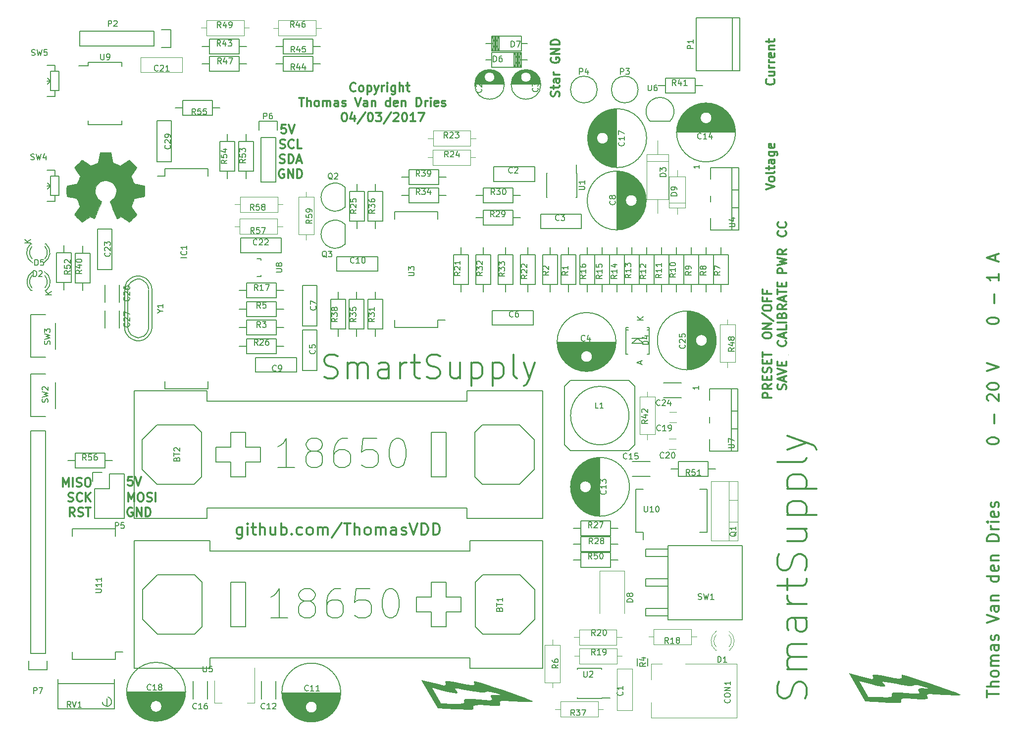
<source format=gto>
G04 #@! TF.FileFunction,Legend,Top*
%FSLAX46Y46*%
G04 Gerber Fmt 4.6, Leading zero omitted, Abs format (unit mm)*
G04 Created by KiCad (PCBNEW 4.0.3-stable) date 05/08/17 18:59:47*
%MOMM*%
%LPD*%
G01*
G04 APERTURE LIST*
%ADD10C,0.100000*%
%ADD11C,0.300000*%
%ADD12C,0.010000*%
%ADD13C,0.150000*%
%ADD14C,0.120000*%
G04 APERTURE END LIST*
D10*
D11*
X84881427Y-121441429D02*
X84881427Y-123060476D01*
X84786189Y-123250952D01*
X84690951Y-123346190D01*
X84500475Y-123441429D01*
X84214761Y-123441429D01*
X84024284Y-123346190D01*
X84881427Y-122679524D02*
X84690951Y-122774762D01*
X84309999Y-122774762D01*
X84119523Y-122679524D01*
X84024284Y-122584286D01*
X83929046Y-122393810D01*
X83929046Y-121822381D01*
X84024284Y-121631905D01*
X84119523Y-121536667D01*
X84309999Y-121441429D01*
X84690951Y-121441429D01*
X84881427Y-121536667D01*
X85833808Y-122774762D02*
X85833808Y-121441429D01*
X85833808Y-120774762D02*
X85738570Y-120870000D01*
X85833808Y-120965238D01*
X85929047Y-120870000D01*
X85833808Y-120774762D01*
X85833808Y-120965238D01*
X86500475Y-121441429D02*
X87262380Y-121441429D01*
X86786189Y-120774762D02*
X86786189Y-122489048D01*
X86881428Y-122679524D01*
X87071904Y-122774762D01*
X87262380Y-122774762D01*
X87929046Y-122774762D02*
X87929046Y-120774762D01*
X88786189Y-122774762D02*
X88786189Y-121727143D01*
X88690951Y-121536667D01*
X88500475Y-121441429D01*
X88214761Y-121441429D01*
X88024285Y-121536667D01*
X87929046Y-121631905D01*
X90595713Y-121441429D02*
X90595713Y-122774762D01*
X89738570Y-121441429D02*
X89738570Y-122489048D01*
X89833809Y-122679524D01*
X90024285Y-122774762D01*
X90309999Y-122774762D01*
X90500475Y-122679524D01*
X90595713Y-122584286D01*
X91548094Y-122774762D02*
X91548094Y-120774762D01*
X91548094Y-121536667D02*
X91738571Y-121441429D01*
X92119523Y-121441429D01*
X92309999Y-121536667D01*
X92405237Y-121631905D01*
X92500475Y-121822381D01*
X92500475Y-122393810D01*
X92405237Y-122584286D01*
X92309999Y-122679524D01*
X92119523Y-122774762D01*
X91738571Y-122774762D01*
X91548094Y-122679524D01*
X93357618Y-122584286D02*
X93452857Y-122679524D01*
X93357618Y-122774762D01*
X93262380Y-122679524D01*
X93357618Y-122584286D01*
X93357618Y-122774762D01*
X95167142Y-122679524D02*
X94976666Y-122774762D01*
X94595714Y-122774762D01*
X94405238Y-122679524D01*
X94309999Y-122584286D01*
X94214761Y-122393810D01*
X94214761Y-121822381D01*
X94309999Y-121631905D01*
X94405238Y-121536667D01*
X94595714Y-121441429D01*
X94976666Y-121441429D01*
X95167142Y-121536667D01*
X96310000Y-122774762D02*
X96119524Y-122679524D01*
X96024285Y-122584286D01*
X95929047Y-122393810D01*
X95929047Y-121822381D01*
X96024285Y-121631905D01*
X96119524Y-121536667D01*
X96310000Y-121441429D01*
X96595714Y-121441429D01*
X96786190Y-121536667D01*
X96881428Y-121631905D01*
X96976666Y-121822381D01*
X96976666Y-122393810D01*
X96881428Y-122584286D01*
X96786190Y-122679524D01*
X96595714Y-122774762D01*
X96310000Y-122774762D01*
X97833809Y-122774762D02*
X97833809Y-121441429D01*
X97833809Y-121631905D02*
X97929048Y-121536667D01*
X98119524Y-121441429D01*
X98405238Y-121441429D01*
X98595714Y-121536667D01*
X98690952Y-121727143D01*
X98690952Y-122774762D01*
X98690952Y-121727143D02*
X98786190Y-121536667D01*
X98976667Y-121441429D01*
X99262381Y-121441429D01*
X99452857Y-121536667D01*
X99548095Y-121727143D01*
X99548095Y-122774762D01*
X101929048Y-120679524D02*
X100214762Y-123250952D01*
X102310000Y-120774762D02*
X103452857Y-120774762D01*
X102881429Y-122774762D02*
X102881429Y-120774762D01*
X104119524Y-122774762D02*
X104119524Y-120774762D01*
X104976667Y-122774762D02*
X104976667Y-121727143D01*
X104881429Y-121536667D01*
X104690953Y-121441429D01*
X104405239Y-121441429D01*
X104214763Y-121536667D01*
X104119524Y-121631905D01*
X106214763Y-122774762D02*
X106024287Y-122679524D01*
X105929048Y-122584286D01*
X105833810Y-122393810D01*
X105833810Y-121822381D01*
X105929048Y-121631905D01*
X106024287Y-121536667D01*
X106214763Y-121441429D01*
X106500477Y-121441429D01*
X106690953Y-121536667D01*
X106786191Y-121631905D01*
X106881429Y-121822381D01*
X106881429Y-122393810D01*
X106786191Y-122584286D01*
X106690953Y-122679524D01*
X106500477Y-122774762D01*
X106214763Y-122774762D01*
X107738572Y-122774762D02*
X107738572Y-121441429D01*
X107738572Y-121631905D02*
X107833811Y-121536667D01*
X108024287Y-121441429D01*
X108310001Y-121441429D01*
X108500477Y-121536667D01*
X108595715Y-121727143D01*
X108595715Y-122774762D01*
X108595715Y-121727143D02*
X108690953Y-121536667D01*
X108881430Y-121441429D01*
X109167144Y-121441429D01*
X109357620Y-121536667D01*
X109452858Y-121727143D01*
X109452858Y-122774762D01*
X111262382Y-122774762D02*
X111262382Y-121727143D01*
X111167144Y-121536667D01*
X110976668Y-121441429D01*
X110595716Y-121441429D01*
X110405239Y-121536667D01*
X111262382Y-122679524D02*
X111071906Y-122774762D01*
X110595716Y-122774762D01*
X110405239Y-122679524D01*
X110310001Y-122489048D01*
X110310001Y-122298571D01*
X110405239Y-122108095D01*
X110595716Y-122012857D01*
X111071906Y-122012857D01*
X111262382Y-121917619D01*
X112119525Y-122679524D02*
X112310002Y-122774762D01*
X112690954Y-122774762D01*
X112881430Y-122679524D01*
X112976668Y-122489048D01*
X112976668Y-122393810D01*
X112881430Y-122203333D01*
X112690954Y-122108095D01*
X112405240Y-122108095D01*
X112214763Y-122012857D01*
X112119525Y-121822381D01*
X112119525Y-121727143D01*
X112214763Y-121536667D01*
X112405240Y-121441429D01*
X112690954Y-121441429D01*
X112881430Y-121536667D01*
X113548097Y-120774762D02*
X114214764Y-122774762D01*
X114881431Y-120774762D01*
X115548097Y-122774762D02*
X115548097Y-120774762D01*
X116024288Y-120774762D01*
X116310002Y-120870000D01*
X116500478Y-121060476D01*
X116595717Y-121250952D01*
X116690955Y-121631905D01*
X116690955Y-121917619D01*
X116595717Y-122298571D01*
X116500478Y-122489048D01*
X116310002Y-122679524D01*
X116024288Y-122774762D01*
X115548097Y-122774762D01*
X117548097Y-122774762D02*
X117548097Y-120774762D01*
X118024288Y-120774762D01*
X118310002Y-120870000D01*
X118500478Y-121060476D01*
X118595717Y-121250952D01*
X118690955Y-121631905D01*
X118690955Y-121917619D01*
X118595717Y-122298571D01*
X118500478Y-122489048D01*
X118310002Y-122679524D01*
X118024288Y-122774762D01*
X117548097Y-122774762D01*
D12*
X178315620Y-91927680D02*
X178308000Y-91927680D01*
D11*
X98935238Y-95776848D02*
X99506666Y-95967324D01*
X100459047Y-95967324D01*
X100840000Y-95776848D01*
X101030476Y-95586371D01*
X101220952Y-95205419D01*
X101220952Y-94824467D01*
X101030476Y-94443514D01*
X100840000Y-94253038D01*
X100459047Y-94062562D01*
X99697143Y-93872086D01*
X99316190Y-93681610D01*
X99125714Y-93491133D01*
X98935238Y-93110181D01*
X98935238Y-92729229D01*
X99125714Y-92348276D01*
X99316190Y-92157800D01*
X99697143Y-91967324D01*
X100649523Y-91967324D01*
X101220952Y-92157800D01*
X102935238Y-95967324D02*
X102935238Y-93300657D01*
X102935238Y-93681610D02*
X103125714Y-93491133D01*
X103506667Y-93300657D01*
X104078095Y-93300657D01*
X104459047Y-93491133D01*
X104649524Y-93872086D01*
X104649524Y-95967324D01*
X104649524Y-93872086D02*
X104840000Y-93491133D01*
X105220952Y-93300657D01*
X105792381Y-93300657D01*
X106173333Y-93491133D01*
X106363809Y-93872086D01*
X106363809Y-95967324D01*
X109982857Y-95967324D02*
X109982857Y-93872086D01*
X109792380Y-93491133D01*
X109411428Y-93300657D01*
X108649523Y-93300657D01*
X108268571Y-93491133D01*
X109982857Y-95776848D02*
X109601904Y-95967324D01*
X108649523Y-95967324D01*
X108268571Y-95776848D01*
X108078095Y-95395895D01*
X108078095Y-95014943D01*
X108268571Y-94633990D01*
X108649523Y-94443514D01*
X109601904Y-94443514D01*
X109982857Y-94253038D01*
X111887619Y-95967324D02*
X111887619Y-93300657D01*
X111887619Y-94062562D02*
X112078095Y-93681610D01*
X112268571Y-93491133D01*
X112649524Y-93300657D01*
X113030476Y-93300657D01*
X113792380Y-93300657D02*
X115316190Y-93300657D01*
X114363809Y-91967324D02*
X114363809Y-95395895D01*
X114554285Y-95776848D01*
X114935238Y-95967324D01*
X115316190Y-95967324D01*
X116459047Y-95776848D02*
X117030475Y-95967324D01*
X117982856Y-95967324D01*
X118363809Y-95776848D01*
X118554285Y-95586371D01*
X118744761Y-95205419D01*
X118744761Y-94824467D01*
X118554285Y-94443514D01*
X118363809Y-94253038D01*
X117982856Y-94062562D01*
X117220952Y-93872086D01*
X116839999Y-93681610D01*
X116649523Y-93491133D01*
X116459047Y-93110181D01*
X116459047Y-92729229D01*
X116649523Y-92348276D01*
X116839999Y-92157800D01*
X117220952Y-91967324D01*
X118173332Y-91967324D01*
X118744761Y-92157800D01*
X122173333Y-93300657D02*
X122173333Y-95967324D01*
X120459047Y-93300657D02*
X120459047Y-95395895D01*
X120649523Y-95776848D01*
X121030476Y-95967324D01*
X121601904Y-95967324D01*
X121982856Y-95776848D01*
X122173333Y-95586371D01*
X124078095Y-93300657D02*
X124078095Y-97300657D01*
X124078095Y-93491133D02*
X124459047Y-93300657D01*
X125220952Y-93300657D01*
X125601904Y-93491133D01*
X125792381Y-93681610D01*
X125982857Y-94062562D01*
X125982857Y-95205419D01*
X125792381Y-95586371D01*
X125601904Y-95776848D01*
X125220952Y-95967324D01*
X124459047Y-95967324D01*
X124078095Y-95776848D01*
X127697143Y-93300657D02*
X127697143Y-97300657D01*
X127697143Y-93491133D02*
X128078095Y-93300657D01*
X128840000Y-93300657D01*
X129220952Y-93491133D01*
X129411429Y-93681610D01*
X129601905Y-94062562D01*
X129601905Y-95205419D01*
X129411429Y-95586371D01*
X129220952Y-95776848D01*
X128840000Y-95967324D01*
X128078095Y-95967324D01*
X127697143Y-95776848D01*
X131887620Y-95967324D02*
X131506667Y-95776848D01*
X131316191Y-95395895D01*
X131316191Y-91967324D01*
X133030477Y-93300657D02*
X133982858Y-95967324D01*
X134935238Y-93300657D02*
X133982858Y-95967324D01*
X133601905Y-96919705D01*
X133411429Y-97110181D01*
X133030477Y-97300657D01*
X212264762Y-150592387D02*
X212264762Y-149449530D01*
X214264762Y-150020958D02*
X212264762Y-150020958D01*
X214264762Y-148782863D02*
X212264762Y-148782863D01*
X214264762Y-147925720D02*
X213217143Y-147925720D01*
X213026667Y-148020958D01*
X212931429Y-148211434D01*
X212931429Y-148497148D01*
X213026667Y-148687624D01*
X213121905Y-148782863D01*
X214264762Y-146687624D02*
X214169524Y-146878100D01*
X214074286Y-146973339D01*
X213883810Y-147068577D01*
X213312381Y-147068577D01*
X213121905Y-146973339D01*
X213026667Y-146878100D01*
X212931429Y-146687624D01*
X212931429Y-146401910D01*
X213026667Y-146211434D01*
X213121905Y-146116196D01*
X213312381Y-146020958D01*
X213883810Y-146020958D01*
X214074286Y-146116196D01*
X214169524Y-146211434D01*
X214264762Y-146401910D01*
X214264762Y-146687624D01*
X214264762Y-145163815D02*
X212931429Y-145163815D01*
X213121905Y-145163815D02*
X213026667Y-145068576D01*
X212931429Y-144878100D01*
X212931429Y-144592386D01*
X213026667Y-144401910D01*
X213217143Y-144306672D01*
X214264762Y-144306672D01*
X213217143Y-144306672D02*
X213026667Y-144211434D01*
X212931429Y-144020957D01*
X212931429Y-143735243D01*
X213026667Y-143544767D01*
X213217143Y-143449529D01*
X214264762Y-143449529D01*
X214264762Y-141640005D02*
X213217143Y-141640005D01*
X213026667Y-141735243D01*
X212931429Y-141925719D01*
X212931429Y-142306671D01*
X213026667Y-142497148D01*
X214169524Y-141640005D02*
X214264762Y-141830481D01*
X214264762Y-142306671D01*
X214169524Y-142497148D01*
X213979048Y-142592386D01*
X213788571Y-142592386D01*
X213598095Y-142497148D01*
X213502857Y-142306671D01*
X213502857Y-141830481D01*
X213407619Y-141640005D01*
X214169524Y-140782862D02*
X214264762Y-140592385D01*
X214264762Y-140211433D01*
X214169524Y-140020957D01*
X213979048Y-139925719D01*
X213883810Y-139925719D01*
X213693333Y-140020957D01*
X213598095Y-140211433D01*
X213598095Y-140497147D01*
X213502857Y-140687624D01*
X213312381Y-140782862D01*
X213217143Y-140782862D01*
X213026667Y-140687624D01*
X212931429Y-140497147D01*
X212931429Y-140211433D01*
X213026667Y-140020957D01*
X212264762Y-137830480D02*
X214264762Y-137163813D01*
X212264762Y-136497146D01*
X214264762Y-134973337D02*
X213217143Y-134973337D01*
X213026667Y-135068575D01*
X212931429Y-135259051D01*
X212931429Y-135640003D01*
X213026667Y-135830480D01*
X214169524Y-134973337D02*
X214264762Y-135163813D01*
X214264762Y-135640003D01*
X214169524Y-135830480D01*
X213979048Y-135925718D01*
X213788571Y-135925718D01*
X213598095Y-135830480D01*
X213502857Y-135640003D01*
X213502857Y-135163813D01*
X213407619Y-134973337D01*
X212931429Y-134020956D02*
X214264762Y-134020956D01*
X213121905Y-134020956D02*
X213026667Y-133925717D01*
X212931429Y-133735241D01*
X212931429Y-133449527D01*
X213026667Y-133259051D01*
X213217143Y-133163813D01*
X214264762Y-133163813D01*
X214264762Y-129830479D02*
X212264762Y-129830479D01*
X214169524Y-129830479D02*
X214264762Y-130020955D01*
X214264762Y-130401907D01*
X214169524Y-130592383D01*
X214074286Y-130687622D01*
X213883810Y-130782860D01*
X213312381Y-130782860D01*
X213121905Y-130687622D01*
X213026667Y-130592383D01*
X212931429Y-130401907D01*
X212931429Y-130020955D01*
X213026667Y-129830479D01*
X214169524Y-128116193D02*
X214264762Y-128306669D01*
X214264762Y-128687621D01*
X214169524Y-128878098D01*
X213979048Y-128973336D01*
X213217143Y-128973336D01*
X213026667Y-128878098D01*
X212931429Y-128687621D01*
X212931429Y-128306669D01*
X213026667Y-128116193D01*
X213217143Y-128020955D01*
X213407619Y-128020955D01*
X213598095Y-128973336D01*
X212931429Y-127163812D02*
X214264762Y-127163812D01*
X213121905Y-127163812D02*
X213026667Y-127068573D01*
X212931429Y-126878097D01*
X212931429Y-126592383D01*
X213026667Y-126401907D01*
X213217143Y-126306669D01*
X214264762Y-126306669D01*
X214264762Y-123830478D02*
X212264762Y-123830478D01*
X212264762Y-123354287D01*
X212360000Y-123068573D01*
X212550476Y-122878097D01*
X212740952Y-122782858D01*
X213121905Y-122687620D01*
X213407619Y-122687620D01*
X213788571Y-122782858D01*
X213979048Y-122878097D01*
X214169524Y-123068573D01*
X214264762Y-123354287D01*
X214264762Y-123830478D01*
X214264762Y-121830478D02*
X212931429Y-121830478D01*
X213312381Y-121830478D02*
X213121905Y-121735239D01*
X213026667Y-121640001D01*
X212931429Y-121449525D01*
X212931429Y-121259049D01*
X214264762Y-120592383D02*
X212931429Y-120592383D01*
X212264762Y-120592383D02*
X212360000Y-120687621D01*
X212455238Y-120592383D01*
X212360000Y-120497144D01*
X212264762Y-120592383D01*
X212455238Y-120592383D01*
X214169524Y-118878097D02*
X214264762Y-119068573D01*
X214264762Y-119449525D01*
X214169524Y-119640002D01*
X213979048Y-119735240D01*
X213217143Y-119735240D01*
X213026667Y-119640002D01*
X212931429Y-119449525D01*
X212931429Y-119068573D01*
X213026667Y-118878097D01*
X213217143Y-118782859D01*
X213407619Y-118782859D01*
X213598095Y-119735240D01*
X214169524Y-118020954D02*
X214264762Y-117830477D01*
X214264762Y-117449525D01*
X214169524Y-117259049D01*
X213979048Y-117163811D01*
X213883810Y-117163811D01*
X213693333Y-117259049D01*
X213598095Y-117449525D01*
X213598095Y-117735239D01*
X213502857Y-117925716D01*
X213312381Y-118020954D01*
X213217143Y-118020954D01*
X213026667Y-117925716D01*
X212931429Y-117735239D01*
X212931429Y-117449525D01*
X213026667Y-117259049D01*
X212264762Y-106782855D02*
X212264762Y-106592379D01*
X212360000Y-106401903D01*
X212455238Y-106306665D01*
X212645714Y-106211427D01*
X213026667Y-106116188D01*
X213502857Y-106116188D01*
X213883810Y-106211427D01*
X214074286Y-106306665D01*
X214169524Y-106401903D01*
X214264762Y-106592379D01*
X214264762Y-106782855D01*
X214169524Y-106973331D01*
X214074286Y-107068569D01*
X213883810Y-107163808D01*
X213502857Y-107259046D01*
X213026667Y-107259046D01*
X212645714Y-107163808D01*
X212455238Y-107068569D01*
X212360000Y-106973331D01*
X212264762Y-106782855D01*
X213502857Y-103735236D02*
X213502857Y-102211426D01*
X212455238Y-99830474D02*
X212360000Y-99735236D01*
X212264762Y-99544759D01*
X212264762Y-99068569D01*
X212360000Y-98878093D01*
X212455238Y-98782855D01*
X212645714Y-98687616D01*
X212836190Y-98687616D01*
X213121905Y-98782855D01*
X214264762Y-99925712D01*
X214264762Y-98687616D01*
X212264762Y-97449521D02*
X212264762Y-97259045D01*
X212360000Y-97068569D01*
X212455238Y-96973331D01*
X212645714Y-96878093D01*
X213026667Y-96782854D01*
X213502857Y-96782854D01*
X213883810Y-96878093D01*
X214074286Y-96973331D01*
X214169524Y-97068569D01*
X214264762Y-97259045D01*
X214264762Y-97449521D01*
X214169524Y-97639997D01*
X214074286Y-97735235D01*
X213883810Y-97830474D01*
X213502857Y-97925712D01*
X213026667Y-97925712D01*
X212645714Y-97830474D01*
X212455238Y-97735235D01*
X212360000Y-97639997D01*
X212264762Y-97449521D01*
X212264762Y-94687616D02*
X214264762Y-94020949D01*
X212264762Y-93354282D01*
X212264762Y-86211423D02*
X212264762Y-86020947D01*
X212360000Y-85830471D01*
X212455238Y-85735233D01*
X212645714Y-85639995D01*
X213026667Y-85544756D01*
X213502857Y-85544756D01*
X213883810Y-85639995D01*
X214074286Y-85735233D01*
X214169524Y-85830471D01*
X214264762Y-86020947D01*
X214264762Y-86211423D01*
X214169524Y-86401899D01*
X214074286Y-86497137D01*
X213883810Y-86592376D01*
X213502857Y-86687614D01*
X213026667Y-86687614D01*
X212645714Y-86592376D01*
X212455238Y-86497137D01*
X212360000Y-86401899D01*
X212264762Y-86211423D01*
X213502857Y-83163804D02*
X213502857Y-81639994D01*
X214264762Y-78116184D02*
X214264762Y-79259042D01*
X214264762Y-78687613D02*
X212264762Y-78687613D01*
X212550476Y-78878089D01*
X212740952Y-79068565D01*
X212836190Y-79259042D01*
X213693333Y-75830470D02*
X213693333Y-74878089D01*
X214264762Y-76020946D02*
X212264762Y-75354279D01*
X214264762Y-74687612D01*
X181173810Y-150790954D02*
X181411905Y-150076668D01*
X181411905Y-148886192D01*
X181173810Y-148410002D01*
X180935714Y-148171906D01*
X180459524Y-147933811D01*
X179983333Y-147933811D01*
X179507143Y-148171906D01*
X179269048Y-148410002D01*
X179030952Y-148886192D01*
X178792857Y-149838573D01*
X178554762Y-150314764D01*
X178316667Y-150552859D01*
X177840476Y-150790954D01*
X177364286Y-150790954D01*
X176888095Y-150552859D01*
X176650000Y-150314764D01*
X176411905Y-149838573D01*
X176411905Y-148648097D01*
X176650000Y-147933811D01*
X181411905Y-145790954D02*
X178078571Y-145790954D01*
X178554762Y-145790954D02*
X178316667Y-145552859D01*
X178078571Y-145076668D01*
X178078571Y-144362382D01*
X178316667Y-143886192D01*
X178792857Y-143648097D01*
X181411905Y-143648097D01*
X178792857Y-143648097D02*
X178316667Y-143410001D01*
X178078571Y-142933811D01*
X178078571Y-142219525D01*
X178316667Y-141743335D01*
X178792857Y-141505240D01*
X181411905Y-141505240D01*
X181411905Y-136981430D02*
X178792857Y-136981430D01*
X178316667Y-137219525D01*
X178078571Y-137695715D01*
X178078571Y-138648096D01*
X178316667Y-139124287D01*
X181173810Y-136981430D02*
X181411905Y-137457620D01*
X181411905Y-138648096D01*
X181173810Y-139124287D01*
X180697619Y-139362382D01*
X180221429Y-139362382D01*
X179745238Y-139124287D01*
X179507143Y-138648096D01*
X179507143Y-137457620D01*
X179269048Y-136981430D01*
X181411905Y-134600477D02*
X178078571Y-134600477D01*
X179030952Y-134600477D02*
X178554762Y-134362382D01*
X178316667Y-134124286D01*
X178078571Y-133648096D01*
X178078571Y-133171905D01*
X178078571Y-132219525D02*
X178078571Y-130314763D01*
X176411905Y-131505239D02*
X180697619Y-131505239D01*
X181173810Y-131267144D01*
X181411905Y-130790953D01*
X181411905Y-130314763D01*
X181173810Y-128886191D02*
X181411905Y-128171905D01*
X181411905Y-126981429D01*
X181173810Y-126505239D01*
X180935714Y-126267143D01*
X180459524Y-126029048D01*
X179983333Y-126029048D01*
X179507143Y-126267143D01*
X179269048Y-126505239D01*
X179030952Y-126981429D01*
X178792857Y-127933810D01*
X178554762Y-128410001D01*
X178316667Y-128648096D01*
X177840476Y-128886191D01*
X177364286Y-128886191D01*
X176888095Y-128648096D01*
X176650000Y-128410001D01*
X176411905Y-127933810D01*
X176411905Y-126743334D01*
X176650000Y-126029048D01*
X178078571Y-121743334D02*
X181411905Y-121743334D01*
X178078571Y-123886191D02*
X180697619Y-123886191D01*
X181173810Y-123648096D01*
X181411905Y-123171905D01*
X181411905Y-122457619D01*
X181173810Y-121981429D01*
X180935714Y-121743334D01*
X178078571Y-119362381D02*
X183078571Y-119362381D01*
X178316667Y-119362381D02*
X178078571Y-118886190D01*
X178078571Y-117933809D01*
X178316667Y-117457619D01*
X178554762Y-117219524D01*
X179030952Y-116981428D01*
X180459524Y-116981428D01*
X180935714Y-117219524D01*
X181173810Y-117457619D01*
X181411905Y-117933809D01*
X181411905Y-118886190D01*
X181173810Y-119362381D01*
X178078571Y-114838571D02*
X183078571Y-114838571D01*
X178316667Y-114838571D02*
X178078571Y-114362380D01*
X178078571Y-113409999D01*
X178316667Y-112933809D01*
X178554762Y-112695714D01*
X179030952Y-112457618D01*
X180459524Y-112457618D01*
X180935714Y-112695714D01*
X181173810Y-112933809D01*
X181411905Y-113409999D01*
X181411905Y-114362380D01*
X181173810Y-114838571D01*
X181411905Y-109600475D02*
X181173810Y-110076666D01*
X180697619Y-110314761D01*
X176411905Y-110314761D01*
X178078571Y-108171903D02*
X181411905Y-106981427D01*
X178078571Y-105790951D02*
X181411905Y-106981427D01*
X182602381Y-107457618D01*
X182840476Y-107695713D01*
X183078571Y-108171903D01*
X175795714Y-44802856D02*
X175867143Y-44874285D01*
X175938571Y-45088571D01*
X175938571Y-45231428D01*
X175867143Y-45445713D01*
X175724286Y-45588571D01*
X175581429Y-45659999D01*
X175295714Y-45731428D01*
X175081429Y-45731428D01*
X174795714Y-45659999D01*
X174652857Y-45588571D01*
X174510000Y-45445713D01*
X174438571Y-45231428D01*
X174438571Y-45088571D01*
X174510000Y-44874285D01*
X174581429Y-44802856D01*
X174938571Y-43517142D02*
X175938571Y-43517142D01*
X174938571Y-44159999D02*
X175724286Y-44159999D01*
X175867143Y-44088571D01*
X175938571Y-43945713D01*
X175938571Y-43731428D01*
X175867143Y-43588571D01*
X175795714Y-43517142D01*
X175938571Y-42802856D02*
X174938571Y-42802856D01*
X175224286Y-42802856D02*
X175081429Y-42731428D01*
X175010000Y-42659999D01*
X174938571Y-42517142D01*
X174938571Y-42374285D01*
X175938571Y-41874285D02*
X174938571Y-41874285D01*
X175224286Y-41874285D02*
X175081429Y-41802857D01*
X175010000Y-41731428D01*
X174938571Y-41588571D01*
X174938571Y-41445714D01*
X175867143Y-40374286D02*
X175938571Y-40517143D01*
X175938571Y-40802857D01*
X175867143Y-40945714D01*
X175724286Y-41017143D01*
X175152857Y-41017143D01*
X175010000Y-40945714D01*
X174938571Y-40802857D01*
X174938571Y-40517143D01*
X175010000Y-40374286D01*
X175152857Y-40302857D01*
X175295714Y-40302857D01*
X175438571Y-41017143D01*
X174938571Y-39660000D02*
X175938571Y-39660000D01*
X175081429Y-39660000D02*
X175010000Y-39588572D01*
X174938571Y-39445714D01*
X174938571Y-39231429D01*
X175010000Y-39088572D01*
X175152857Y-39017143D01*
X175938571Y-39017143D01*
X174938571Y-38517143D02*
X174938571Y-37945714D01*
X174438571Y-38302857D02*
X175724286Y-38302857D01*
X175867143Y-38231429D01*
X175938571Y-38088571D01*
X175938571Y-37945714D01*
X174438571Y-63690000D02*
X175938571Y-63190000D01*
X174438571Y-62690000D01*
X175938571Y-61975714D02*
X175867143Y-62118572D01*
X175795714Y-62190000D01*
X175652857Y-62261429D01*
X175224286Y-62261429D01*
X175081429Y-62190000D01*
X175010000Y-62118572D01*
X174938571Y-61975714D01*
X174938571Y-61761429D01*
X175010000Y-61618572D01*
X175081429Y-61547143D01*
X175224286Y-61475714D01*
X175652857Y-61475714D01*
X175795714Y-61547143D01*
X175867143Y-61618572D01*
X175938571Y-61761429D01*
X175938571Y-61975714D01*
X175938571Y-60618571D02*
X175867143Y-60761429D01*
X175724286Y-60832857D01*
X174438571Y-60832857D01*
X174938571Y-60261429D02*
X174938571Y-59690000D01*
X174438571Y-60047143D02*
X175724286Y-60047143D01*
X175867143Y-59975715D01*
X175938571Y-59832857D01*
X175938571Y-59690000D01*
X175938571Y-58547143D02*
X175152857Y-58547143D01*
X175010000Y-58618572D01*
X174938571Y-58761429D01*
X174938571Y-59047143D01*
X175010000Y-59190000D01*
X175867143Y-58547143D02*
X175938571Y-58690000D01*
X175938571Y-59047143D01*
X175867143Y-59190000D01*
X175724286Y-59261429D01*
X175581429Y-59261429D01*
X175438571Y-59190000D01*
X175367143Y-59047143D01*
X175367143Y-58690000D01*
X175295714Y-58547143D01*
X174938571Y-57190000D02*
X176152857Y-57190000D01*
X176295714Y-57261429D01*
X176367143Y-57332857D01*
X176438571Y-57475714D01*
X176438571Y-57690000D01*
X176367143Y-57832857D01*
X175867143Y-57190000D02*
X175938571Y-57332857D01*
X175938571Y-57618571D01*
X175867143Y-57761429D01*
X175795714Y-57832857D01*
X175652857Y-57904286D01*
X175224286Y-57904286D01*
X175081429Y-57832857D01*
X175010000Y-57761429D01*
X174938571Y-57618571D01*
X174938571Y-57332857D01*
X175010000Y-57190000D01*
X175867143Y-55904286D02*
X175938571Y-56047143D01*
X175938571Y-56332857D01*
X175867143Y-56475714D01*
X175724286Y-56547143D01*
X175152857Y-56547143D01*
X175010000Y-56475714D01*
X174938571Y-56332857D01*
X174938571Y-56047143D01*
X175010000Y-55904286D01*
X175152857Y-55832857D01*
X175295714Y-55832857D01*
X175438571Y-56547143D01*
X175403571Y-99285714D02*
X173903571Y-99285714D01*
X173903571Y-98714286D01*
X173975000Y-98571428D01*
X174046429Y-98500000D01*
X174189286Y-98428571D01*
X174403571Y-98428571D01*
X174546429Y-98500000D01*
X174617857Y-98571428D01*
X174689286Y-98714286D01*
X174689286Y-99285714D01*
X175403571Y-96928571D02*
X174689286Y-97428571D01*
X175403571Y-97785714D02*
X173903571Y-97785714D01*
X173903571Y-97214286D01*
X173975000Y-97071428D01*
X174046429Y-97000000D01*
X174189286Y-96928571D01*
X174403571Y-96928571D01*
X174546429Y-97000000D01*
X174617857Y-97071428D01*
X174689286Y-97214286D01*
X174689286Y-97785714D01*
X174617857Y-96285714D02*
X174617857Y-95785714D01*
X175403571Y-95571428D02*
X175403571Y-96285714D01*
X173903571Y-96285714D01*
X173903571Y-95571428D01*
X175332143Y-95000000D02*
X175403571Y-94785714D01*
X175403571Y-94428571D01*
X175332143Y-94285714D01*
X175260714Y-94214285D01*
X175117857Y-94142857D01*
X174975000Y-94142857D01*
X174832143Y-94214285D01*
X174760714Y-94285714D01*
X174689286Y-94428571D01*
X174617857Y-94714285D01*
X174546429Y-94857143D01*
X174475000Y-94928571D01*
X174332143Y-95000000D01*
X174189286Y-95000000D01*
X174046429Y-94928571D01*
X173975000Y-94857143D01*
X173903571Y-94714285D01*
X173903571Y-94357143D01*
X173975000Y-94142857D01*
X174617857Y-93500000D02*
X174617857Y-93000000D01*
X175403571Y-92785714D02*
X175403571Y-93500000D01*
X173903571Y-93500000D01*
X173903571Y-92785714D01*
X173903571Y-92357143D02*
X173903571Y-91500000D01*
X175403571Y-91928571D02*
X173903571Y-91928571D01*
X177882143Y-97892857D02*
X177953571Y-97678571D01*
X177953571Y-97321428D01*
X177882143Y-97178571D01*
X177810714Y-97107142D01*
X177667857Y-97035714D01*
X177525000Y-97035714D01*
X177382143Y-97107142D01*
X177310714Y-97178571D01*
X177239286Y-97321428D01*
X177167857Y-97607142D01*
X177096429Y-97750000D01*
X177025000Y-97821428D01*
X176882143Y-97892857D01*
X176739286Y-97892857D01*
X176596429Y-97821428D01*
X176525000Y-97750000D01*
X176453571Y-97607142D01*
X176453571Y-97250000D01*
X176525000Y-97035714D01*
X177525000Y-96464286D02*
X177525000Y-95750000D01*
X177953571Y-96607143D02*
X176453571Y-96107143D01*
X177953571Y-95607143D01*
X176453571Y-95321429D02*
X177953571Y-94821429D01*
X176453571Y-94321429D01*
X177167857Y-93821429D02*
X177167857Y-93321429D01*
X177953571Y-93107143D02*
X177953571Y-93821429D01*
X176453571Y-93821429D01*
X176453571Y-93107143D01*
X173903571Y-88785715D02*
X173903571Y-88500001D01*
X173975000Y-88357143D01*
X174117857Y-88214286D01*
X174403571Y-88142858D01*
X174903571Y-88142858D01*
X175189286Y-88214286D01*
X175332143Y-88357143D01*
X175403571Y-88500001D01*
X175403571Y-88785715D01*
X175332143Y-88928572D01*
X175189286Y-89071429D01*
X174903571Y-89142858D01*
X174403571Y-89142858D01*
X174117857Y-89071429D01*
X173975000Y-88928572D01*
X173903571Y-88785715D01*
X175403571Y-87500000D02*
X173903571Y-87500000D01*
X175403571Y-86642857D01*
X173903571Y-86642857D01*
X173832143Y-84857143D02*
X175760714Y-86142857D01*
X173903571Y-84071428D02*
X173903571Y-83785714D01*
X173975000Y-83642856D01*
X174117857Y-83499999D01*
X174403571Y-83428571D01*
X174903571Y-83428571D01*
X175189286Y-83499999D01*
X175332143Y-83642856D01*
X175403571Y-83785714D01*
X175403571Y-84071428D01*
X175332143Y-84214285D01*
X175189286Y-84357142D01*
X174903571Y-84428571D01*
X174403571Y-84428571D01*
X174117857Y-84357142D01*
X173975000Y-84214285D01*
X173903571Y-84071428D01*
X174617857Y-82285713D02*
X174617857Y-82785713D01*
X175403571Y-82785713D02*
X173903571Y-82785713D01*
X173903571Y-82071427D01*
X174617857Y-80999999D02*
X174617857Y-81499999D01*
X175403571Y-81499999D02*
X173903571Y-81499999D01*
X173903571Y-80785713D01*
X177810714Y-89535714D02*
X177882143Y-89607143D01*
X177953571Y-89821429D01*
X177953571Y-89964286D01*
X177882143Y-90178571D01*
X177739286Y-90321429D01*
X177596429Y-90392857D01*
X177310714Y-90464286D01*
X177096429Y-90464286D01*
X176810714Y-90392857D01*
X176667857Y-90321429D01*
X176525000Y-90178571D01*
X176453571Y-89964286D01*
X176453571Y-89821429D01*
X176525000Y-89607143D01*
X176596429Y-89535714D01*
X177525000Y-88964286D02*
X177525000Y-88250000D01*
X177953571Y-89107143D02*
X176453571Y-88607143D01*
X177953571Y-88107143D01*
X177953571Y-86892857D02*
X177953571Y-87607143D01*
X176453571Y-87607143D01*
X177953571Y-86392857D02*
X176453571Y-86392857D01*
X177167857Y-85178571D02*
X177239286Y-84964285D01*
X177310714Y-84892857D01*
X177453571Y-84821428D01*
X177667857Y-84821428D01*
X177810714Y-84892857D01*
X177882143Y-84964285D01*
X177953571Y-85107143D01*
X177953571Y-85678571D01*
X176453571Y-85678571D01*
X176453571Y-85178571D01*
X176525000Y-85035714D01*
X176596429Y-84964285D01*
X176739286Y-84892857D01*
X176882143Y-84892857D01*
X177025000Y-84964285D01*
X177096429Y-85035714D01*
X177167857Y-85178571D01*
X177167857Y-85678571D01*
X177953571Y-83321428D02*
X177239286Y-83821428D01*
X177953571Y-84178571D02*
X176453571Y-84178571D01*
X176453571Y-83607143D01*
X176525000Y-83464285D01*
X176596429Y-83392857D01*
X176739286Y-83321428D01*
X176953571Y-83321428D01*
X177096429Y-83392857D01*
X177167857Y-83464285D01*
X177239286Y-83607143D01*
X177239286Y-84178571D01*
X177525000Y-82750000D02*
X177525000Y-82035714D01*
X177953571Y-82892857D02*
X176453571Y-82392857D01*
X177953571Y-81892857D01*
X176453571Y-81607143D02*
X176453571Y-80750000D01*
X177953571Y-81178571D02*
X176453571Y-81178571D01*
X177167857Y-80250000D02*
X177167857Y-79750000D01*
X177953571Y-79535714D02*
X177953571Y-80250000D01*
X176453571Y-80250000D01*
X176453571Y-79535714D01*
X177810714Y-70785714D02*
X177882143Y-70857143D01*
X177953571Y-71071429D01*
X177953571Y-71214286D01*
X177882143Y-71428571D01*
X177739286Y-71571429D01*
X177596429Y-71642857D01*
X177310714Y-71714286D01*
X177096429Y-71714286D01*
X176810714Y-71642857D01*
X176667857Y-71571429D01*
X176525000Y-71428571D01*
X176453571Y-71214286D01*
X176453571Y-71071429D01*
X176525000Y-70857143D01*
X176596429Y-70785714D01*
X177810714Y-69285714D02*
X177882143Y-69357143D01*
X177953571Y-69571429D01*
X177953571Y-69714286D01*
X177882143Y-69928571D01*
X177739286Y-70071429D01*
X177596429Y-70142857D01*
X177310714Y-70214286D01*
X177096429Y-70214286D01*
X176810714Y-70142857D01*
X176667857Y-70071429D01*
X176525000Y-69928571D01*
X176453571Y-69714286D01*
X176453571Y-69571429D01*
X176525000Y-69357143D01*
X176596429Y-69285714D01*
X177953571Y-78000000D02*
X176453571Y-78000000D01*
X176453571Y-77428572D01*
X176525000Y-77285714D01*
X176596429Y-77214286D01*
X176739286Y-77142857D01*
X176953571Y-77142857D01*
X177096429Y-77214286D01*
X177167857Y-77285714D01*
X177239286Y-77428572D01*
X177239286Y-78000000D01*
X176453571Y-76642857D02*
X177953571Y-76285714D01*
X176882143Y-76000000D01*
X177953571Y-75714286D01*
X176453571Y-75357143D01*
X177953571Y-73928571D02*
X177239286Y-74428571D01*
X177953571Y-74785714D02*
X176453571Y-74785714D01*
X176453571Y-74214286D01*
X176525000Y-74071428D01*
X176596429Y-74000000D01*
X176739286Y-73928571D01*
X176953571Y-73928571D01*
X177096429Y-74000000D01*
X177167857Y-74071428D01*
X177239286Y-74214286D01*
X177239286Y-74785714D01*
X66135287Y-112843571D02*
X65421001Y-112843571D01*
X65349572Y-113557857D01*
X65421001Y-113486429D01*
X65563858Y-113415000D01*
X65921001Y-113415000D01*
X66063858Y-113486429D01*
X66135287Y-113557857D01*
X66206715Y-113700714D01*
X66206715Y-114057857D01*
X66135287Y-114200714D01*
X66063858Y-114272143D01*
X65921001Y-114343571D01*
X65563858Y-114343571D01*
X65421001Y-114272143D01*
X65349572Y-114200714D01*
X66635286Y-112843571D02*
X67135286Y-114343571D01*
X67635286Y-112843571D01*
X66109143Y-118190000D02*
X65966286Y-118118571D01*
X65752000Y-118118571D01*
X65537715Y-118190000D01*
X65394857Y-118332857D01*
X65323429Y-118475714D01*
X65252000Y-118761429D01*
X65252000Y-118975714D01*
X65323429Y-119261429D01*
X65394857Y-119404286D01*
X65537715Y-119547143D01*
X65752000Y-119618571D01*
X65894857Y-119618571D01*
X66109143Y-119547143D01*
X66180572Y-119475714D01*
X66180572Y-118975714D01*
X65894857Y-118975714D01*
X66823429Y-119618571D02*
X66823429Y-118118571D01*
X67680572Y-119618571D01*
X67680572Y-118118571D01*
X68394858Y-119618571D02*
X68394858Y-118118571D01*
X68752001Y-118118571D01*
X68966286Y-118190000D01*
X69109144Y-118332857D01*
X69180572Y-118475714D01*
X69252001Y-118761429D01*
X69252001Y-118975714D01*
X69180572Y-119261429D01*
X69109144Y-119404286D01*
X68966286Y-119547143D01*
X68752001Y-119618571D01*
X68394858Y-119618571D01*
X65402857Y-117078571D02*
X65402857Y-115578571D01*
X65902857Y-116650000D01*
X66402857Y-115578571D01*
X66402857Y-117078571D01*
X67402857Y-115578571D02*
X67688571Y-115578571D01*
X67831429Y-115650000D01*
X67974286Y-115792857D01*
X68045714Y-116078571D01*
X68045714Y-116578571D01*
X67974286Y-116864286D01*
X67831429Y-117007143D01*
X67688571Y-117078571D01*
X67402857Y-117078571D01*
X67260000Y-117007143D01*
X67117143Y-116864286D01*
X67045714Y-116578571D01*
X67045714Y-116078571D01*
X67117143Y-115792857D01*
X67260000Y-115650000D01*
X67402857Y-115578571D01*
X68617143Y-117007143D02*
X68831429Y-117078571D01*
X69188572Y-117078571D01*
X69331429Y-117007143D01*
X69402858Y-116935714D01*
X69474286Y-116792857D01*
X69474286Y-116650000D01*
X69402858Y-116507143D01*
X69331429Y-116435714D01*
X69188572Y-116364286D01*
X68902858Y-116292857D01*
X68760000Y-116221429D01*
X68688572Y-116150000D01*
X68617143Y-116007143D01*
X68617143Y-115864286D01*
X68688572Y-115721429D01*
X68760000Y-115650000D01*
X68902858Y-115578571D01*
X69260000Y-115578571D01*
X69474286Y-115650000D01*
X70117143Y-117078571D02*
X70117143Y-115578571D01*
X56270572Y-119618571D02*
X55770572Y-118904286D01*
X55413429Y-119618571D02*
X55413429Y-118118571D01*
X55984857Y-118118571D01*
X56127715Y-118190000D01*
X56199143Y-118261429D01*
X56270572Y-118404286D01*
X56270572Y-118618571D01*
X56199143Y-118761429D01*
X56127715Y-118832857D01*
X55984857Y-118904286D01*
X55413429Y-118904286D01*
X56842000Y-119547143D02*
X57056286Y-119618571D01*
X57413429Y-119618571D01*
X57556286Y-119547143D01*
X57627715Y-119475714D01*
X57699143Y-119332857D01*
X57699143Y-119190000D01*
X57627715Y-119047143D01*
X57556286Y-118975714D01*
X57413429Y-118904286D01*
X57127715Y-118832857D01*
X56984857Y-118761429D01*
X56913429Y-118690000D01*
X56842000Y-118547143D01*
X56842000Y-118404286D01*
X56913429Y-118261429D01*
X56984857Y-118190000D01*
X57127715Y-118118571D01*
X57484857Y-118118571D01*
X57699143Y-118190000D01*
X58127714Y-118118571D02*
X58984857Y-118118571D01*
X58556286Y-119618571D02*
X58556286Y-118118571D01*
X55163429Y-117007143D02*
X55377715Y-117078571D01*
X55734858Y-117078571D01*
X55877715Y-117007143D01*
X55949144Y-116935714D01*
X56020572Y-116792857D01*
X56020572Y-116650000D01*
X55949144Y-116507143D01*
X55877715Y-116435714D01*
X55734858Y-116364286D01*
X55449144Y-116292857D01*
X55306286Y-116221429D01*
X55234858Y-116150000D01*
X55163429Y-116007143D01*
X55163429Y-115864286D01*
X55234858Y-115721429D01*
X55306286Y-115650000D01*
X55449144Y-115578571D01*
X55806286Y-115578571D01*
X56020572Y-115650000D01*
X57520572Y-116935714D02*
X57449143Y-117007143D01*
X57234857Y-117078571D01*
X57092000Y-117078571D01*
X56877715Y-117007143D01*
X56734857Y-116864286D01*
X56663429Y-116721429D01*
X56592000Y-116435714D01*
X56592000Y-116221429D01*
X56663429Y-115935714D01*
X56734857Y-115792857D01*
X56877715Y-115650000D01*
X57092000Y-115578571D01*
X57234857Y-115578571D01*
X57449143Y-115650000D01*
X57520572Y-115721429D01*
X58163429Y-117078571D02*
X58163429Y-115578571D01*
X59020572Y-117078571D02*
X58377715Y-116221429D01*
X59020572Y-115578571D02*
X58163429Y-116435714D01*
X54226857Y-114538571D02*
X54226857Y-113038571D01*
X54726857Y-114110000D01*
X55226857Y-113038571D01*
X55226857Y-114538571D01*
X55941143Y-114538571D02*
X55941143Y-113038571D01*
X56584000Y-114467143D02*
X56798286Y-114538571D01*
X57155429Y-114538571D01*
X57298286Y-114467143D01*
X57369715Y-114395714D01*
X57441143Y-114252857D01*
X57441143Y-114110000D01*
X57369715Y-113967143D01*
X57298286Y-113895714D01*
X57155429Y-113824286D01*
X56869715Y-113752857D01*
X56726857Y-113681429D01*
X56655429Y-113610000D01*
X56584000Y-113467143D01*
X56584000Y-113324286D01*
X56655429Y-113181429D01*
X56726857Y-113110000D01*
X56869715Y-113038571D01*
X57226857Y-113038571D01*
X57441143Y-113110000D01*
X58369714Y-113038571D02*
X58655428Y-113038571D01*
X58798286Y-113110000D01*
X58941143Y-113252857D01*
X59012571Y-113538571D01*
X59012571Y-114038571D01*
X58941143Y-114324286D01*
X58798286Y-114467143D01*
X58655428Y-114538571D01*
X58369714Y-114538571D01*
X58226857Y-114467143D01*
X58084000Y-114324286D01*
X58012571Y-114038571D01*
X58012571Y-113538571D01*
X58084000Y-113252857D01*
X58226857Y-113110000D01*
X58369714Y-113038571D01*
X92017143Y-60278000D02*
X91874286Y-60206571D01*
X91660000Y-60206571D01*
X91445715Y-60278000D01*
X91302857Y-60420857D01*
X91231429Y-60563714D01*
X91160000Y-60849429D01*
X91160000Y-61063714D01*
X91231429Y-61349429D01*
X91302857Y-61492286D01*
X91445715Y-61635143D01*
X91660000Y-61706571D01*
X91802857Y-61706571D01*
X92017143Y-61635143D01*
X92088572Y-61563714D01*
X92088572Y-61063714D01*
X91802857Y-61063714D01*
X92731429Y-61706571D02*
X92731429Y-60206571D01*
X93588572Y-61706571D01*
X93588572Y-60206571D01*
X94302858Y-61706571D02*
X94302858Y-60206571D01*
X94660001Y-60206571D01*
X94874286Y-60278000D01*
X95017144Y-60420857D01*
X95088572Y-60563714D01*
X95160001Y-60849429D01*
X95160001Y-61063714D01*
X95088572Y-61349429D01*
X95017144Y-61492286D01*
X94874286Y-61635143D01*
X94660001Y-61706571D01*
X94302858Y-61706571D01*
X92366287Y-52586571D02*
X91652001Y-52586571D01*
X91580572Y-53300857D01*
X91652001Y-53229429D01*
X91794858Y-53158000D01*
X92152001Y-53158000D01*
X92294858Y-53229429D01*
X92366287Y-53300857D01*
X92437715Y-53443714D01*
X92437715Y-53800857D01*
X92366287Y-53943714D01*
X92294858Y-54015143D01*
X92152001Y-54086571D01*
X91794858Y-54086571D01*
X91652001Y-54015143D01*
X91580572Y-53943714D01*
X92866286Y-52586571D02*
X93366286Y-54086571D01*
X93866286Y-52586571D01*
X91374286Y-56555143D02*
X91588572Y-56626571D01*
X91945715Y-56626571D01*
X92088572Y-56555143D01*
X92160001Y-56483714D01*
X92231429Y-56340857D01*
X92231429Y-56198000D01*
X92160001Y-56055143D01*
X92088572Y-55983714D01*
X91945715Y-55912286D01*
X91660001Y-55840857D01*
X91517143Y-55769429D01*
X91445715Y-55698000D01*
X91374286Y-55555143D01*
X91374286Y-55412286D01*
X91445715Y-55269429D01*
X91517143Y-55198000D01*
X91660001Y-55126571D01*
X92017143Y-55126571D01*
X92231429Y-55198000D01*
X93731429Y-56483714D02*
X93660000Y-56555143D01*
X93445714Y-56626571D01*
X93302857Y-56626571D01*
X93088572Y-56555143D01*
X92945714Y-56412286D01*
X92874286Y-56269429D01*
X92802857Y-55983714D01*
X92802857Y-55769429D01*
X92874286Y-55483714D01*
X92945714Y-55340857D01*
X93088572Y-55198000D01*
X93302857Y-55126571D01*
X93445714Y-55126571D01*
X93660000Y-55198000D01*
X93731429Y-55269429D01*
X95088572Y-56626571D02*
X94374286Y-56626571D01*
X94374286Y-55126571D01*
X91338572Y-59095143D02*
X91552858Y-59166571D01*
X91910001Y-59166571D01*
X92052858Y-59095143D01*
X92124287Y-59023714D01*
X92195715Y-58880857D01*
X92195715Y-58738000D01*
X92124287Y-58595143D01*
X92052858Y-58523714D01*
X91910001Y-58452286D01*
X91624287Y-58380857D01*
X91481429Y-58309429D01*
X91410001Y-58238000D01*
X91338572Y-58095143D01*
X91338572Y-57952286D01*
X91410001Y-57809429D01*
X91481429Y-57738000D01*
X91624287Y-57666571D01*
X91981429Y-57666571D01*
X92195715Y-57738000D01*
X92838572Y-59166571D02*
X92838572Y-57666571D01*
X93195715Y-57666571D01*
X93410000Y-57738000D01*
X93552858Y-57880857D01*
X93624286Y-58023714D01*
X93695715Y-58309429D01*
X93695715Y-58523714D01*
X93624286Y-58809429D01*
X93552858Y-58952286D01*
X93410000Y-59095143D01*
X93195715Y-59166571D01*
X92838572Y-59166571D01*
X94267143Y-58738000D02*
X94981429Y-58738000D01*
X94124286Y-59166571D02*
X94624286Y-57666571D01*
X95124286Y-59166571D01*
X104301429Y-46765714D02*
X104230000Y-46837143D01*
X104015714Y-46908571D01*
X103872857Y-46908571D01*
X103658572Y-46837143D01*
X103515714Y-46694286D01*
X103444286Y-46551429D01*
X103372857Y-46265714D01*
X103372857Y-46051429D01*
X103444286Y-45765714D01*
X103515714Y-45622857D01*
X103658572Y-45480000D01*
X103872857Y-45408571D01*
X104015714Y-45408571D01*
X104230000Y-45480000D01*
X104301429Y-45551429D01*
X105158572Y-46908571D02*
X105015714Y-46837143D01*
X104944286Y-46765714D01*
X104872857Y-46622857D01*
X104872857Y-46194286D01*
X104944286Y-46051429D01*
X105015714Y-45980000D01*
X105158572Y-45908571D01*
X105372857Y-45908571D01*
X105515714Y-45980000D01*
X105587143Y-46051429D01*
X105658572Y-46194286D01*
X105658572Y-46622857D01*
X105587143Y-46765714D01*
X105515714Y-46837143D01*
X105372857Y-46908571D01*
X105158572Y-46908571D01*
X106301429Y-45908571D02*
X106301429Y-47408571D01*
X106301429Y-45980000D02*
X106444286Y-45908571D01*
X106730000Y-45908571D01*
X106872857Y-45980000D01*
X106944286Y-46051429D01*
X107015715Y-46194286D01*
X107015715Y-46622857D01*
X106944286Y-46765714D01*
X106872857Y-46837143D01*
X106730000Y-46908571D01*
X106444286Y-46908571D01*
X106301429Y-46837143D01*
X107515715Y-45908571D02*
X107872858Y-46908571D01*
X108230000Y-45908571D02*
X107872858Y-46908571D01*
X107730000Y-47265714D01*
X107658572Y-47337143D01*
X107515715Y-47408571D01*
X108801429Y-46908571D02*
X108801429Y-45908571D01*
X108801429Y-46194286D02*
X108872857Y-46051429D01*
X108944286Y-45980000D01*
X109087143Y-45908571D01*
X109230000Y-45908571D01*
X109730000Y-46908571D02*
X109730000Y-45908571D01*
X109730000Y-45408571D02*
X109658571Y-45480000D01*
X109730000Y-45551429D01*
X109801428Y-45480000D01*
X109730000Y-45408571D01*
X109730000Y-45551429D01*
X111087143Y-45908571D02*
X111087143Y-47122857D01*
X111015714Y-47265714D01*
X110944286Y-47337143D01*
X110801429Y-47408571D01*
X110587143Y-47408571D01*
X110444286Y-47337143D01*
X111087143Y-46837143D02*
X110944286Y-46908571D01*
X110658572Y-46908571D01*
X110515714Y-46837143D01*
X110444286Y-46765714D01*
X110372857Y-46622857D01*
X110372857Y-46194286D01*
X110444286Y-46051429D01*
X110515714Y-45980000D01*
X110658572Y-45908571D01*
X110944286Y-45908571D01*
X111087143Y-45980000D01*
X111801429Y-46908571D02*
X111801429Y-45408571D01*
X112444286Y-46908571D02*
X112444286Y-46122857D01*
X112372857Y-45980000D01*
X112230000Y-45908571D01*
X112015715Y-45908571D01*
X111872857Y-45980000D01*
X111801429Y-46051429D01*
X112944286Y-45908571D02*
X113515715Y-45908571D01*
X113158572Y-45408571D02*
X113158572Y-46694286D01*
X113230000Y-46837143D01*
X113372858Y-46908571D01*
X113515715Y-46908571D01*
X94622857Y-47958571D02*
X95480000Y-47958571D01*
X95051429Y-49458571D02*
X95051429Y-47958571D01*
X95980000Y-49458571D02*
X95980000Y-47958571D01*
X96622857Y-49458571D02*
X96622857Y-48672857D01*
X96551428Y-48530000D01*
X96408571Y-48458571D01*
X96194286Y-48458571D01*
X96051428Y-48530000D01*
X95980000Y-48601429D01*
X97551429Y-49458571D02*
X97408571Y-49387143D01*
X97337143Y-49315714D01*
X97265714Y-49172857D01*
X97265714Y-48744286D01*
X97337143Y-48601429D01*
X97408571Y-48530000D01*
X97551429Y-48458571D01*
X97765714Y-48458571D01*
X97908571Y-48530000D01*
X97980000Y-48601429D01*
X98051429Y-48744286D01*
X98051429Y-49172857D01*
X97980000Y-49315714D01*
X97908571Y-49387143D01*
X97765714Y-49458571D01*
X97551429Y-49458571D01*
X98694286Y-49458571D02*
X98694286Y-48458571D01*
X98694286Y-48601429D02*
X98765714Y-48530000D01*
X98908572Y-48458571D01*
X99122857Y-48458571D01*
X99265714Y-48530000D01*
X99337143Y-48672857D01*
X99337143Y-49458571D01*
X99337143Y-48672857D02*
X99408572Y-48530000D01*
X99551429Y-48458571D01*
X99765714Y-48458571D01*
X99908572Y-48530000D01*
X99980000Y-48672857D01*
X99980000Y-49458571D01*
X101337143Y-49458571D02*
X101337143Y-48672857D01*
X101265714Y-48530000D01*
X101122857Y-48458571D01*
X100837143Y-48458571D01*
X100694286Y-48530000D01*
X101337143Y-49387143D02*
X101194286Y-49458571D01*
X100837143Y-49458571D01*
X100694286Y-49387143D01*
X100622857Y-49244286D01*
X100622857Y-49101429D01*
X100694286Y-48958571D01*
X100837143Y-48887143D01*
X101194286Y-48887143D01*
X101337143Y-48815714D01*
X101980000Y-49387143D02*
X102122857Y-49458571D01*
X102408572Y-49458571D01*
X102551429Y-49387143D01*
X102622857Y-49244286D01*
X102622857Y-49172857D01*
X102551429Y-49030000D01*
X102408572Y-48958571D01*
X102194286Y-48958571D01*
X102051429Y-48887143D01*
X101980000Y-48744286D01*
X101980000Y-48672857D01*
X102051429Y-48530000D01*
X102194286Y-48458571D01*
X102408572Y-48458571D01*
X102551429Y-48530000D01*
X104194286Y-47958571D02*
X104694286Y-49458571D01*
X105194286Y-47958571D01*
X106337143Y-49458571D02*
X106337143Y-48672857D01*
X106265714Y-48530000D01*
X106122857Y-48458571D01*
X105837143Y-48458571D01*
X105694286Y-48530000D01*
X106337143Y-49387143D02*
X106194286Y-49458571D01*
X105837143Y-49458571D01*
X105694286Y-49387143D01*
X105622857Y-49244286D01*
X105622857Y-49101429D01*
X105694286Y-48958571D01*
X105837143Y-48887143D01*
X106194286Y-48887143D01*
X106337143Y-48815714D01*
X107051429Y-48458571D02*
X107051429Y-49458571D01*
X107051429Y-48601429D02*
X107122857Y-48530000D01*
X107265715Y-48458571D01*
X107480000Y-48458571D01*
X107622857Y-48530000D01*
X107694286Y-48672857D01*
X107694286Y-49458571D01*
X110194286Y-49458571D02*
X110194286Y-47958571D01*
X110194286Y-49387143D02*
X110051429Y-49458571D01*
X109765715Y-49458571D01*
X109622857Y-49387143D01*
X109551429Y-49315714D01*
X109480000Y-49172857D01*
X109480000Y-48744286D01*
X109551429Y-48601429D01*
X109622857Y-48530000D01*
X109765715Y-48458571D01*
X110051429Y-48458571D01*
X110194286Y-48530000D01*
X111480000Y-49387143D02*
X111337143Y-49458571D01*
X111051429Y-49458571D01*
X110908572Y-49387143D01*
X110837143Y-49244286D01*
X110837143Y-48672857D01*
X110908572Y-48530000D01*
X111051429Y-48458571D01*
X111337143Y-48458571D01*
X111480000Y-48530000D01*
X111551429Y-48672857D01*
X111551429Y-48815714D01*
X110837143Y-48958571D01*
X112194286Y-48458571D02*
X112194286Y-49458571D01*
X112194286Y-48601429D02*
X112265714Y-48530000D01*
X112408572Y-48458571D01*
X112622857Y-48458571D01*
X112765714Y-48530000D01*
X112837143Y-48672857D01*
X112837143Y-49458571D01*
X114694286Y-49458571D02*
X114694286Y-47958571D01*
X115051429Y-47958571D01*
X115265714Y-48030000D01*
X115408572Y-48172857D01*
X115480000Y-48315714D01*
X115551429Y-48601429D01*
X115551429Y-48815714D01*
X115480000Y-49101429D01*
X115408572Y-49244286D01*
X115265714Y-49387143D01*
X115051429Y-49458571D01*
X114694286Y-49458571D01*
X116194286Y-49458571D02*
X116194286Y-48458571D01*
X116194286Y-48744286D02*
X116265714Y-48601429D01*
X116337143Y-48530000D01*
X116480000Y-48458571D01*
X116622857Y-48458571D01*
X117122857Y-49458571D02*
X117122857Y-48458571D01*
X117122857Y-47958571D02*
X117051428Y-48030000D01*
X117122857Y-48101429D01*
X117194285Y-48030000D01*
X117122857Y-47958571D01*
X117122857Y-48101429D01*
X118408571Y-49387143D02*
X118265714Y-49458571D01*
X117980000Y-49458571D01*
X117837143Y-49387143D01*
X117765714Y-49244286D01*
X117765714Y-48672857D01*
X117837143Y-48530000D01*
X117980000Y-48458571D01*
X118265714Y-48458571D01*
X118408571Y-48530000D01*
X118480000Y-48672857D01*
X118480000Y-48815714D01*
X117765714Y-48958571D01*
X119051428Y-49387143D02*
X119194285Y-49458571D01*
X119480000Y-49458571D01*
X119622857Y-49387143D01*
X119694285Y-49244286D01*
X119694285Y-49172857D01*
X119622857Y-49030000D01*
X119480000Y-48958571D01*
X119265714Y-48958571D01*
X119122857Y-48887143D01*
X119051428Y-48744286D01*
X119051428Y-48672857D01*
X119122857Y-48530000D01*
X119265714Y-48458571D01*
X119480000Y-48458571D01*
X119622857Y-48530000D01*
X102301430Y-50508571D02*
X102444287Y-50508571D01*
X102587144Y-50580000D01*
X102658573Y-50651429D01*
X102730002Y-50794286D01*
X102801430Y-51080000D01*
X102801430Y-51437143D01*
X102730002Y-51722857D01*
X102658573Y-51865714D01*
X102587144Y-51937143D01*
X102444287Y-52008571D01*
X102301430Y-52008571D01*
X102158573Y-51937143D01*
X102087144Y-51865714D01*
X102015716Y-51722857D01*
X101944287Y-51437143D01*
X101944287Y-51080000D01*
X102015716Y-50794286D01*
X102087144Y-50651429D01*
X102158573Y-50580000D01*
X102301430Y-50508571D01*
X104087144Y-51008571D02*
X104087144Y-52008571D01*
X103730001Y-50437143D02*
X103372858Y-51508571D01*
X104301430Y-51508571D01*
X105944286Y-50437143D02*
X104658572Y-52365714D01*
X106730001Y-50508571D02*
X106872858Y-50508571D01*
X107015715Y-50580000D01*
X107087144Y-50651429D01*
X107158573Y-50794286D01*
X107230001Y-51080000D01*
X107230001Y-51437143D01*
X107158573Y-51722857D01*
X107087144Y-51865714D01*
X107015715Y-51937143D01*
X106872858Y-52008571D01*
X106730001Y-52008571D01*
X106587144Y-51937143D01*
X106515715Y-51865714D01*
X106444287Y-51722857D01*
X106372858Y-51437143D01*
X106372858Y-51080000D01*
X106444287Y-50794286D01*
X106515715Y-50651429D01*
X106587144Y-50580000D01*
X106730001Y-50508571D01*
X107730001Y-50508571D02*
X108658572Y-50508571D01*
X108158572Y-51080000D01*
X108372858Y-51080000D01*
X108515715Y-51151429D01*
X108587144Y-51222857D01*
X108658572Y-51365714D01*
X108658572Y-51722857D01*
X108587144Y-51865714D01*
X108515715Y-51937143D01*
X108372858Y-52008571D01*
X107944286Y-52008571D01*
X107801429Y-51937143D01*
X107730001Y-51865714D01*
X110372857Y-50437143D02*
X109087143Y-52365714D01*
X110801429Y-50651429D02*
X110872858Y-50580000D01*
X111015715Y-50508571D01*
X111372858Y-50508571D01*
X111515715Y-50580000D01*
X111587144Y-50651429D01*
X111658572Y-50794286D01*
X111658572Y-50937143D01*
X111587144Y-51151429D01*
X110730001Y-52008571D01*
X111658572Y-52008571D01*
X112587143Y-50508571D02*
X112730000Y-50508571D01*
X112872857Y-50580000D01*
X112944286Y-50651429D01*
X113015715Y-50794286D01*
X113087143Y-51080000D01*
X113087143Y-51437143D01*
X113015715Y-51722857D01*
X112944286Y-51865714D01*
X112872857Y-51937143D01*
X112730000Y-52008571D01*
X112587143Y-52008571D01*
X112444286Y-51937143D01*
X112372857Y-51865714D01*
X112301429Y-51722857D01*
X112230000Y-51437143D01*
X112230000Y-51080000D01*
X112301429Y-50794286D01*
X112372857Y-50651429D01*
X112444286Y-50580000D01*
X112587143Y-50508571D01*
X114515714Y-52008571D02*
X113658571Y-52008571D01*
X114087143Y-52008571D02*
X114087143Y-50508571D01*
X113944286Y-50722857D01*
X113801428Y-50865714D01*
X113658571Y-50937143D01*
X115015714Y-50508571D02*
X116015714Y-50508571D01*
X115372857Y-52008571D01*
X139106143Y-47724143D02*
X139177571Y-47509857D01*
X139177571Y-47152714D01*
X139106143Y-47009857D01*
X139034714Y-46938428D01*
X138891857Y-46867000D01*
X138749000Y-46867000D01*
X138606143Y-46938428D01*
X138534714Y-47009857D01*
X138463286Y-47152714D01*
X138391857Y-47438428D01*
X138320429Y-47581286D01*
X138249000Y-47652714D01*
X138106143Y-47724143D01*
X137963286Y-47724143D01*
X137820429Y-47652714D01*
X137749000Y-47581286D01*
X137677571Y-47438428D01*
X137677571Y-47081286D01*
X137749000Y-46867000D01*
X138177571Y-46438429D02*
X138177571Y-45867000D01*
X137677571Y-46224143D02*
X138963286Y-46224143D01*
X139106143Y-46152715D01*
X139177571Y-46009857D01*
X139177571Y-45867000D01*
X139177571Y-44724143D02*
X138391857Y-44724143D01*
X138249000Y-44795572D01*
X138177571Y-44938429D01*
X138177571Y-45224143D01*
X138249000Y-45367000D01*
X139106143Y-44724143D02*
X139177571Y-44867000D01*
X139177571Y-45224143D01*
X139106143Y-45367000D01*
X138963286Y-45438429D01*
X138820429Y-45438429D01*
X138677571Y-45367000D01*
X138606143Y-45224143D01*
X138606143Y-44867000D01*
X138534714Y-44724143D01*
X139177571Y-44009857D02*
X138177571Y-44009857D01*
X138463286Y-44009857D02*
X138320429Y-43938429D01*
X138249000Y-43867000D01*
X138177571Y-43724143D01*
X138177571Y-43581286D01*
X137749000Y-41152715D02*
X137677571Y-41295572D01*
X137677571Y-41509858D01*
X137749000Y-41724143D01*
X137891857Y-41867001D01*
X138034714Y-41938429D01*
X138320429Y-42009858D01*
X138534714Y-42009858D01*
X138820429Y-41938429D01*
X138963286Y-41867001D01*
X139106143Y-41724143D01*
X139177571Y-41509858D01*
X139177571Y-41367001D01*
X139106143Y-41152715D01*
X139034714Y-41081286D01*
X138534714Y-41081286D01*
X138534714Y-41367001D01*
X139177571Y-40438429D02*
X137677571Y-40438429D01*
X139177571Y-39581286D01*
X137677571Y-39581286D01*
X139177571Y-38867000D02*
X137677571Y-38867000D01*
X137677571Y-38509857D01*
X137749000Y-38295572D01*
X137891857Y-38152714D01*
X138034714Y-38081286D01*
X138320429Y-38009857D01*
X138534714Y-38009857D01*
X138820429Y-38081286D01*
X138963286Y-38152714D01*
X139106143Y-38295572D01*
X139177571Y-38509857D01*
X139177571Y-38867000D01*
D13*
X136270000Y-119922000D02*
X123316000Y-119922000D01*
X123316000Y-119922000D02*
X123316000Y-118144000D01*
X66420000Y-119922000D02*
X78866000Y-119922000D01*
X78866000Y-119922000D02*
X78866000Y-118144000D01*
X78866000Y-118144000D02*
X111378000Y-118144000D01*
X111378000Y-118144000D02*
X121284000Y-118144000D01*
X121284000Y-118144000D02*
X123316000Y-118144000D01*
X136270000Y-98078000D02*
X123316000Y-98078000D01*
X123316000Y-98078000D02*
X123316000Y-99856000D01*
X123316000Y-99856000D02*
X78866000Y-99856000D01*
X78866000Y-99856000D02*
X78866000Y-98078000D01*
X78866000Y-98078000D02*
X66420000Y-98078000D01*
X136270000Y-119922000D02*
X136270000Y-98078000D01*
X66420000Y-119922000D02*
X66420000Y-115350000D01*
X66420000Y-102650000D02*
X66420000Y-98078000D01*
X119760000Y-112810000D02*
X117220000Y-112810000D01*
X117220000Y-112810000D02*
X117220000Y-105190000D01*
X117220000Y-105190000D02*
X119760000Y-105190000D01*
X119760000Y-105190000D02*
X119760000Y-112810000D01*
X80390000Y-110270000D02*
X82930000Y-110270000D01*
X82930000Y-110270000D02*
X82930000Y-112810000D01*
X82930000Y-112810000D02*
X85470000Y-112810000D01*
X85470000Y-112810000D02*
X85470000Y-110270000D01*
X85470000Y-110270000D02*
X88010000Y-110270000D01*
X88010000Y-110270000D02*
X88010000Y-107730000D01*
X88010000Y-107730000D02*
X85470000Y-107730000D01*
X85470000Y-107730000D02*
X85470000Y-105190000D01*
X85470000Y-105190000D02*
X82930000Y-105190000D01*
X82930000Y-105190000D02*
X82930000Y-107730000D01*
X82930000Y-107730000D02*
X80390000Y-107730000D01*
X80390000Y-107730000D02*
X80390000Y-110270000D01*
X66420000Y-102650000D02*
X66420000Y-115350000D01*
X134834000Y-111540000D02*
X134834000Y-106460000D01*
X134834000Y-106460000D02*
X132294000Y-103920000D01*
X132294000Y-103920000D02*
X125944000Y-103920000D01*
X125944000Y-103920000D02*
X124674000Y-105190000D01*
X124674000Y-105190000D02*
X124674000Y-112810000D01*
X124674000Y-112810000D02*
X125944000Y-114080000D01*
X125944000Y-114080000D02*
X132294000Y-114080000D01*
X132294000Y-114080000D02*
X134834000Y-111540000D01*
X67820000Y-106460000D02*
X67820000Y-111540000D01*
X67820000Y-111540000D02*
X70360000Y-114080000D01*
X70360000Y-114080000D02*
X76710000Y-114080000D01*
X76710000Y-114080000D02*
X77980000Y-112810000D01*
X77980000Y-112810000D02*
X77980000Y-105190000D01*
X77980000Y-105190000D02*
X76710000Y-103920000D01*
X76710000Y-103920000D02*
X70360000Y-103920000D01*
X70360000Y-103920000D02*
X67820000Y-106460000D01*
X163070000Y-43310000D02*
X162570000Y-43310000D01*
X162570000Y-43310000D02*
X162570000Y-34310000D01*
X162570000Y-34310000D02*
X163070000Y-34310000D01*
X168670000Y-43310000D02*
X169970000Y-43310000D01*
X169970000Y-43310000D02*
X169970000Y-34310000D01*
X169970000Y-34310000D02*
X168670000Y-34310000D01*
X168670000Y-43110000D02*
X168670000Y-34310000D01*
X168670000Y-34310000D02*
X163070000Y-34310000D01*
X163070000Y-43310000D02*
X168670000Y-43310000D01*
X168670000Y-43310000D02*
X168670000Y-43110000D01*
X66470000Y-123808000D02*
X79424000Y-123808000D01*
X79424000Y-123808000D02*
X79424000Y-125586000D01*
X136320000Y-123808000D02*
X123874000Y-123808000D01*
X123874000Y-123808000D02*
X123874000Y-125586000D01*
X123874000Y-125586000D02*
X91362000Y-125586000D01*
X91362000Y-125586000D02*
X81456000Y-125586000D01*
X81456000Y-125586000D02*
X79424000Y-125586000D01*
X66470000Y-145652000D02*
X79424000Y-145652000D01*
X79424000Y-145652000D02*
X79424000Y-143874000D01*
X79424000Y-143874000D02*
X123874000Y-143874000D01*
X123874000Y-143874000D02*
X123874000Y-145652000D01*
X123874000Y-145652000D02*
X136320000Y-145652000D01*
X66470000Y-123808000D02*
X66470000Y-145652000D01*
X136320000Y-123808000D02*
X136320000Y-128380000D01*
X136320000Y-141080000D02*
X136320000Y-145652000D01*
X82980000Y-130920000D02*
X85520000Y-130920000D01*
X85520000Y-130920000D02*
X85520000Y-138540000D01*
X85520000Y-138540000D02*
X82980000Y-138540000D01*
X82980000Y-138540000D02*
X82980000Y-130920000D01*
X122350000Y-133460000D02*
X119810000Y-133460000D01*
X119810000Y-133460000D02*
X119810000Y-130920000D01*
X119810000Y-130920000D02*
X117270000Y-130920000D01*
X117270000Y-130920000D02*
X117270000Y-133460000D01*
X117270000Y-133460000D02*
X114730000Y-133460000D01*
X114730000Y-133460000D02*
X114730000Y-136000000D01*
X114730000Y-136000000D02*
X117270000Y-136000000D01*
X117270000Y-136000000D02*
X117270000Y-138540000D01*
X117270000Y-138540000D02*
X119810000Y-138540000D01*
X119810000Y-138540000D02*
X119810000Y-136000000D01*
X119810000Y-136000000D02*
X122350000Y-136000000D01*
X122350000Y-136000000D02*
X122350000Y-133460000D01*
X136320000Y-141080000D02*
X136320000Y-128380000D01*
X67906000Y-132190000D02*
X67906000Y-137270000D01*
X67906000Y-137270000D02*
X70446000Y-139810000D01*
X70446000Y-139810000D02*
X76796000Y-139810000D01*
X76796000Y-139810000D02*
X78066000Y-138540000D01*
X78066000Y-138540000D02*
X78066000Y-130920000D01*
X78066000Y-130920000D02*
X76796000Y-129650000D01*
X76796000Y-129650000D02*
X70446000Y-129650000D01*
X70446000Y-129650000D02*
X67906000Y-132190000D01*
X134920000Y-137270000D02*
X134920000Y-132190000D01*
X134920000Y-132190000D02*
X132380000Y-129650000D01*
X132380000Y-129650000D02*
X126030000Y-129650000D01*
X126030000Y-129650000D02*
X124760000Y-130920000D01*
X124760000Y-130920000D02*
X124760000Y-138540000D01*
X124760000Y-138540000D02*
X126030000Y-139810000D01*
X126030000Y-139810000D02*
X132380000Y-139810000D01*
X132380000Y-139810000D02*
X134920000Y-137270000D01*
X72820000Y-51900000D02*
X72820000Y-58900000D01*
X72820000Y-58900000D02*
X70320000Y-58900000D01*
X70320000Y-58900000D02*
X70320000Y-51900000D01*
X70320000Y-51900000D02*
X72820000Y-51900000D01*
X60160000Y-77395000D02*
X60160000Y-70395000D01*
X60160000Y-70395000D02*
X62660000Y-70395000D01*
X62660000Y-70395000D02*
X62660000Y-77395000D01*
X62660000Y-77395000D02*
X60160000Y-77395000D01*
X87207000Y-92417000D02*
X94207000Y-92417000D01*
X94207000Y-92417000D02*
X94207000Y-94917000D01*
X94207000Y-94917000D02*
X87207000Y-94917000D01*
X87207000Y-94917000D02*
X87207000Y-92417000D01*
X95212000Y-94667000D02*
X95212000Y-87667000D01*
X95212000Y-87667000D02*
X97712000Y-87667000D01*
X97712000Y-87667000D02*
X97712000Y-94667000D01*
X97712000Y-94667000D02*
X95212000Y-94667000D01*
X95212000Y-87047000D02*
X95212000Y-80047000D01*
X95212000Y-80047000D02*
X97712000Y-80047000D01*
X97712000Y-80047000D02*
X97712000Y-87047000D01*
X97712000Y-87047000D02*
X95212000Y-87047000D01*
X91620000Y-74470000D02*
X84620000Y-74470000D01*
X84620000Y-74470000D02*
X84620000Y-71970000D01*
X84620000Y-71970000D02*
X91620000Y-71970000D01*
X91620000Y-71970000D02*
X91620000Y-74470000D01*
X101050000Y-75145000D02*
X108050000Y-75145000D01*
X108050000Y-75145000D02*
X108050000Y-77645000D01*
X108050000Y-77645000D02*
X101050000Y-77645000D01*
X101050000Y-77645000D02*
X101050000Y-75145000D01*
X134927000Y-62278000D02*
X127927000Y-62278000D01*
X127927000Y-62278000D02*
X127927000Y-59778000D01*
X127927000Y-59778000D02*
X134927000Y-59778000D01*
X134927000Y-59778000D02*
X134927000Y-62278000D01*
X135905000Y-67848000D02*
X142905000Y-67848000D01*
X142905000Y-67848000D02*
X142905000Y-70348000D01*
X142905000Y-70348000D02*
X135905000Y-70348000D01*
X135905000Y-70348000D02*
X135905000Y-67848000D01*
X127650000Y-84358000D02*
X134650000Y-84358000D01*
X134650000Y-84358000D02*
X134650000Y-86858000D01*
X134650000Y-86858000D02*
X127650000Y-86858000D01*
X127650000Y-86858000D02*
X127650000Y-84358000D01*
D14*
X149007200Y-152825000D02*
X149007200Y-145705000D01*
X151627200Y-152825000D02*
X151627200Y-145705000D01*
X149007200Y-152825000D02*
X151627200Y-152825000D01*
X149007200Y-145705000D02*
X151627200Y-145705000D01*
D13*
X132657000Y-38673460D02*
X133673000Y-38673460D01*
X127831000Y-38673460D02*
X126561000Y-38673460D01*
X128085000Y-37403460D02*
X128085000Y-39943460D01*
X128339000Y-37403460D02*
X128339000Y-39943460D01*
X128593000Y-37403460D02*
X128593000Y-39943460D01*
X127831000Y-37403460D02*
X127831000Y-39943460D01*
X128847000Y-37403460D02*
X127577000Y-39943460D01*
X127577000Y-37403460D02*
X128847000Y-39943460D01*
X128847000Y-37403460D02*
X128847000Y-39943460D01*
X128212000Y-37403460D02*
X128212000Y-39943460D01*
X127577000Y-39943460D02*
X127577000Y-37403460D01*
X127577000Y-37403460D02*
X132657000Y-37403460D01*
X132657000Y-37403460D02*
X132657000Y-39943460D01*
X132657000Y-39943460D02*
X127577000Y-39943460D01*
X127577000Y-41472540D02*
X126561000Y-41472540D01*
X132403000Y-41472540D02*
X133673000Y-41472540D01*
X132149000Y-42742540D02*
X132149000Y-40202540D01*
X131895000Y-42742540D02*
X131895000Y-40202540D01*
X131641000Y-42742540D02*
X131641000Y-40202540D01*
X132403000Y-42742540D02*
X132403000Y-40202540D01*
X131387000Y-42742540D02*
X132657000Y-40202540D01*
X132657000Y-42742540D02*
X131387000Y-40202540D01*
X131387000Y-42742540D02*
X131387000Y-40202540D01*
X132022000Y-42742540D02*
X132022000Y-40202540D01*
X132657000Y-40202540D02*
X132657000Y-42742540D01*
X132657000Y-42742540D02*
X127577000Y-42742540D01*
X127577000Y-42742540D02*
X127577000Y-40202540D01*
X127577000Y-40202540D02*
X132657000Y-40202540D01*
D14*
X157914400Y-106352400D02*
X159088400Y-106352400D01*
X157914400Y-108074400D02*
X159088400Y-108074400D01*
X157965200Y-101780400D02*
X159139200Y-101780400D01*
X157965200Y-103502400D02*
X159139200Y-103502400D01*
X161710000Y-141520000D02*
X161710000Y-138900000D01*
X161710000Y-138900000D02*
X155290000Y-138900000D01*
X155290000Y-138900000D02*
X155290000Y-141520000D01*
X155290000Y-141520000D02*
X161710000Y-141520000D01*
X162600000Y-140210000D02*
X161710000Y-140210000D01*
X154400000Y-140210000D02*
X155290000Y-140210000D01*
X139281600Y-141615600D02*
X136661600Y-141615600D01*
X136661600Y-141615600D02*
X136661600Y-148035600D01*
X136661600Y-148035600D02*
X139281600Y-148035600D01*
X139281600Y-148035600D02*
X139281600Y-141615600D01*
X137971600Y-140725600D02*
X137971600Y-141615600D01*
X137971600Y-148925600D02*
X137971600Y-148035600D01*
X142521600Y-138995600D02*
X142521600Y-141615600D01*
X142521600Y-141615600D02*
X148941600Y-141615600D01*
X148941600Y-141615600D02*
X148941600Y-138995600D01*
X148941600Y-138995600D02*
X142521600Y-138995600D01*
X141631600Y-140305600D02*
X142521600Y-140305600D01*
X149831600Y-140305600D02*
X148941600Y-140305600D01*
X148981600Y-144825600D02*
X148981600Y-142205600D01*
X148981600Y-142205600D02*
X142561600Y-142205600D01*
X142561600Y-142205600D02*
X142561600Y-144825600D01*
X142561600Y-144825600D02*
X148981600Y-144825600D01*
X149871600Y-143515600D02*
X148981600Y-143515600D01*
X141671600Y-143515600D02*
X142561600Y-143515600D01*
X152868000Y-105572000D02*
X155488000Y-105572000D01*
X155488000Y-105572000D02*
X155488000Y-99152000D01*
X155488000Y-99152000D02*
X152868000Y-99152000D01*
X152868000Y-99152000D02*
X152868000Y-105572000D01*
X154178000Y-106462000D02*
X154178000Y-105572000D01*
X154178000Y-98262000D02*
X154178000Y-99152000D01*
X117490800Y-56856000D02*
X117490800Y-59476000D01*
X117490800Y-59476000D02*
X123910800Y-59476000D01*
X123910800Y-59476000D02*
X123910800Y-56856000D01*
X123910800Y-56856000D02*
X117490800Y-56856000D01*
X116600800Y-58166000D02*
X117490800Y-58166000D01*
X124800800Y-58166000D02*
X123910800Y-58166000D01*
X117541600Y-53604800D02*
X117541600Y-56224800D01*
X117541600Y-56224800D02*
X123961600Y-56224800D01*
X123961600Y-56224800D02*
X123961600Y-53604800D01*
X123961600Y-53604800D02*
X117541600Y-53604800D01*
X116651600Y-54914800D02*
X117541600Y-54914800D01*
X124851600Y-54914800D02*
X123961600Y-54914800D01*
X91100200Y-34707200D02*
X91100200Y-37327200D01*
X91100200Y-37327200D02*
X97520200Y-37327200D01*
X97520200Y-37327200D02*
X97520200Y-34707200D01*
X97520200Y-34707200D02*
X91100200Y-34707200D01*
X90210200Y-36017200D02*
X91100200Y-36017200D01*
X98410200Y-36017200D02*
X97520200Y-36017200D01*
X78781200Y-34681800D02*
X78781200Y-37301800D01*
X78781200Y-37301800D02*
X85201200Y-37301800D01*
X85201200Y-37301800D02*
X85201200Y-34681800D01*
X85201200Y-34681800D02*
X78781200Y-34681800D01*
X77891200Y-35991800D02*
X78781200Y-35991800D01*
X86091200Y-35991800D02*
X85201200Y-35991800D01*
D13*
X153924000Y-125247400D02*
X153924000Y-125882400D01*
X153924000Y-125882400D02*
X153924000Y-126517400D01*
X153924000Y-126517400D02*
X157734000Y-126517400D01*
X153924000Y-125247400D02*
X157734000Y-125247400D01*
X157734000Y-130327400D02*
X153924000Y-130327400D01*
X153924000Y-130327400D02*
X153924000Y-131597400D01*
X153924000Y-131597400D02*
X157734000Y-131597400D01*
X157734000Y-135407400D02*
X153924000Y-135407400D01*
X153924000Y-135407400D02*
X153924000Y-136677400D01*
X153924000Y-136677400D02*
X157734000Y-136677400D01*
X157734000Y-124612400D02*
X157734000Y-137312400D01*
X157734000Y-137312400D02*
X170434000Y-137312400D01*
X170434000Y-137312400D02*
X170434000Y-124612400D01*
X170434000Y-124612400D02*
X157734000Y-124612400D01*
D14*
X160702000Y-144879000D02*
X169502000Y-144879000D01*
X169502000Y-144879000D02*
X169502000Y-154079000D01*
X154802000Y-147579000D02*
X154802000Y-144879000D01*
X154802000Y-144879000D02*
X156702000Y-144879000D01*
X169502000Y-154079000D02*
X154802000Y-154079000D01*
X154802000Y-154079000D02*
X154802000Y-151479000D01*
D13*
X52901000Y-64711000D02*
X52901000Y-65727000D01*
X52901000Y-65727000D02*
X51504000Y-65727000D01*
X52901000Y-61409000D02*
X52901000Y-60393000D01*
X52901000Y-60393000D02*
X51504000Y-60393000D01*
X52139000Y-63060000D02*
X51504000Y-63060000D01*
X52139000Y-63060000D02*
X51631000Y-63568000D01*
X52139000Y-63060000D02*
X51631000Y-62552000D01*
X52139000Y-61409000D02*
X53536000Y-61409000D01*
X53536000Y-61409000D02*
X53536000Y-64711000D01*
X53536000Y-64711000D02*
X52139000Y-64711000D01*
X52139000Y-64711000D02*
X52139000Y-61409000D01*
X52895500Y-46736000D02*
X52895500Y-47752000D01*
X52895500Y-47752000D02*
X51498500Y-47752000D01*
X52895500Y-43434000D02*
X52895500Y-42418000D01*
X52895500Y-42418000D02*
X51498500Y-42418000D01*
X52133500Y-45085000D02*
X51498500Y-45085000D01*
X52133500Y-45085000D02*
X51625500Y-45593000D01*
X52133500Y-45085000D02*
X51625500Y-44577000D01*
X52133500Y-43434000D02*
X53530500Y-43434000D01*
X53530500Y-43434000D02*
X53530500Y-46736000D01*
X53530500Y-46736000D02*
X52133500Y-46736000D01*
X52133500Y-46736000D02*
X52133500Y-43434000D01*
X68125760Y-88714000D02*
X67724440Y-88914660D01*
X67724440Y-88914660D02*
X67125000Y-89016260D01*
X67125000Y-89016260D02*
X66624620Y-88914660D01*
X66624620Y-88914660D02*
X65926120Y-88515880D01*
X65926120Y-88515880D02*
X65524800Y-87913900D01*
X65524800Y-87913900D02*
X65324140Y-87314460D01*
X65324140Y-87314460D02*
X65324140Y-80715540D01*
X65324140Y-80715540D02*
X65524800Y-80014500D01*
X65524800Y-80014500D02*
X65824520Y-79615720D01*
X65824520Y-79615720D02*
X66324900Y-79214400D01*
X66324900Y-79214400D02*
X66924340Y-79013740D01*
X66924340Y-79013740D02*
X67424720Y-79013740D01*
X67424720Y-79013740D02*
X67925100Y-79214400D01*
X67925100Y-79214400D02*
X68524540Y-79714780D01*
X68524540Y-79714780D02*
X68824260Y-80215160D01*
X68824260Y-80215160D02*
X68925860Y-80715540D01*
X68925860Y-80814600D02*
X68925860Y-87416060D01*
X68925860Y-87416060D02*
X68824260Y-87814840D01*
X68824260Y-87814840D02*
X68524540Y-88315220D01*
X68524540Y-88315220D02*
X68024160Y-88815600D01*
X69454180Y-80824760D02*
X69405920Y-80365020D01*
X69405920Y-80365020D02*
X69294160Y-79966240D01*
X69294160Y-79966240D02*
X69075720Y-79534440D01*
X69075720Y-79534440D02*
X68844580Y-79244880D01*
X68844580Y-79244880D02*
X68494060Y-78914680D01*
X68494060Y-78914680D02*
X67955580Y-78625120D01*
X67955580Y-78625120D02*
X67356140Y-78495580D01*
X67356140Y-78495580D02*
X66845600Y-78495580D01*
X66845600Y-78495580D02*
X66144560Y-78665760D01*
X66144560Y-78665760D02*
X65555280Y-79064540D01*
X65555280Y-79064540D02*
X65184440Y-79524280D01*
X65184440Y-79524280D02*
X64976160Y-79945920D01*
X64976160Y-79945920D02*
X64816140Y-80395500D01*
X64816140Y-80395500D02*
X64785660Y-80834920D01*
X65004100Y-88175520D02*
X65225080Y-88553980D01*
X65225080Y-88553980D02*
X65504480Y-88874020D01*
X65504480Y-88874020D02*
X65834680Y-89125480D01*
X65834680Y-89125480D02*
X66385860Y-89425200D01*
X66385860Y-89425200D02*
X66855760Y-89534420D01*
X66855760Y-89534420D02*
X67315500Y-89554740D01*
X67315500Y-89554740D02*
X67775240Y-89465840D01*
X67775240Y-89465840D02*
X68224820Y-89275340D01*
X68224820Y-89275340D02*
X68694720Y-88914660D01*
X68694720Y-88914660D02*
X69014760Y-88564140D01*
X69014760Y-88564140D02*
X69245900Y-88175520D01*
X69245900Y-88175520D02*
X69385600Y-87746260D01*
X69385600Y-87746260D02*
X69454180Y-87304300D01*
X64795820Y-80814600D02*
X64795820Y-87266200D01*
X64795820Y-87266200D02*
X64833920Y-87685300D01*
X64833920Y-87685300D02*
X65004100Y-88175520D01*
X69454180Y-80814600D02*
X69454180Y-87266200D01*
D14*
X165971392Y-139257665D02*
G75*
G03X165814484Y-142490000I1078608J-1672335D01*
G01*
X168128608Y-139257665D02*
G75*
G02X168285516Y-142490000I-1078608J-1672335D01*
G01*
X165970163Y-139888870D02*
G75*
G03X165970000Y-141970961I1079837J-1041130D01*
G01*
X168129837Y-139888870D02*
G75*
G02X168130000Y-141970961I-1079837J-1041130D01*
G01*
X165814000Y-142490000D02*
X165970000Y-142490000D01*
X168130000Y-142490000D02*
X168286000Y-142490000D01*
X169670000Y-113570000D02*
X169670000Y-123810000D01*
X165029000Y-113570000D02*
X165029000Y-123810000D01*
X169670000Y-113570000D02*
X165029000Y-113570000D01*
X169670000Y-123810000D02*
X165029000Y-123810000D01*
X168160000Y-113570000D02*
X168160000Y-123810000D01*
X169670000Y-116840000D02*
X168160000Y-116840000D01*
X169670000Y-120541000D02*
X168160000Y-120541000D01*
D13*
X146385000Y-150755000D02*
X146385000Y-150705000D01*
X142235000Y-150755000D02*
X142235000Y-150610000D01*
X142235000Y-145605000D02*
X142235000Y-145750000D01*
X146385000Y-145605000D02*
X146385000Y-145750000D01*
X146385000Y-150755000D02*
X142235000Y-150755000D01*
X146385000Y-145605000D02*
X142235000Y-145605000D01*
X146385000Y-150705000D02*
X147785000Y-150705000D01*
X118490000Y-65923000D02*
X113410000Y-65923000D01*
X113410000Y-65923000D02*
X113410000Y-63383000D01*
X113410000Y-63383000D02*
X118490000Y-63383000D01*
X118490000Y-63383000D02*
X118490000Y-65923000D01*
X118490000Y-64653000D02*
X119760000Y-64653000D01*
X113410000Y-64653000D02*
X112140000Y-64653000D01*
X142810000Y-125800000D02*
X147890000Y-125800000D01*
X147890000Y-125800000D02*
X147890000Y-128340000D01*
X147890000Y-128340000D02*
X142810000Y-128340000D01*
X142810000Y-128340000D02*
X142810000Y-125800000D01*
X142810000Y-127070000D02*
X141540000Y-127070000D01*
X147890000Y-127070000D02*
X149160000Y-127070000D01*
X152195000Y-122335000D02*
X153465000Y-122335000D01*
X152195000Y-114985000D02*
X153465000Y-114985000D01*
X164405000Y-114985000D02*
X163135000Y-114985000D01*
X164405000Y-122335000D02*
X163135000Y-122335000D01*
X152195000Y-122335000D02*
X152195000Y-114985000D01*
X164405000Y-122335000D02*
X164405000Y-114985000D01*
X153465000Y-122335000D02*
X153465000Y-123620000D01*
X141985000Y-74813000D02*
X141985000Y-79893000D01*
X141985000Y-79893000D02*
X139445000Y-79893000D01*
X139445000Y-79893000D02*
X139445000Y-74813000D01*
X139445000Y-74813000D02*
X141985000Y-74813000D01*
X140715000Y-74813000D02*
X140715000Y-73543000D01*
X140715000Y-79893000D02*
X140715000Y-81163000D01*
X138810000Y-74813000D02*
X138810000Y-79893000D01*
X138810000Y-79893000D02*
X136270000Y-79893000D01*
X136270000Y-79893000D02*
X136270000Y-74813000D01*
X136270000Y-74813000D02*
X138810000Y-74813000D01*
X137540000Y-74813000D02*
X137540000Y-73543000D01*
X137540000Y-79893000D02*
X137540000Y-81163000D01*
X147880000Y-122900000D02*
X142800000Y-122900000D01*
X142800000Y-122900000D02*
X142800000Y-120360000D01*
X142800000Y-120360000D02*
X147880000Y-120360000D01*
X147880000Y-120360000D02*
X147880000Y-122900000D01*
X147880000Y-121630000D02*
X149150000Y-121630000D01*
X142800000Y-121630000D02*
X141530000Y-121630000D01*
X142810000Y-123090000D02*
X147890000Y-123090000D01*
X147890000Y-123090000D02*
X147890000Y-125630000D01*
X147890000Y-125630000D02*
X142810000Y-125630000D01*
X142810000Y-125630000D02*
X142810000Y-123090000D01*
X142810000Y-124360000D02*
X141540000Y-124360000D01*
X147890000Y-124360000D02*
X149160000Y-124360000D01*
X90747000Y-88587000D02*
X85667000Y-88587000D01*
X85667000Y-88587000D02*
X85667000Y-86047000D01*
X85667000Y-86047000D02*
X90747000Y-86047000D01*
X90747000Y-86047000D02*
X90747000Y-88587000D01*
X90747000Y-87317000D02*
X92017000Y-87317000D01*
X85667000Y-87317000D02*
X84397000Y-87317000D01*
X168020000Y-74813000D02*
X168020000Y-79893000D01*
X168020000Y-79893000D02*
X165480000Y-79893000D01*
X165480000Y-79893000D02*
X165480000Y-74813000D01*
X165480000Y-74813000D02*
X168020000Y-74813000D01*
X166750000Y-74813000D02*
X166750000Y-73543000D01*
X166750000Y-79893000D02*
X166750000Y-81163000D01*
X165480000Y-74813000D02*
X165480000Y-79893000D01*
X165480000Y-79893000D02*
X162940000Y-79893000D01*
X162940000Y-79893000D02*
X162940000Y-74813000D01*
X162940000Y-74813000D02*
X165480000Y-74813000D01*
X164210000Y-74813000D02*
X164210000Y-73543000D01*
X164210000Y-79893000D02*
X164210000Y-81163000D01*
X162940000Y-74813000D02*
X162940000Y-79893000D01*
X162940000Y-79893000D02*
X160400000Y-79893000D01*
X160400000Y-79893000D02*
X160400000Y-74813000D01*
X160400000Y-74813000D02*
X162940000Y-74813000D01*
X161670000Y-74813000D02*
X161670000Y-73543000D01*
X161670000Y-79893000D02*
X161670000Y-81163000D01*
X160400000Y-74813000D02*
X160400000Y-79893000D01*
X160400000Y-79893000D02*
X157860000Y-79893000D01*
X157860000Y-79893000D02*
X157860000Y-74813000D01*
X157860000Y-74813000D02*
X160400000Y-74813000D01*
X159130000Y-74813000D02*
X159130000Y-73543000D01*
X159130000Y-79893000D02*
X159130000Y-81163000D01*
X157860000Y-74813000D02*
X157860000Y-79893000D01*
X157860000Y-79893000D02*
X155320000Y-79893000D01*
X155320000Y-79893000D02*
X155320000Y-74813000D01*
X155320000Y-74813000D02*
X157860000Y-74813000D01*
X156590000Y-74813000D02*
X156590000Y-73543000D01*
X156590000Y-79893000D02*
X156590000Y-81163000D01*
X155320000Y-74813000D02*
X155320000Y-79893000D01*
X155320000Y-79893000D02*
X152780000Y-79893000D01*
X152780000Y-79893000D02*
X152780000Y-74813000D01*
X152780000Y-74813000D02*
X155320000Y-74813000D01*
X154050000Y-74813000D02*
X154050000Y-73543000D01*
X154050000Y-79893000D02*
X154050000Y-81163000D01*
X152780000Y-74813000D02*
X152780000Y-79893000D01*
X152780000Y-79893000D02*
X150240000Y-79893000D01*
X150240000Y-79893000D02*
X150240000Y-74813000D01*
X150240000Y-74813000D02*
X152780000Y-74813000D01*
X151510000Y-74813000D02*
X151510000Y-73543000D01*
X151510000Y-79893000D02*
X151510000Y-81163000D01*
X150240000Y-74813000D02*
X150240000Y-79893000D01*
X150240000Y-79893000D02*
X147700000Y-79893000D01*
X147700000Y-79893000D02*
X147700000Y-74813000D01*
X147700000Y-74813000D02*
X150240000Y-74813000D01*
X148970000Y-74813000D02*
X148970000Y-73543000D01*
X148970000Y-79893000D02*
X148970000Y-81163000D01*
X147700000Y-74813000D02*
X147700000Y-79893000D01*
X147700000Y-79893000D02*
X145160000Y-79893000D01*
X145160000Y-79893000D02*
X145160000Y-74813000D01*
X145160000Y-74813000D02*
X147700000Y-74813000D01*
X146430000Y-74813000D02*
X146430000Y-73543000D01*
X146430000Y-79893000D02*
X146430000Y-81163000D01*
X145160000Y-74813000D02*
X145160000Y-79893000D01*
X145160000Y-79893000D02*
X142620000Y-79893000D01*
X142620000Y-79893000D02*
X142620000Y-74813000D01*
X142620000Y-74813000D02*
X145160000Y-74813000D01*
X143890000Y-74813000D02*
X143890000Y-73543000D01*
X143890000Y-79893000D02*
X143890000Y-81163000D01*
X90747000Y-85412000D02*
X85667000Y-85412000D01*
X85667000Y-85412000D02*
X85667000Y-82872000D01*
X85667000Y-82872000D02*
X90747000Y-82872000D01*
X90747000Y-82872000D02*
X90747000Y-85412000D01*
X90747000Y-84142000D02*
X92017000Y-84142000D01*
X85667000Y-84142000D02*
X84397000Y-84142000D01*
X90747000Y-82237000D02*
X85667000Y-82237000D01*
X85667000Y-82237000D02*
X85667000Y-79697000D01*
X85667000Y-79697000D02*
X90747000Y-79697000D01*
X90747000Y-79697000D02*
X90747000Y-82237000D01*
X90747000Y-80967000D02*
X92017000Y-80967000D01*
X85667000Y-80967000D02*
X84397000Y-80967000D01*
X123570000Y-74813000D02*
X123570000Y-79893000D01*
X123570000Y-79893000D02*
X121030000Y-79893000D01*
X121030000Y-79893000D02*
X121030000Y-74813000D01*
X121030000Y-74813000D02*
X123570000Y-74813000D01*
X122300000Y-74813000D02*
X122300000Y-73543000D01*
X122300000Y-79893000D02*
X122300000Y-81163000D01*
X146015000Y-119553000D02*
X146015000Y-109555000D01*
X145875000Y-119549000D02*
X145875000Y-109559000D01*
X145735000Y-119541000D02*
X145735000Y-109567000D01*
X145595000Y-119529000D02*
X145595000Y-109579000D01*
X145455000Y-119514000D02*
X145455000Y-109594000D01*
X145315000Y-119494000D02*
X145315000Y-109614000D01*
X145175000Y-119470000D02*
X145175000Y-109638000D01*
X145035000Y-119441000D02*
X145035000Y-109667000D01*
X144895000Y-119409000D02*
X144895000Y-109699000D01*
X144755000Y-119372000D02*
X144755000Y-109736000D01*
X144615000Y-119331000D02*
X144615000Y-109777000D01*
X144475000Y-119286000D02*
X144475000Y-115020000D01*
X144475000Y-114088000D02*
X144475000Y-109822000D01*
X144335000Y-119236000D02*
X144335000Y-115221000D01*
X144335000Y-113887000D02*
X144335000Y-109872000D01*
X144195000Y-119181000D02*
X144195000Y-115350000D01*
X144195000Y-113758000D02*
X144195000Y-109927000D01*
X144055000Y-119121000D02*
X144055000Y-115439000D01*
X144055000Y-113669000D02*
X144055000Y-109987000D01*
X143915000Y-119056000D02*
X143915000Y-115500000D01*
X143915000Y-113608000D02*
X143915000Y-110052000D01*
X143775000Y-118986000D02*
X143775000Y-115537000D01*
X143775000Y-113571000D02*
X143775000Y-110122000D01*
X143635000Y-118910000D02*
X143635000Y-115553000D01*
X143635000Y-113555000D02*
X143635000Y-110198000D01*
X143495000Y-118828000D02*
X143495000Y-115549000D01*
X143495000Y-113559000D02*
X143495000Y-110280000D01*
X143355000Y-118740000D02*
X143355000Y-115526000D01*
X143355000Y-113582000D02*
X143355000Y-110368000D01*
X143215000Y-118645000D02*
X143215000Y-115481000D01*
X143215000Y-113627000D02*
X143215000Y-110463000D01*
X143075000Y-118543000D02*
X143075000Y-115411000D01*
X143075000Y-113697000D02*
X143075000Y-110565000D01*
X142935000Y-118433000D02*
X142935000Y-115310000D01*
X142935000Y-113798000D02*
X142935000Y-110675000D01*
X142795000Y-118315000D02*
X142795000Y-115161000D01*
X142795000Y-113947000D02*
X142795000Y-110793000D01*
X142655000Y-118187000D02*
X142655000Y-114909000D01*
X142655000Y-114199000D02*
X142655000Y-110921000D01*
X142515000Y-118050000D02*
X142515000Y-111058000D01*
X142375000Y-117900000D02*
X142375000Y-111208000D01*
X142235000Y-117738000D02*
X142235000Y-111370000D01*
X142095000Y-117561000D02*
X142095000Y-111547000D01*
X141955000Y-117365000D02*
X141955000Y-111743000D01*
X141815000Y-117147000D02*
X141815000Y-111961000D01*
X141675000Y-116901000D02*
X141675000Y-112207000D01*
X141535000Y-116616000D02*
X141535000Y-112492000D01*
X141395000Y-116274000D02*
X141395000Y-112834000D01*
X141255000Y-115828000D02*
X141255000Y-113280000D01*
X141115000Y-115053000D02*
X141115000Y-114055000D01*
X144590000Y-114554000D02*
G75*
G03X144590000Y-114554000I-1000000J0D01*
G01*
X151127500Y-114554000D02*
G75*
G03X151127500Y-114554000I-5037500J0D01*
G01*
X135000000Y-74813000D02*
X135000000Y-79893000D01*
X135000000Y-79893000D02*
X132460000Y-79893000D01*
X132460000Y-79893000D02*
X132460000Y-74813000D01*
X132460000Y-74813000D02*
X135000000Y-74813000D01*
X133730000Y-74813000D02*
X133730000Y-73543000D01*
X133730000Y-79893000D02*
X133730000Y-81163000D01*
X102480000Y-66665000D02*
X102480000Y-63265000D01*
X102477056Y-66662056D02*
G75*
G02X98380000Y-64965000I-1697056J1697056D01*
G01*
X102477056Y-63267944D02*
G75*
G03X98380000Y-64965000I-1697056J-1697056D01*
G01*
X102480000Y-73015000D02*
X102480000Y-69615000D01*
X102477056Y-73012056D02*
G75*
G02X98380000Y-71315000I-1697056J1697056D01*
G01*
X102477056Y-69617944D02*
G75*
G03X98380000Y-71315000I-1697056J-1697056D01*
G01*
X103250000Y-69098000D02*
X103250000Y-64018000D01*
X103250000Y-64018000D02*
X105790000Y-64018000D01*
X105790000Y-64018000D02*
X105790000Y-69098000D01*
X105790000Y-69098000D02*
X103250000Y-69098000D01*
X104520000Y-69098000D02*
X104520000Y-70368000D01*
X104520000Y-64018000D02*
X104520000Y-62748000D01*
X90747000Y-91762000D02*
X85667000Y-91762000D01*
X85667000Y-91762000D02*
X85667000Y-89222000D01*
X85667000Y-89222000D02*
X90747000Y-89222000D01*
X90747000Y-89222000D02*
X90747000Y-91762000D01*
X90747000Y-90492000D02*
X92017000Y-90492000D01*
X85667000Y-90492000D02*
X84397000Y-90492000D01*
X126110000Y-67193000D02*
X131190000Y-67193000D01*
X131190000Y-67193000D02*
X131190000Y-69733000D01*
X131190000Y-69733000D02*
X126110000Y-69733000D01*
X126110000Y-69733000D02*
X126110000Y-67193000D01*
X126110000Y-68463000D02*
X124840000Y-68463000D01*
X131190000Y-68463000D02*
X132460000Y-68463000D01*
X131190000Y-65923000D02*
X126110000Y-65923000D01*
X126110000Y-65923000D02*
X126110000Y-63383000D01*
X126110000Y-63383000D02*
X131190000Y-63383000D01*
X131190000Y-63383000D02*
X131190000Y-65923000D01*
X131190000Y-64653000D02*
X132460000Y-64653000D01*
X126110000Y-64653000D02*
X124840000Y-64653000D01*
X108908000Y-82491000D02*
X108908000Y-87571000D01*
X108908000Y-87571000D02*
X106368000Y-87571000D01*
X106368000Y-87571000D02*
X106368000Y-82491000D01*
X106368000Y-82491000D02*
X108908000Y-82491000D01*
X107638000Y-82491000D02*
X107638000Y-81221000D01*
X107638000Y-87571000D02*
X107638000Y-88841000D01*
X124840000Y-79893000D02*
X124840000Y-74813000D01*
X124840000Y-74813000D02*
X127380000Y-74813000D01*
X127380000Y-74813000D02*
X127380000Y-79893000D01*
X127380000Y-79893000D02*
X124840000Y-79893000D01*
X126110000Y-79893000D02*
X126110000Y-81163000D01*
X126110000Y-74813000D02*
X126110000Y-73543000D01*
X131190000Y-74813000D02*
X131190000Y-79893000D01*
X131190000Y-79893000D02*
X128650000Y-79893000D01*
X128650000Y-79893000D02*
X128650000Y-74813000D01*
X128650000Y-74813000D02*
X131190000Y-74813000D01*
X129920000Y-74813000D02*
X129920000Y-73543000D01*
X129920000Y-79893000D02*
X129920000Y-81163000D01*
X103193000Y-87571000D02*
X103193000Y-82491000D01*
X103193000Y-82491000D02*
X105733000Y-82491000D01*
X105733000Y-82491000D02*
X105733000Y-87571000D01*
X105733000Y-87571000D02*
X103193000Y-87571000D01*
X104463000Y-87571000D02*
X104463000Y-88841000D01*
X104463000Y-82491000D02*
X104463000Y-81221000D01*
X108965000Y-64018000D02*
X108965000Y-69098000D01*
X108965000Y-69098000D02*
X106425000Y-69098000D01*
X106425000Y-69098000D02*
X106425000Y-64018000D01*
X106425000Y-64018000D02*
X108965000Y-64018000D01*
X107695000Y-64018000D02*
X107695000Y-62748000D01*
X107695000Y-69098000D02*
X107695000Y-70368000D01*
X102558000Y-82491000D02*
X102558000Y-87571000D01*
X102558000Y-87571000D02*
X100018000Y-87571000D01*
X100018000Y-87571000D02*
X100018000Y-82491000D01*
X100018000Y-82491000D02*
X102558000Y-82491000D01*
X101288000Y-82491000D02*
X101288000Y-81221000D01*
X101288000Y-87571000D02*
X101288000Y-88841000D01*
X113385600Y-60248800D02*
X118465600Y-60248800D01*
X118465600Y-60248800D02*
X118465600Y-62788800D01*
X118465600Y-62788800D02*
X113385600Y-62788800D01*
X113385600Y-62788800D02*
X113385600Y-60248800D01*
X113385600Y-61518800D02*
X112115600Y-61518800D01*
X118465600Y-61518800D02*
X119735600Y-61518800D01*
X162375000Y-47185000D02*
X157295000Y-47185000D01*
X157295000Y-47185000D02*
X157295000Y-44645000D01*
X157295000Y-44645000D02*
X162375000Y-44645000D01*
X162375000Y-44645000D02*
X162375000Y-47185000D01*
X162375000Y-45915000D02*
X163645000Y-45915000D01*
X157295000Y-45915000D02*
X156025000Y-45915000D01*
X79298800Y-37896800D02*
X84378800Y-37896800D01*
X84378800Y-37896800D02*
X84378800Y-40436800D01*
X84378800Y-40436800D02*
X79298800Y-40436800D01*
X79298800Y-40436800D02*
X79298800Y-37896800D01*
X79298800Y-39166800D02*
X78028800Y-39166800D01*
X84378800Y-39166800D02*
X85648800Y-39166800D01*
X91948000Y-40919400D02*
X97028000Y-40919400D01*
X97028000Y-40919400D02*
X97028000Y-43459400D01*
X97028000Y-43459400D02*
X91948000Y-43459400D01*
X91948000Y-43459400D02*
X91948000Y-40919400D01*
X91948000Y-42189400D02*
X90678000Y-42189400D01*
X97028000Y-42189400D02*
X98298000Y-42189400D01*
X156976000Y-96794000D02*
X159976000Y-96794000D01*
X159976000Y-99294000D02*
X156976000Y-99294000D01*
X148935000Y-59873000D02*
X148935000Y-49875000D01*
X148795000Y-59869000D02*
X148795000Y-49879000D01*
X148655000Y-59861000D02*
X148655000Y-49887000D01*
X148515000Y-59849000D02*
X148515000Y-49899000D01*
X148375000Y-59834000D02*
X148375000Y-49914000D01*
X148235000Y-59814000D02*
X148235000Y-49934000D01*
X148095000Y-59790000D02*
X148095000Y-49958000D01*
X147955000Y-59761000D02*
X147955000Y-49987000D01*
X147815000Y-59729000D02*
X147815000Y-50019000D01*
X147675000Y-59692000D02*
X147675000Y-50056000D01*
X147535000Y-59651000D02*
X147535000Y-50097000D01*
X147395000Y-59606000D02*
X147395000Y-55340000D01*
X147395000Y-54408000D02*
X147395000Y-50142000D01*
X147255000Y-59556000D02*
X147255000Y-55541000D01*
X147255000Y-54207000D02*
X147255000Y-50192000D01*
X147115000Y-59501000D02*
X147115000Y-55670000D01*
X147115000Y-54078000D02*
X147115000Y-50247000D01*
X146975000Y-59441000D02*
X146975000Y-55759000D01*
X146975000Y-53989000D02*
X146975000Y-50307000D01*
X146835000Y-59376000D02*
X146835000Y-55820000D01*
X146835000Y-53928000D02*
X146835000Y-50372000D01*
X146695000Y-59306000D02*
X146695000Y-55857000D01*
X146695000Y-53891000D02*
X146695000Y-50442000D01*
X146555000Y-59230000D02*
X146555000Y-55873000D01*
X146555000Y-53875000D02*
X146555000Y-50518000D01*
X146415000Y-59148000D02*
X146415000Y-55869000D01*
X146415000Y-53879000D02*
X146415000Y-50600000D01*
X146275000Y-59060000D02*
X146275000Y-55846000D01*
X146275000Y-53902000D02*
X146275000Y-50688000D01*
X146135000Y-58965000D02*
X146135000Y-55801000D01*
X146135000Y-53947000D02*
X146135000Y-50783000D01*
X145995000Y-58863000D02*
X145995000Y-55731000D01*
X145995000Y-54017000D02*
X145995000Y-50885000D01*
X145855000Y-58753000D02*
X145855000Y-55630000D01*
X145855000Y-54118000D02*
X145855000Y-50995000D01*
X145715000Y-58635000D02*
X145715000Y-55481000D01*
X145715000Y-54267000D02*
X145715000Y-51113000D01*
X145575000Y-58507000D02*
X145575000Y-55229000D01*
X145575000Y-54519000D02*
X145575000Y-51241000D01*
X145435000Y-58370000D02*
X145435000Y-51378000D01*
X145295000Y-58220000D02*
X145295000Y-51528000D01*
X145155000Y-58058000D02*
X145155000Y-51690000D01*
X145015000Y-57881000D02*
X145015000Y-51867000D01*
X144875000Y-57685000D02*
X144875000Y-52063000D01*
X144735000Y-57467000D02*
X144735000Y-52281000D01*
X144595000Y-57221000D02*
X144595000Y-52527000D01*
X144455000Y-56936000D02*
X144455000Y-52812000D01*
X144315000Y-56594000D02*
X144315000Y-53154000D01*
X144175000Y-56148000D02*
X144175000Y-53600000D01*
X144035000Y-55373000D02*
X144035000Y-54375000D01*
X147510000Y-54874000D02*
G75*
G03X147510000Y-54874000I-1000000J0D01*
G01*
X154047500Y-54874000D02*
G75*
G03X154047500Y-54874000I-5037500J0D01*
G01*
X63930000Y-79955000D02*
X63930000Y-82955000D01*
X61430000Y-82955000D02*
X61430000Y-79955000D01*
X51374000Y-80959000D02*
X51174000Y-80959000D01*
X48780000Y-80959000D02*
X48960000Y-80959000D01*
X49090357Y-77731256D02*
G75*
G03X48774000Y-80959000I1003643J-1727744D01*
G01*
X48960932Y-78406994D02*
G75*
G03X48960000Y-80510000I1133068J-1052006D01*
G01*
X51400726Y-80946220D02*
G75*
G03X51054000Y-77709000I-1306726J1497220D01*
G01*
X51173253Y-80472889D02*
G75*
G03X51154000Y-78425000I-1079253J1013889D01*
G01*
X151051260Y-102362000D02*
G75*
G03X151051260Y-102362000I-5001260J0D01*
G01*
X146050000Y-96362520D02*
X151051260Y-96362520D01*
X151051260Y-96362520D02*
X152049480Y-97360740D01*
X152049480Y-97360740D02*
X152049480Y-107363260D01*
X152049480Y-107363260D02*
X151051260Y-108361480D01*
X151051260Y-108361480D02*
X141048740Y-108361480D01*
X141048740Y-108361480D02*
X140050520Y-107363260D01*
X140050520Y-107363260D02*
X140050520Y-97360740D01*
X140050520Y-97360740D02*
X141048740Y-96362520D01*
X141048740Y-96362520D02*
X146050000Y-96362520D01*
X97028000Y-40462200D02*
X91948000Y-40462200D01*
X91948000Y-40462200D02*
X91948000Y-37922200D01*
X91948000Y-37922200D02*
X97028000Y-37922200D01*
X97028000Y-37922200D02*
X97028000Y-40462200D01*
X97028000Y-39192200D02*
X98298000Y-39192200D01*
X91948000Y-39192200D02*
X90678000Y-39192200D01*
X79298800Y-40919400D02*
X84378800Y-40919400D01*
X84378800Y-40919400D02*
X84378800Y-43459400D01*
X84378800Y-43459400D02*
X79298800Y-43459400D01*
X79298800Y-43459400D02*
X79298800Y-40919400D01*
X79298800Y-42189400D02*
X78028800Y-42189400D01*
X84378800Y-42189400D02*
X85648800Y-42189400D01*
X53155000Y-79570000D02*
X53155000Y-74490000D01*
X53155000Y-74490000D02*
X55695000Y-74490000D01*
X55695000Y-74490000D02*
X55695000Y-79570000D01*
X55695000Y-79570000D02*
X53155000Y-79570000D01*
X54425000Y-79570000D02*
X54425000Y-80840000D01*
X54425000Y-74490000D02*
X54425000Y-73220000D01*
X164592000Y-112776000D02*
X159512000Y-112776000D01*
X159512000Y-112776000D02*
X159512000Y-110236000D01*
X159512000Y-110236000D02*
X164592000Y-110236000D01*
X164592000Y-110236000D02*
X164592000Y-112776000D01*
X164592000Y-111506000D02*
X165862000Y-111506000D01*
X159512000Y-111506000D02*
X158242000Y-111506000D01*
X84270000Y-60520000D02*
X84270000Y-55440000D01*
X84270000Y-55440000D02*
X86810000Y-55440000D01*
X86810000Y-55440000D02*
X86810000Y-60520000D01*
X86810000Y-60520000D02*
X84270000Y-60520000D01*
X85540000Y-60520000D02*
X85540000Y-61790000D01*
X85540000Y-55440000D02*
X85540000Y-54170000D01*
X81095000Y-60520000D02*
X81095000Y-55440000D01*
X81095000Y-55440000D02*
X83635000Y-55440000D01*
X83635000Y-55440000D02*
X83635000Y-60520000D01*
X83635000Y-60520000D02*
X81095000Y-60520000D01*
X82365000Y-60520000D02*
X82365000Y-61790000D01*
X82365000Y-55440000D02*
X82365000Y-54170000D01*
X56330000Y-108780000D02*
X61410000Y-108780000D01*
X61410000Y-108780000D02*
X61410000Y-111320000D01*
X61410000Y-111320000D02*
X56330000Y-111320000D01*
X56330000Y-111320000D02*
X56330000Y-108780000D01*
X56330000Y-110050000D02*
X55060000Y-110050000D01*
X61410000Y-110050000D02*
X62680000Y-110050000D01*
X61791000Y-152087000D02*
X61791000Y-150817000D01*
X61003600Y-151337700D02*
X61041700Y-151591700D01*
X61041700Y-151591700D02*
X61219500Y-151871100D01*
X61219500Y-151871100D02*
X61537000Y-152087000D01*
X61537000Y-152087000D02*
X61981500Y-152099700D01*
X61981500Y-152099700D02*
X62337100Y-151896500D01*
X62337100Y-151896500D02*
X62514900Y-151604400D01*
X62514900Y-151604400D02*
X62565700Y-151286900D01*
X62565700Y-151286900D02*
X62464100Y-150880500D01*
X62464100Y-150880500D02*
X62121200Y-150626500D01*
X62121200Y-150626500D02*
X61943400Y-150537600D01*
X53409000Y-148277000D02*
X63061000Y-148277000D01*
X63061000Y-151325000D02*
X63061000Y-152595000D01*
X63061000Y-152595000D02*
X53409000Y-152595000D01*
X53409000Y-152595000D02*
X53409000Y-147515000D01*
X63061000Y-147515000D02*
X63061000Y-150055000D01*
X63061000Y-150055000D02*
X63061000Y-151325000D01*
X71705000Y-60130000D02*
X71705000Y-61400000D01*
X79055000Y-60130000D02*
X79055000Y-61400000D01*
X79055000Y-97740000D02*
X79055000Y-96470000D01*
X71705000Y-97740000D02*
X71705000Y-96470000D01*
X71705000Y-60130000D02*
X79055000Y-60130000D01*
X71705000Y-97740000D02*
X79055000Y-97740000D01*
X71705000Y-61400000D02*
X70420000Y-61400000D01*
X48710000Y-102557000D02*
X48710000Y-95260000D01*
X48710000Y-95260000D02*
X51280000Y-95260000D01*
X53010000Y-101160000D02*
X53010000Y-96660000D01*
X48710000Y-102557000D02*
X51280000Y-102557000D01*
X69850000Y-39116000D02*
X57150000Y-39116000D01*
X57150000Y-39116000D02*
X57150000Y-36576000D01*
X57150000Y-36576000D02*
X69850000Y-36576000D01*
X72670000Y-39396000D02*
X71120000Y-39396000D01*
X69850000Y-39116000D02*
X69850000Y-36576000D01*
X71120000Y-36296000D02*
X72670000Y-36296000D01*
X72670000Y-36296000D02*
X72670000Y-39396000D01*
X74745000Y-48455000D02*
X79825000Y-48455000D01*
X79825000Y-48455000D02*
X79825000Y-50995000D01*
X79825000Y-50995000D02*
X74745000Y-50995000D01*
X74745000Y-50995000D02*
X74745000Y-48455000D01*
X74745000Y-49725000D02*
X73475000Y-49725000D01*
X79825000Y-49725000D02*
X81095000Y-49725000D01*
X148779000Y-89835000D02*
X138781000Y-89835000D01*
X148775000Y-89975000D02*
X138785000Y-89975000D01*
X148767000Y-90115000D02*
X138793000Y-90115000D01*
X148755000Y-90255000D02*
X138805000Y-90255000D01*
X148740000Y-90395000D02*
X138820000Y-90395000D01*
X148720000Y-90535000D02*
X138840000Y-90535000D01*
X148696000Y-90675000D02*
X138864000Y-90675000D01*
X148667000Y-90815000D02*
X138893000Y-90815000D01*
X148635000Y-90955000D02*
X138925000Y-90955000D01*
X148598000Y-91095000D02*
X138962000Y-91095000D01*
X148557000Y-91235000D02*
X139003000Y-91235000D01*
X148512000Y-91375000D02*
X144246000Y-91375000D01*
X143314000Y-91375000D02*
X139048000Y-91375000D01*
X148462000Y-91515000D02*
X144447000Y-91515000D01*
X143113000Y-91515000D02*
X139098000Y-91515000D01*
X148407000Y-91655000D02*
X144576000Y-91655000D01*
X142984000Y-91655000D02*
X139153000Y-91655000D01*
X148347000Y-91795000D02*
X144665000Y-91795000D01*
X142895000Y-91795000D02*
X139213000Y-91795000D01*
X148282000Y-91935000D02*
X144726000Y-91935000D01*
X142834000Y-91935000D02*
X139278000Y-91935000D01*
X148212000Y-92075000D02*
X144763000Y-92075000D01*
X142797000Y-92075000D02*
X139348000Y-92075000D01*
X148136000Y-92215000D02*
X144779000Y-92215000D01*
X142781000Y-92215000D02*
X139424000Y-92215000D01*
X148054000Y-92355000D02*
X144775000Y-92355000D01*
X142785000Y-92355000D02*
X139506000Y-92355000D01*
X147966000Y-92495000D02*
X144752000Y-92495000D01*
X142808000Y-92495000D02*
X139594000Y-92495000D01*
X147871000Y-92635000D02*
X144707000Y-92635000D01*
X142853000Y-92635000D02*
X139689000Y-92635000D01*
X147769000Y-92775000D02*
X144637000Y-92775000D01*
X142923000Y-92775000D02*
X139791000Y-92775000D01*
X147659000Y-92915000D02*
X144536000Y-92915000D01*
X143024000Y-92915000D02*
X139901000Y-92915000D01*
X147541000Y-93055000D02*
X144387000Y-93055000D01*
X143173000Y-93055000D02*
X140019000Y-93055000D01*
X147413000Y-93195000D02*
X144135000Y-93195000D01*
X143425000Y-93195000D02*
X140147000Y-93195000D01*
X147276000Y-93335000D02*
X140284000Y-93335000D01*
X147126000Y-93475000D02*
X140434000Y-93475000D01*
X146964000Y-93615000D02*
X140596000Y-93615000D01*
X146787000Y-93755000D02*
X140773000Y-93755000D01*
X146591000Y-93895000D02*
X140969000Y-93895000D01*
X146373000Y-94035000D02*
X141187000Y-94035000D01*
X146127000Y-94175000D02*
X141433000Y-94175000D01*
X145842000Y-94315000D02*
X141718000Y-94315000D01*
X145500000Y-94455000D02*
X142060000Y-94455000D01*
X145054000Y-94595000D02*
X142506000Y-94595000D01*
X144279000Y-94735000D02*
X143281000Y-94735000D01*
X144780000Y-92260000D02*
G75*
G03X144780000Y-92260000I-1000000J0D01*
G01*
X148817500Y-89760000D02*
G75*
G03X148817500Y-89760000I-5037500J0D01*
G01*
X151642000Y-110256000D02*
X154642000Y-110256000D01*
X154642000Y-112756000D02*
X151642000Y-112756000D01*
X149005000Y-60543000D02*
X149005000Y-70541000D01*
X149145000Y-60547000D02*
X149145000Y-70537000D01*
X149285000Y-60555000D02*
X149285000Y-70529000D01*
X149425000Y-60567000D02*
X149425000Y-70517000D01*
X149565000Y-60582000D02*
X149565000Y-70502000D01*
X149705000Y-60602000D02*
X149705000Y-70482000D01*
X149845000Y-60626000D02*
X149845000Y-70458000D01*
X149985000Y-60655000D02*
X149985000Y-70429000D01*
X150125000Y-60687000D02*
X150125000Y-70397000D01*
X150265000Y-60724000D02*
X150265000Y-70360000D01*
X150405000Y-60765000D02*
X150405000Y-70319000D01*
X150545000Y-60810000D02*
X150545000Y-65076000D01*
X150545000Y-66008000D02*
X150545000Y-70274000D01*
X150685000Y-60860000D02*
X150685000Y-64875000D01*
X150685000Y-66209000D02*
X150685000Y-70224000D01*
X150825000Y-60915000D02*
X150825000Y-64746000D01*
X150825000Y-66338000D02*
X150825000Y-70169000D01*
X150965000Y-60975000D02*
X150965000Y-64657000D01*
X150965000Y-66427000D02*
X150965000Y-70109000D01*
X151105000Y-61040000D02*
X151105000Y-64596000D01*
X151105000Y-66488000D02*
X151105000Y-70044000D01*
X151245000Y-61110000D02*
X151245000Y-64559000D01*
X151245000Y-66525000D02*
X151245000Y-69974000D01*
X151385000Y-61186000D02*
X151385000Y-64543000D01*
X151385000Y-66541000D02*
X151385000Y-69898000D01*
X151525000Y-61268000D02*
X151525000Y-64547000D01*
X151525000Y-66537000D02*
X151525000Y-69816000D01*
X151665000Y-61356000D02*
X151665000Y-64570000D01*
X151665000Y-66514000D02*
X151665000Y-69728000D01*
X151805000Y-61451000D02*
X151805000Y-64615000D01*
X151805000Y-66469000D02*
X151805000Y-69633000D01*
X151945000Y-61553000D02*
X151945000Y-64685000D01*
X151945000Y-66399000D02*
X151945000Y-69531000D01*
X152085000Y-61663000D02*
X152085000Y-64786000D01*
X152085000Y-66298000D02*
X152085000Y-69421000D01*
X152225000Y-61781000D02*
X152225000Y-64935000D01*
X152225000Y-66149000D02*
X152225000Y-69303000D01*
X152365000Y-61909000D02*
X152365000Y-65187000D01*
X152365000Y-65897000D02*
X152365000Y-69175000D01*
X152505000Y-62046000D02*
X152505000Y-69038000D01*
X152645000Y-62196000D02*
X152645000Y-68888000D01*
X152785000Y-62358000D02*
X152785000Y-68726000D01*
X152925000Y-62535000D02*
X152925000Y-68549000D01*
X153065000Y-62731000D02*
X153065000Y-68353000D01*
X153205000Y-62949000D02*
X153205000Y-68135000D01*
X153345000Y-63195000D02*
X153345000Y-67889000D01*
X153485000Y-63480000D02*
X153485000Y-67604000D01*
X153625000Y-63822000D02*
X153625000Y-67262000D01*
X153765000Y-64268000D02*
X153765000Y-66816000D01*
X153905000Y-65043000D02*
X153905000Y-66041000D01*
X152430000Y-65542000D02*
G75*
G03X152430000Y-65542000I-1000000J0D01*
G01*
X153967500Y-65542000D02*
G75*
G03X153967500Y-65542000I-5037500J0D01*
G01*
X159211000Y-53823000D02*
X169209000Y-53823000D01*
X159215000Y-53683000D02*
X169205000Y-53683000D01*
X159223000Y-53543000D02*
X169197000Y-53543000D01*
X159235000Y-53403000D02*
X169185000Y-53403000D01*
X159250000Y-53263000D02*
X169170000Y-53263000D01*
X159270000Y-53123000D02*
X169150000Y-53123000D01*
X159294000Y-52983000D02*
X169126000Y-52983000D01*
X159323000Y-52843000D02*
X169097000Y-52843000D01*
X159355000Y-52703000D02*
X169065000Y-52703000D01*
X159392000Y-52563000D02*
X169028000Y-52563000D01*
X159433000Y-52423000D02*
X168987000Y-52423000D01*
X159478000Y-52283000D02*
X163744000Y-52283000D01*
X164676000Y-52283000D02*
X168942000Y-52283000D01*
X159528000Y-52143000D02*
X163543000Y-52143000D01*
X164877000Y-52143000D02*
X168892000Y-52143000D01*
X159583000Y-52003000D02*
X163414000Y-52003000D01*
X165006000Y-52003000D02*
X168837000Y-52003000D01*
X159643000Y-51863000D02*
X163325000Y-51863000D01*
X165095000Y-51863000D02*
X168777000Y-51863000D01*
X159708000Y-51723000D02*
X163264000Y-51723000D01*
X165156000Y-51723000D02*
X168712000Y-51723000D01*
X159778000Y-51583000D02*
X163227000Y-51583000D01*
X165193000Y-51583000D02*
X168642000Y-51583000D01*
X159854000Y-51443000D02*
X163211000Y-51443000D01*
X165209000Y-51443000D02*
X168566000Y-51443000D01*
X159936000Y-51303000D02*
X163215000Y-51303000D01*
X165205000Y-51303000D02*
X168484000Y-51303000D01*
X160024000Y-51163000D02*
X163238000Y-51163000D01*
X165182000Y-51163000D02*
X168396000Y-51163000D01*
X160119000Y-51023000D02*
X163283000Y-51023000D01*
X165137000Y-51023000D02*
X168301000Y-51023000D01*
X160221000Y-50883000D02*
X163353000Y-50883000D01*
X165067000Y-50883000D02*
X168199000Y-50883000D01*
X160331000Y-50743000D02*
X163454000Y-50743000D01*
X164966000Y-50743000D02*
X168089000Y-50743000D01*
X160449000Y-50603000D02*
X163603000Y-50603000D01*
X164817000Y-50603000D02*
X167971000Y-50603000D01*
X160577000Y-50463000D02*
X163855000Y-50463000D01*
X164565000Y-50463000D02*
X167843000Y-50463000D01*
X160714000Y-50323000D02*
X167706000Y-50323000D01*
X160864000Y-50183000D02*
X167556000Y-50183000D01*
X161026000Y-50043000D02*
X167394000Y-50043000D01*
X161203000Y-49903000D02*
X167217000Y-49903000D01*
X161399000Y-49763000D02*
X167021000Y-49763000D01*
X161617000Y-49623000D02*
X166803000Y-49623000D01*
X161863000Y-49483000D02*
X166557000Y-49483000D01*
X162148000Y-49343000D02*
X166272000Y-49343000D01*
X162490000Y-49203000D02*
X165930000Y-49203000D01*
X162936000Y-49063000D02*
X165484000Y-49063000D01*
X163711000Y-48923000D02*
X164709000Y-48923000D01*
X165210000Y-51398000D02*
G75*
G03X165210000Y-51398000I-1000000J0D01*
G01*
X169247500Y-53898000D02*
G75*
G03X169247500Y-53898000I-5037500J0D01*
G01*
X160995000Y-84491000D02*
X160995000Y-94489000D01*
X161135000Y-84495000D02*
X161135000Y-94485000D01*
X161275000Y-84503000D02*
X161275000Y-94477000D01*
X161415000Y-84515000D02*
X161415000Y-94465000D01*
X161555000Y-84530000D02*
X161555000Y-94450000D01*
X161695000Y-84550000D02*
X161695000Y-94430000D01*
X161835000Y-84574000D02*
X161835000Y-94406000D01*
X161975000Y-84603000D02*
X161975000Y-94377000D01*
X162115000Y-84635000D02*
X162115000Y-94345000D01*
X162255000Y-84672000D02*
X162255000Y-94308000D01*
X162395000Y-84713000D02*
X162395000Y-94267000D01*
X162535000Y-84758000D02*
X162535000Y-89024000D01*
X162535000Y-89956000D02*
X162535000Y-94222000D01*
X162675000Y-84808000D02*
X162675000Y-88823000D01*
X162675000Y-90157000D02*
X162675000Y-94172000D01*
X162815000Y-84863000D02*
X162815000Y-88694000D01*
X162815000Y-90286000D02*
X162815000Y-94117000D01*
X162955000Y-84923000D02*
X162955000Y-88605000D01*
X162955000Y-90375000D02*
X162955000Y-94057000D01*
X163095000Y-84988000D02*
X163095000Y-88544000D01*
X163095000Y-90436000D02*
X163095000Y-93992000D01*
X163235000Y-85058000D02*
X163235000Y-88507000D01*
X163235000Y-90473000D02*
X163235000Y-93922000D01*
X163375000Y-85134000D02*
X163375000Y-88491000D01*
X163375000Y-90489000D02*
X163375000Y-93846000D01*
X163515000Y-85216000D02*
X163515000Y-88495000D01*
X163515000Y-90485000D02*
X163515000Y-93764000D01*
X163655000Y-85304000D02*
X163655000Y-88518000D01*
X163655000Y-90462000D02*
X163655000Y-93676000D01*
X163795000Y-85399000D02*
X163795000Y-88563000D01*
X163795000Y-90417000D02*
X163795000Y-93581000D01*
X163935000Y-85501000D02*
X163935000Y-88633000D01*
X163935000Y-90347000D02*
X163935000Y-93479000D01*
X164075000Y-85611000D02*
X164075000Y-88734000D01*
X164075000Y-90246000D02*
X164075000Y-93369000D01*
X164215000Y-85729000D02*
X164215000Y-88883000D01*
X164215000Y-90097000D02*
X164215000Y-93251000D01*
X164355000Y-85857000D02*
X164355000Y-89135000D01*
X164355000Y-89845000D02*
X164355000Y-93123000D01*
X164495000Y-85994000D02*
X164495000Y-92986000D01*
X164635000Y-86144000D02*
X164635000Y-92836000D01*
X164775000Y-86306000D02*
X164775000Y-92674000D01*
X164915000Y-86483000D02*
X164915000Y-92497000D01*
X165055000Y-86679000D02*
X165055000Y-92301000D01*
X165195000Y-86897000D02*
X165195000Y-92083000D01*
X165335000Y-87143000D02*
X165335000Y-91837000D01*
X165475000Y-87428000D02*
X165475000Y-91552000D01*
X165615000Y-87770000D02*
X165615000Y-91210000D01*
X165755000Y-88216000D02*
X165755000Y-90764000D01*
X165895000Y-88991000D02*
X165895000Y-89989000D01*
X164420000Y-89490000D02*
G75*
G03X164420000Y-89490000I-1000000J0D01*
G01*
X165957500Y-89490000D02*
G75*
G03X165957500Y-89490000I-5037500J0D01*
G01*
X63930000Y-84400000D02*
X63930000Y-87400000D01*
X61430000Y-87400000D02*
X61430000Y-84400000D01*
X152500000Y-89130420D02*
X153500760Y-89978780D01*
X153500760Y-89978780D02*
X151499240Y-89978780D01*
X151499240Y-89978780D02*
X152500000Y-89130420D01*
X152500000Y-89130420D02*
X151499240Y-89130420D01*
X152500000Y-89130420D02*
X153500760Y-89130420D01*
X150700000Y-87273680D02*
X150899800Y-87273680D01*
X150700000Y-87730720D02*
X150899000Y-87730720D01*
X150700000Y-91881240D02*
X150849000Y-91881240D01*
X154300000Y-87278760D02*
X154151000Y-87278760D01*
X154300000Y-87730720D02*
X154151000Y-87730720D01*
X154300000Y-91881240D02*
X154151000Y-91881240D01*
X150551020Y-87730720D02*
X150749140Y-87730720D01*
X154498980Y-87730720D02*
X154300860Y-87730720D01*
X150503560Y-91876160D02*
X150701680Y-91876160D01*
X150503560Y-87273680D02*
X150503560Y-91876160D01*
X150503560Y-87273680D02*
X150701680Y-87273680D01*
X154498980Y-87278760D02*
X154300860Y-87278760D01*
X154498980Y-87278760D02*
X154498980Y-91881240D01*
X154498980Y-91881240D02*
X154300860Y-91881240D01*
X48746000Y-72961000D02*
X48946000Y-72961000D01*
X51340000Y-72961000D02*
X51160000Y-72961000D01*
X51029643Y-76188744D02*
G75*
G03X51346000Y-72961000I-1003643J1727744D01*
G01*
X51159068Y-75513006D02*
G75*
G03X51160000Y-73410000I-1133068J1052006D01*
G01*
X48719274Y-72973780D02*
G75*
G03X49066000Y-76211000I1306726J-1497220D01*
G01*
X48946747Y-73447111D02*
G75*
G03X48966000Y-75495000I1079253J-1013889D01*
G01*
X152596000Y-46550000D02*
G75*
G03X152596000Y-46550000I-2286000J0D01*
G01*
X145611000Y-46550000D02*
G75*
G03X145611000Y-46550000I-2286000J0D01*
G01*
X59632000Y-114876000D02*
X59632000Y-119956000D01*
X59352000Y-112056000D02*
X60902000Y-112056000D01*
X62172000Y-112336000D02*
X62172000Y-114876000D01*
X62172000Y-114876000D02*
X59632000Y-114876000D01*
X59632000Y-119956000D02*
X64712000Y-119956000D01*
X64712000Y-119956000D02*
X64712000Y-114876000D01*
X59352000Y-112056000D02*
X59352000Y-113606000D01*
X64712000Y-112336000D02*
X62172000Y-112336000D01*
X64712000Y-114876000D02*
X64712000Y-112336000D01*
X88080000Y-54805000D02*
X88080000Y-62425000D01*
X90620000Y-54805000D02*
X90620000Y-62425000D01*
X90900000Y-51985000D02*
X90900000Y-53535000D01*
X88080000Y-62425000D02*
X90620000Y-62425000D01*
X90620000Y-54805000D02*
X88080000Y-54805000D01*
X87800000Y-53535000D02*
X87800000Y-51985000D01*
X87800000Y-51985000D02*
X90900000Y-51985000D01*
X51250000Y-143070000D02*
X51250000Y-104970000D01*
X51250000Y-104970000D02*
X48710000Y-104970000D01*
X48710000Y-104970000D02*
X48710000Y-143070000D01*
X48430000Y-145890000D02*
X48430000Y-144340000D01*
X48710000Y-143070000D02*
X51250000Y-143070000D01*
X51530000Y-144340000D02*
X51530000Y-145890000D01*
X51530000Y-145890000D02*
X48430000Y-145890000D01*
X48710000Y-92397000D02*
X48710000Y-85100000D01*
X48710000Y-85100000D02*
X51280000Y-85100000D01*
X53010000Y-91000000D02*
X53010000Y-86500000D01*
X48710000Y-92397000D02*
X51280000Y-92397000D01*
X142090000Y-60858000D02*
X142040000Y-60858000D01*
X142090000Y-65008000D02*
X141945000Y-65008000D01*
X136940000Y-65008000D02*
X137085000Y-65008000D01*
X136940000Y-60858000D02*
X137085000Y-60858000D01*
X142090000Y-60858000D02*
X142090000Y-65008000D01*
X136940000Y-60858000D02*
X136940000Y-65008000D01*
X142040000Y-60858000D02*
X142040000Y-59458000D01*
X118355000Y-87268000D02*
X118355000Y-85998000D01*
X111005000Y-87268000D02*
X111005000Y-85998000D01*
X111005000Y-67438000D02*
X111005000Y-68708000D01*
X118355000Y-67438000D02*
X118355000Y-68708000D01*
X118355000Y-87268000D02*
X111005000Y-87268000D01*
X118355000Y-67438000D02*
X111005000Y-67438000D01*
X118355000Y-85998000D02*
X119640000Y-85998000D01*
X164972000Y-68590000D02*
X164972000Y-70622000D01*
X164972000Y-64780000D02*
X164972000Y-65796000D01*
X164972000Y-59954000D02*
X164972000Y-61859000D01*
X169798000Y-63764000D02*
X168655000Y-63764000D01*
X169798000Y-66812000D02*
X168655000Y-66812000D01*
X168655000Y-70622000D02*
X164972000Y-70622000D01*
X164972000Y-59954000D02*
X168655000Y-59954000D01*
X169798000Y-70622000D02*
X168655000Y-70622000D01*
X168655000Y-70622000D02*
X168655000Y-59954000D01*
X168655000Y-59954000D02*
X169798000Y-59954000D01*
X169798000Y-65288000D02*
X169798000Y-59954000D01*
X169798000Y-65288000D02*
X169798000Y-70622000D01*
X154636000Y-52002000D02*
X158036000Y-52002000D01*
X154638944Y-51999056D02*
G75*
G02X156336000Y-47902000I1697056J1697056D01*
G01*
X158033056Y-51999056D02*
G75*
G03X156336000Y-47902000I-1697056J1697056D01*
G01*
X87394200Y-75530180D02*
X88095240Y-75530180D01*
X88095240Y-75530180D02*
X88095240Y-75779100D01*
X88095240Y-78329160D02*
X88095240Y-78529820D01*
X88095240Y-78529820D02*
X87394200Y-78529820D01*
X63180000Y-144095000D02*
X63180000Y-142825000D01*
X55830000Y-144095000D02*
X55830000Y-142825000D01*
X55830000Y-121725000D02*
X55830000Y-122995000D01*
X63180000Y-121725000D02*
X63180000Y-122995000D01*
X63180000Y-144095000D02*
X55830000Y-144095000D01*
X63180000Y-121725000D02*
X55830000Y-121725000D01*
X63180000Y-142825000D02*
X64465000Y-142825000D01*
X56390000Y-79620000D02*
X56390000Y-74540000D01*
X56390000Y-74540000D02*
X58930000Y-74540000D01*
X58930000Y-74540000D02*
X58930000Y-79620000D01*
X58930000Y-79620000D02*
X56390000Y-79620000D01*
X57660000Y-79620000D02*
X57660000Y-80890000D01*
X57660000Y-74540000D02*
X57660000Y-73270000D01*
X101715000Y-149836000D02*
X91717000Y-149836000D01*
X101711000Y-149976000D02*
X91721000Y-149976000D01*
X101703000Y-150116000D02*
X91729000Y-150116000D01*
X101691000Y-150256000D02*
X91741000Y-150256000D01*
X101676000Y-150396000D02*
X91756000Y-150396000D01*
X101656000Y-150536000D02*
X91776000Y-150536000D01*
X101632000Y-150676000D02*
X91800000Y-150676000D01*
X101603000Y-150816000D02*
X91829000Y-150816000D01*
X101571000Y-150956000D02*
X91861000Y-150956000D01*
X101534000Y-151096000D02*
X91898000Y-151096000D01*
X101493000Y-151236000D02*
X91939000Y-151236000D01*
X101448000Y-151376000D02*
X97182000Y-151376000D01*
X96250000Y-151376000D02*
X91984000Y-151376000D01*
X101398000Y-151516000D02*
X97383000Y-151516000D01*
X96049000Y-151516000D02*
X92034000Y-151516000D01*
X101343000Y-151656000D02*
X97512000Y-151656000D01*
X95920000Y-151656000D02*
X92089000Y-151656000D01*
X101283000Y-151796000D02*
X97601000Y-151796000D01*
X95831000Y-151796000D02*
X92149000Y-151796000D01*
X101218000Y-151936000D02*
X97662000Y-151936000D01*
X95770000Y-151936000D02*
X92214000Y-151936000D01*
X101148000Y-152076000D02*
X97699000Y-152076000D01*
X95733000Y-152076000D02*
X92284000Y-152076000D01*
X101072000Y-152216000D02*
X97715000Y-152216000D01*
X95717000Y-152216000D02*
X92360000Y-152216000D01*
X100990000Y-152356000D02*
X97711000Y-152356000D01*
X95721000Y-152356000D02*
X92442000Y-152356000D01*
X100902000Y-152496000D02*
X97688000Y-152496000D01*
X95744000Y-152496000D02*
X92530000Y-152496000D01*
X100807000Y-152636000D02*
X97643000Y-152636000D01*
X95789000Y-152636000D02*
X92625000Y-152636000D01*
X100705000Y-152776000D02*
X97573000Y-152776000D01*
X95859000Y-152776000D02*
X92727000Y-152776000D01*
X100595000Y-152916000D02*
X97472000Y-152916000D01*
X95960000Y-152916000D02*
X92837000Y-152916000D01*
X100477000Y-153056000D02*
X97323000Y-153056000D01*
X96109000Y-153056000D02*
X92955000Y-153056000D01*
X100349000Y-153196000D02*
X97071000Y-153196000D01*
X96361000Y-153196000D02*
X93083000Y-153196000D01*
X100212000Y-153336000D02*
X93220000Y-153336000D01*
X100062000Y-153476000D02*
X93370000Y-153476000D01*
X99900000Y-153616000D02*
X93532000Y-153616000D01*
X99723000Y-153756000D02*
X93709000Y-153756000D01*
X99527000Y-153896000D02*
X93905000Y-153896000D01*
X99309000Y-154036000D02*
X94123000Y-154036000D01*
X99063000Y-154176000D02*
X94369000Y-154176000D01*
X98778000Y-154316000D02*
X94654000Y-154316000D01*
X98436000Y-154456000D02*
X94996000Y-154456000D01*
X97990000Y-154596000D02*
X95442000Y-154596000D01*
X97215000Y-154736000D02*
X96217000Y-154736000D01*
X97716000Y-152261000D02*
G75*
G03X97716000Y-152261000I-1000000J0D01*
G01*
X101753500Y-149761000D02*
G75*
G03X101753500Y-149761000I-5037500J0D01*
G01*
X90658000Y-147832000D02*
X90658000Y-150832000D01*
X88158000Y-150832000D02*
X88158000Y-147832000D01*
X78974000Y-147832000D02*
X78974000Y-150832000D01*
X76474000Y-150832000D02*
X76474000Y-147832000D01*
X75172000Y-149709000D02*
X65174000Y-149709000D01*
X75168000Y-149849000D02*
X65178000Y-149849000D01*
X75160000Y-149989000D02*
X65186000Y-149989000D01*
X75148000Y-150129000D02*
X65198000Y-150129000D01*
X75133000Y-150269000D02*
X65213000Y-150269000D01*
X75113000Y-150409000D02*
X65233000Y-150409000D01*
X75089000Y-150549000D02*
X65257000Y-150549000D01*
X75060000Y-150689000D02*
X65286000Y-150689000D01*
X75028000Y-150829000D02*
X65318000Y-150829000D01*
X74991000Y-150969000D02*
X65355000Y-150969000D01*
X74950000Y-151109000D02*
X65396000Y-151109000D01*
X74905000Y-151249000D02*
X70639000Y-151249000D01*
X69707000Y-151249000D02*
X65441000Y-151249000D01*
X74855000Y-151389000D02*
X70840000Y-151389000D01*
X69506000Y-151389000D02*
X65491000Y-151389000D01*
X74800000Y-151529000D02*
X70969000Y-151529000D01*
X69377000Y-151529000D02*
X65546000Y-151529000D01*
X74740000Y-151669000D02*
X71058000Y-151669000D01*
X69288000Y-151669000D02*
X65606000Y-151669000D01*
X74675000Y-151809000D02*
X71119000Y-151809000D01*
X69227000Y-151809000D02*
X65671000Y-151809000D01*
X74605000Y-151949000D02*
X71156000Y-151949000D01*
X69190000Y-151949000D02*
X65741000Y-151949000D01*
X74529000Y-152089000D02*
X71172000Y-152089000D01*
X69174000Y-152089000D02*
X65817000Y-152089000D01*
X74447000Y-152229000D02*
X71168000Y-152229000D01*
X69178000Y-152229000D02*
X65899000Y-152229000D01*
X74359000Y-152369000D02*
X71145000Y-152369000D01*
X69201000Y-152369000D02*
X65987000Y-152369000D01*
X74264000Y-152509000D02*
X71100000Y-152509000D01*
X69246000Y-152509000D02*
X66082000Y-152509000D01*
X74162000Y-152649000D02*
X71030000Y-152649000D01*
X69316000Y-152649000D02*
X66184000Y-152649000D01*
X74052000Y-152789000D02*
X70929000Y-152789000D01*
X69417000Y-152789000D02*
X66294000Y-152789000D01*
X73934000Y-152929000D02*
X70780000Y-152929000D01*
X69566000Y-152929000D02*
X66412000Y-152929000D01*
X73806000Y-153069000D02*
X70528000Y-153069000D01*
X69818000Y-153069000D02*
X66540000Y-153069000D01*
X73669000Y-153209000D02*
X66677000Y-153209000D01*
X73519000Y-153349000D02*
X66827000Y-153349000D01*
X73357000Y-153489000D02*
X66989000Y-153489000D01*
X73180000Y-153629000D02*
X67166000Y-153629000D01*
X72984000Y-153769000D02*
X67362000Y-153769000D01*
X72766000Y-153909000D02*
X67580000Y-153909000D01*
X72520000Y-154049000D02*
X67826000Y-154049000D01*
X72235000Y-154189000D02*
X68111000Y-154189000D01*
X71893000Y-154329000D02*
X68453000Y-154329000D01*
X71447000Y-154469000D02*
X68899000Y-154469000D01*
X70672000Y-154609000D02*
X69674000Y-154609000D01*
X71173000Y-152134000D02*
G75*
G03X71173000Y-152134000I-1000000J0D01*
G01*
X75210500Y-149634000D02*
G75*
G03X75210500Y-149634000I-5037500J0D01*
G01*
X130920000Y-45606000D02*
X135918000Y-45606000D01*
X130928000Y-45466000D02*
X135910000Y-45466000D01*
X130944000Y-45326000D02*
X133324000Y-45326000D01*
X133514000Y-45326000D02*
X135894000Y-45326000D01*
X130968000Y-45186000D02*
X132929000Y-45186000D01*
X133909000Y-45186000D02*
X135870000Y-45186000D01*
X131001000Y-45046000D02*
X132762000Y-45046000D01*
X134076000Y-45046000D02*
X135837000Y-45046000D01*
X131042000Y-44906000D02*
X132655000Y-44906000D01*
X134183000Y-44906000D02*
X135796000Y-44906000D01*
X131092000Y-44766000D02*
X132584000Y-44766000D01*
X134254000Y-44766000D02*
X135746000Y-44766000D01*
X131153000Y-44626000D02*
X132540000Y-44626000D01*
X134298000Y-44626000D02*
X135685000Y-44626000D01*
X131223000Y-44486000D02*
X132521000Y-44486000D01*
X134317000Y-44486000D02*
X135615000Y-44486000D01*
X131305000Y-44346000D02*
X132523000Y-44346000D01*
X134315000Y-44346000D02*
X135533000Y-44346000D01*
X131400000Y-44206000D02*
X132548000Y-44206000D01*
X134290000Y-44206000D02*
X135438000Y-44206000D01*
X131511000Y-44066000D02*
X132596000Y-44066000D01*
X134242000Y-44066000D02*
X135327000Y-44066000D01*
X131639000Y-43926000D02*
X132674000Y-43926000D01*
X134164000Y-43926000D02*
X135199000Y-43926000D01*
X131788000Y-43786000D02*
X132791000Y-43786000D01*
X134047000Y-43786000D02*
X135050000Y-43786000D01*
X131967000Y-43646000D02*
X132979000Y-43646000D01*
X133859000Y-43646000D02*
X134871000Y-43646000D01*
X132186000Y-43506000D02*
X134652000Y-43506000D01*
X132475000Y-43366000D02*
X134363000Y-43366000D01*
X132947000Y-43226000D02*
X133891000Y-43226000D01*
X134319000Y-44431000D02*
G75*
G03X134319000Y-44431000I-900000J0D01*
G01*
X135956500Y-45681000D02*
G75*
G03X135956500Y-45681000I-2537500J0D01*
G01*
X124697000Y-45606000D02*
X129695000Y-45606000D01*
X124705000Y-45466000D02*
X129687000Y-45466000D01*
X124721000Y-45326000D02*
X127101000Y-45326000D01*
X127291000Y-45326000D02*
X129671000Y-45326000D01*
X124745000Y-45186000D02*
X126706000Y-45186000D01*
X127686000Y-45186000D02*
X129647000Y-45186000D01*
X124778000Y-45046000D02*
X126539000Y-45046000D01*
X127853000Y-45046000D02*
X129614000Y-45046000D01*
X124819000Y-44906000D02*
X126432000Y-44906000D01*
X127960000Y-44906000D02*
X129573000Y-44906000D01*
X124869000Y-44766000D02*
X126361000Y-44766000D01*
X128031000Y-44766000D02*
X129523000Y-44766000D01*
X124930000Y-44626000D02*
X126317000Y-44626000D01*
X128075000Y-44626000D02*
X129462000Y-44626000D01*
X125000000Y-44486000D02*
X126298000Y-44486000D01*
X128094000Y-44486000D02*
X129392000Y-44486000D01*
X125082000Y-44346000D02*
X126300000Y-44346000D01*
X128092000Y-44346000D02*
X129310000Y-44346000D01*
X125177000Y-44206000D02*
X126325000Y-44206000D01*
X128067000Y-44206000D02*
X129215000Y-44206000D01*
X125288000Y-44066000D02*
X126373000Y-44066000D01*
X128019000Y-44066000D02*
X129104000Y-44066000D01*
X125416000Y-43926000D02*
X126451000Y-43926000D01*
X127941000Y-43926000D02*
X128976000Y-43926000D01*
X125565000Y-43786000D02*
X126568000Y-43786000D01*
X127824000Y-43786000D02*
X128827000Y-43786000D01*
X125744000Y-43646000D02*
X126756000Y-43646000D01*
X127636000Y-43646000D02*
X128648000Y-43646000D01*
X125963000Y-43506000D02*
X128429000Y-43506000D01*
X126252000Y-43366000D02*
X128140000Y-43366000D01*
X126724000Y-43226000D02*
X127668000Y-43226000D01*
X128096000Y-44431000D02*
G75*
G03X128096000Y-44431000I-900000J0D01*
G01*
X129733500Y-45681000D02*
G75*
G03X129733500Y-45681000I-2537500J0D01*
G01*
X164846000Y-106426000D02*
X164846000Y-108458000D01*
X164846000Y-102616000D02*
X164846000Y-103632000D01*
X164846000Y-97790000D02*
X164846000Y-99695000D01*
X169672000Y-101600000D02*
X168529000Y-101600000D01*
X169672000Y-104648000D02*
X168529000Y-104648000D01*
X168529000Y-108458000D02*
X164846000Y-108458000D01*
X164846000Y-97790000D02*
X168529000Y-97790000D01*
X169672000Y-108458000D02*
X168529000Y-108458000D01*
X168529000Y-108458000D02*
X168529000Y-97790000D01*
X168529000Y-97790000D02*
X169672000Y-97790000D01*
X169672000Y-103124000D02*
X169672000Y-97790000D01*
X169672000Y-103124000D02*
X169672000Y-108458000D01*
D14*
X80156000Y-151516000D02*
X81416000Y-151516000D01*
X86976000Y-151516000D02*
X85716000Y-151516000D01*
X80156000Y-147756000D02*
X80156000Y-151516000D01*
X86976000Y-145506000D02*
X86976000Y-151516000D01*
D13*
X58593000Y-41919000D02*
X58593000Y-42494000D01*
X64343000Y-41919000D02*
X64343000Y-42569000D01*
X64343000Y-52569000D02*
X64343000Y-51919000D01*
X58593000Y-52569000D02*
X58593000Y-51919000D01*
X58593000Y-41919000D02*
X64343000Y-41919000D01*
X58593000Y-52569000D02*
X64343000Y-52569000D01*
X58593000Y-42494000D02*
X56993000Y-42494000D01*
X152455000Y-145160000D02*
X152455000Y-143960000D01*
X154205000Y-143960000D02*
X154205000Y-145160000D01*
D14*
X157815000Y-57618000D02*
X154095000Y-57618000D01*
X154095000Y-57618000D02*
X154095000Y-65338000D01*
X154095000Y-65338000D02*
X157815000Y-65338000D01*
X157815000Y-65338000D02*
X157815000Y-57618000D01*
X155955000Y-55238000D02*
X155955000Y-57618000D01*
X155955000Y-67718000D02*
X155955000Y-65338000D01*
X157815000Y-58818000D02*
X154095000Y-58818000D01*
X150280000Y-128940000D02*
X145980000Y-128940000D01*
X145980000Y-128940000D02*
X145980000Y-136240000D01*
X150280000Y-128940000D02*
X150280000Y-136240000D01*
X169190000Y-86800000D02*
X166570000Y-86800000D01*
X166570000Y-86800000D02*
X166570000Y-93220000D01*
X166570000Y-93220000D02*
X169190000Y-93220000D01*
X169190000Y-93220000D02*
X169190000Y-86800000D01*
X167880000Y-85910000D02*
X167880000Y-86800000D01*
X167880000Y-94110000D02*
X167880000Y-93220000D01*
X157880000Y-66790000D02*
X160700000Y-66790000D01*
X160700000Y-66790000D02*
X160700000Y-61470000D01*
X160700000Y-61470000D02*
X157880000Y-61470000D01*
X157880000Y-61470000D02*
X157880000Y-66790000D01*
X159290000Y-67930000D02*
X159290000Y-66790000D01*
X159290000Y-60330000D02*
X159290000Y-61470000D01*
X157880000Y-65950000D02*
X160700000Y-65950000D01*
X74680000Y-43630000D02*
X67560000Y-43630000D01*
X74680000Y-41010000D02*
X67560000Y-41010000D01*
X74680000Y-43630000D02*
X74680000Y-41010000D01*
X67560000Y-43630000D02*
X67560000Y-41010000D01*
X84510000Y-68680000D02*
X84510000Y-71300000D01*
X84510000Y-71300000D02*
X90930000Y-71300000D01*
X90930000Y-71300000D02*
X90930000Y-68680000D01*
X90930000Y-68680000D02*
X84510000Y-68680000D01*
X83620000Y-69990000D02*
X84510000Y-69990000D01*
X91820000Y-69990000D02*
X90930000Y-69990000D01*
X90970000Y-67510000D02*
X90970000Y-64890000D01*
X90970000Y-64890000D02*
X84550000Y-64890000D01*
X84550000Y-64890000D02*
X84550000Y-67510000D01*
X84550000Y-67510000D02*
X90970000Y-67510000D01*
X91860000Y-66200000D02*
X90970000Y-66200000D01*
X83660000Y-66200000D02*
X84550000Y-66200000D01*
X94520000Y-71360000D02*
X97140000Y-71360000D01*
X97140000Y-71360000D02*
X97140000Y-64940000D01*
X97140000Y-64940000D02*
X94520000Y-64940000D01*
X94520000Y-64940000D02*
X94520000Y-71360000D01*
X95830000Y-72250000D02*
X95830000Y-71360000D01*
X95830000Y-64050000D02*
X95830000Y-64940000D01*
X145750000Y-153930000D02*
X145750000Y-151310000D01*
X145750000Y-151310000D02*
X139330000Y-151310000D01*
X139330000Y-151310000D02*
X139330000Y-153930000D01*
X139330000Y-153930000D02*
X145750000Y-153930000D01*
X146640000Y-152620000D02*
X145750000Y-152620000D01*
X138440000Y-152620000D02*
X139330000Y-152620000D01*
D12*
G36*
X62639803Y-58210640D02*
X62808676Y-59106427D01*
X63431796Y-59363298D01*
X64054916Y-59620168D01*
X64802453Y-59111849D01*
X65011802Y-58970316D01*
X65201043Y-58843945D01*
X65361343Y-58738507D01*
X65483874Y-58659770D01*
X65559802Y-58613505D01*
X65580480Y-58603529D01*
X65617731Y-58629186D01*
X65697332Y-58700115D01*
X65810361Y-58807257D01*
X65947895Y-58941550D01*
X66101012Y-59093934D01*
X66260789Y-59255347D01*
X66418305Y-59416730D01*
X66564637Y-59569022D01*
X66690863Y-59703162D01*
X66788060Y-59810089D01*
X66847307Y-59880742D01*
X66861471Y-59904388D01*
X66841087Y-59947979D01*
X66783941Y-60043481D01*
X66696041Y-60181550D01*
X66583396Y-60352845D01*
X66452013Y-60548025D01*
X66375882Y-60659352D01*
X66237118Y-60862633D01*
X66113811Y-61046073D01*
X66011945Y-61200542D01*
X65937501Y-61316909D01*
X65896461Y-61386042D01*
X65890294Y-61400570D01*
X65904274Y-61441860D01*
X65942382Y-61538092D01*
X65998867Y-61675734D01*
X66067980Y-61841258D01*
X66143970Y-62021132D01*
X66221089Y-62201828D01*
X66293585Y-62369814D01*
X66355709Y-62511560D01*
X66401712Y-62613537D01*
X66425843Y-62662214D01*
X66427267Y-62664130D01*
X66465158Y-62673425D01*
X66566069Y-62694160D01*
X66719540Y-62724298D01*
X66915112Y-62761801D01*
X67142325Y-62804629D01*
X67274891Y-62829326D01*
X67517679Y-62875553D01*
X67736974Y-62919540D01*
X67921681Y-62958881D01*
X68060705Y-62991169D01*
X68142952Y-63013997D01*
X68159485Y-63021240D01*
X68175678Y-63070261D01*
X68188744Y-63180977D01*
X68198691Y-63340438D01*
X68205528Y-63535700D01*
X68209264Y-63753814D01*
X68209907Y-63981835D01*
X68207468Y-64206815D01*
X68201953Y-64415809D01*
X68193374Y-64595868D01*
X68181737Y-64734047D01*
X68167052Y-64817398D01*
X68158245Y-64834750D01*
X68105599Y-64855548D01*
X67994043Y-64885282D01*
X67838335Y-64920459D01*
X67653229Y-64957586D01*
X67588613Y-64969597D01*
X67277071Y-65026662D01*
X67030976Y-65072618D01*
X66842195Y-65109293D01*
X66702598Y-65138513D01*
X66604052Y-65162104D01*
X66538426Y-65181892D01*
X66497589Y-65199706D01*
X66473409Y-65217370D01*
X66470026Y-65220861D01*
X66436255Y-65277100D01*
X66384737Y-65386547D01*
X66320617Y-65535800D01*
X66249039Y-65711459D01*
X66175146Y-65900121D01*
X66104083Y-66088385D01*
X66040993Y-66262848D01*
X65991021Y-66410108D01*
X65959312Y-66516764D01*
X65951008Y-66569413D01*
X65951700Y-66571257D01*
X65979836Y-66614292D01*
X66043665Y-66708978D01*
X66136480Y-66845460D01*
X66251573Y-67013882D01*
X66382237Y-67204390D01*
X66419448Y-67258529D01*
X66552129Y-67454804D01*
X66668883Y-67633886D01*
X66763349Y-67785492D01*
X66829168Y-67899338D01*
X66859978Y-67965141D01*
X66861471Y-67973225D01*
X66835584Y-68015715D01*
X66764054Y-68099891D01*
X66656076Y-68216705D01*
X66520846Y-68357110D01*
X66367558Y-68512061D01*
X66205409Y-68672509D01*
X66043593Y-68829409D01*
X65891306Y-68973713D01*
X65757743Y-69096376D01*
X65652100Y-69188350D01*
X65583572Y-69240589D01*
X65564614Y-69249118D01*
X65520487Y-69229029D01*
X65430142Y-69174849D01*
X65308295Y-69095704D01*
X65214546Y-69032001D01*
X65044678Y-68915110D01*
X64843512Y-68777476D01*
X64641733Y-68640063D01*
X64533250Y-68566519D01*
X64166058Y-68318155D01*
X63857826Y-68484813D01*
X63717404Y-68557822D01*
X63597996Y-68614571D01*
X63517202Y-68646937D01*
X63496636Y-68651441D01*
X63471906Y-68618189D01*
X63423118Y-68524224D01*
X63353913Y-68378213D01*
X63267935Y-68188824D01*
X63168824Y-67964724D01*
X63060224Y-67714581D01*
X62945775Y-67447063D01*
X62829120Y-67170836D01*
X62713901Y-66894568D01*
X62603760Y-66626927D01*
X62502339Y-66376580D01*
X62413280Y-66152195D01*
X62340225Y-65962439D01*
X62286816Y-65815980D01*
X62256695Y-65721485D01*
X62251851Y-65689031D01*
X62290245Y-65647636D01*
X62374308Y-65580438D01*
X62486467Y-65501400D01*
X62495881Y-65495147D01*
X62785768Y-65263103D01*
X63019512Y-64992386D01*
X63195087Y-64691653D01*
X63310469Y-64369561D01*
X63363630Y-64034765D01*
X63352547Y-63695922D01*
X63275192Y-63361688D01*
X63129540Y-63040719D01*
X63086688Y-62970495D01*
X62863802Y-62686927D01*
X62600491Y-62459218D01*
X62305865Y-62288551D01*
X61989041Y-62176112D01*
X61659130Y-62123083D01*
X61325246Y-62130651D01*
X60996503Y-62199998D01*
X60682014Y-62332309D01*
X60390893Y-62528768D01*
X60300840Y-62608506D01*
X60071653Y-62858108D01*
X59904646Y-63120868D01*
X59790085Y-63415399D01*
X59726281Y-63707075D01*
X59710530Y-64035012D01*
X59763051Y-64364577D01*
X59878510Y-64684630D01*
X60051571Y-64984032D01*
X60276899Y-65251643D01*
X60549160Y-65476325D01*
X60584942Y-65500008D01*
X60698302Y-65577568D01*
X60784478Y-65644768D01*
X60825677Y-65687675D01*
X60826276Y-65689031D01*
X60817431Y-65735446D01*
X60782369Y-65840786D01*
X60724733Y-65996388D01*
X60648166Y-66193584D01*
X60556314Y-66423710D01*
X60452817Y-66678101D01*
X60341321Y-66948090D01*
X60225468Y-67225012D01*
X60108903Y-67500201D01*
X59995267Y-67764993D01*
X59888206Y-68010721D01*
X59791362Y-68228721D01*
X59708379Y-68410326D01*
X59642901Y-68546871D01*
X59598569Y-68629690D01*
X59580717Y-68651441D01*
X59526166Y-68634504D01*
X59424095Y-68589077D01*
X59292105Y-68523280D01*
X59219526Y-68484813D01*
X58911295Y-68318155D01*
X58544103Y-68566519D01*
X58356660Y-68693754D01*
X58151443Y-68833773D01*
X57959133Y-68965612D01*
X57862807Y-69032001D01*
X57727327Y-69122976D01*
X57612607Y-69195071D01*
X57533612Y-69239154D01*
X57507954Y-69248473D01*
X57470609Y-69223334D01*
X57387958Y-69153154D01*
X57268015Y-69045220D01*
X57118791Y-68906818D01*
X56948301Y-68745235D01*
X56840474Y-68641488D01*
X56651828Y-68456135D01*
X56488795Y-68290351D01*
X56357968Y-68151227D01*
X56265935Y-68045856D01*
X56219287Y-67981329D01*
X56214812Y-67968234D01*
X56235580Y-67918425D01*
X56292969Y-67817713D01*
X56380613Y-67676295D01*
X56492146Y-67504367D01*
X56621203Y-67312124D01*
X56657904Y-67258529D01*
X56791632Y-67063733D01*
X56911607Y-66888353D01*
X57011121Y-66742243D01*
X57083467Y-66635258D01*
X57121936Y-66577255D01*
X57125653Y-66571257D01*
X57120095Y-66525032D01*
X57090593Y-66423398D01*
X57042291Y-66279758D01*
X56980333Y-66107514D01*
X56909863Y-65920066D01*
X56836025Y-65730818D01*
X56763963Y-65553171D01*
X56698822Y-65400527D01*
X56645745Y-65286288D01*
X56609877Y-65223856D01*
X56607327Y-65220861D01*
X56585394Y-65203019D01*
X56548348Y-65185374D01*
X56488059Y-65166101D01*
X56396396Y-65143374D01*
X56265226Y-65115364D01*
X56086418Y-65080247D01*
X55851842Y-65036195D01*
X55553365Y-64981382D01*
X55488740Y-64969597D01*
X55297206Y-64932591D01*
X55130231Y-64896389D01*
X55002568Y-64864485D01*
X54928976Y-64840372D01*
X54919108Y-64834750D01*
X54902847Y-64784910D01*
X54889630Y-64673532D01*
X54879464Y-64513563D01*
X54872360Y-64317950D01*
X54868326Y-64099640D01*
X54867370Y-63871579D01*
X54869502Y-63646714D01*
X54874731Y-63437991D01*
X54883065Y-63258358D01*
X54894513Y-63120762D01*
X54909084Y-63038148D01*
X54917868Y-63021240D01*
X54966770Y-63004184D01*
X55078127Y-62976436D01*
X55240844Y-62940403D01*
X55443826Y-62898493D01*
X55675979Y-62853111D01*
X55802462Y-62829326D01*
X56042445Y-62784465D01*
X56256451Y-62743825D01*
X56434022Y-62709446D01*
X56564698Y-62683365D01*
X56638018Y-62667621D01*
X56650085Y-62664130D01*
X56670481Y-62624779D01*
X56713594Y-62529993D01*
X56773679Y-62393315D01*
X56844987Y-62228286D01*
X56921773Y-62048447D01*
X56998290Y-61867340D01*
X57068790Y-61698507D01*
X57127527Y-61555488D01*
X57168754Y-61451826D01*
X57186724Y-61401061D01*
X57187059Y-61398842D01*
X57166687Y-61358796D01*
X57109573Y-61266639D01*
X57021721Y-61131533D01*
X56909133Y-60962635D01*
X56777811Y-60769105D01*
X56701471Y-60657941D01*
X56562364Y-60454116D01*
X56438812Y-60269063D01*
X56336842Y-60112146D01*
X56262483Y-59992724D01*
X56221763Y-59920160D01*
X56215882Y-59903893D01*
X56241163Y-59866030D01*
X56311052Y-59785186D01*
X56416623Y-59670419D01*
X56548948Y-59530785D01*
X56699099Y-59375342D01*
X56858148Y-59213146D01*
X57017167Y-59053254D01*
X57167229Y-58904724D01*
X57299406Y-58776613D01*
X57404770Y-58677977D01*
X57474393Y-58617873D01*
X57497685Y-58603529D01*
X57535610Y-58623699D01*
X57626317Y-58680363D01*
X57760989Y-58767753D01*
X57930805Y-58880100D01*
X58126946Y-59011638D01*
X58274900Y-59111849D01*
X59022436Y-59620168D01*
X59645556Y-59363298D01*
X60268676Y-59106427D01*
X60606424Y-57314853D01*
X62470929Y-57314853D01*
X62639803Y-58210640D01*
X62639803Y-58210640D01*
G37*
X62639803Y-58210640D02*
X62808676Y-59106427D01*
X63431796Y-59363298D01*
X64054916Y-59620168D01*
X64802453Y-59111849D01*
X65011802Y-58970316D01*
X65201043Y-58843945D01*
X65361343Y-58738507D01*
X65483874Y-58659770D01*
X65559802Y-58613505D01*
X65580480Y-58603529D01*
X65617731Y-58629186D01*
X65697332Y-58700115D01*
X65810361Y-58807257D01*
X65947895Y-58941550D01*
X66101012Y-59093934D01*
X66260789Y-59255347D01*
X66418305Y-59416730D01*
X66564637Y-59569022D01*
X66690863Y-59703162D01*
X66788060Y-59810089D01*
X66847307Y-59880742D01*
X66861471Y-59904388D01*
X66841087Y-59947979D01*
X66783941Y-60043481D01*
X66696041Y-60181550D01*
X66583396Y-60352845D01*
X66452013Y-60548025D01*
X66375882Y-60659352D01*
X66237118Y-60862633D01*
X66113811Y-61046073D01*
X66011945Y-61200542D01*
X65937501Y-61316909D01*
X65896461Y-61386042D01*
X65890294Y-61400570D01*
X65904274Y-61441860D01*
X65942382Y-61538092D01*
X65998867Y-61675734D01*
X66067980Y-61841258D01*
X66143970Y-62021132D01*
X66221089Y-62201828D01*
X66293585Y-62369814D01*
X66355709Y-62511560D01*
X66401712Y-62613537D01*
X66425843Y-62662214D01*
X66427267Y-62664130D01*
X66465158Y-62673425D01*
X66566069Y-62694160D01*
X66719540Y-62724298D01*
X66915112Y-62761801D01*
X67142325Y-62804629D01*
X67274891Y-62829326D01*
X67517679Y-62875553D01*
X67736974Y-62919540D01*
X67921681Y-62958881D01*
X68060705Y-62991169D01*
X68142952Y-63013997D01*
X68159485Y-63021240D01*
X68175678Y-63070261D01*
X68188744Y-63180977D01*
X68198691Y-63340438D01*
X68205528Y-63535700D01*
X68209264Y-63753814D01*
X68209907Y-63981835D01*
X68207468Y-64206815D01*
X68201953Y-64415809D01*
X68193374Y-64595868D01*
X68181737Y-64734047D01*
X68167052Y-64817398D01*
X68158245Y-64834750D01*
X68105599Y-64855548D01*
X67994043Y-64885282D01*
X67838335Y-64920459D01*
X67653229Y-64957586D01*
X67588613Y-64969597D01*
X67277071Y-65026662D01*
X67030976Y-65072618D01*
X66842195Y-65109293D01*
X66702598Y-65138513D01*
X66604052Y-65162104D01*
X66538426Y-65181892D01*
X66497589Y-65199706D01*
X66473409Y-65217370D01*
X66470026Y-65220861D01*
X66436255Y-65277100D01*
X66384737Y-65386547D01*
X66320617Y-65535800D01*
X66249039Y-65711459D01*
X66175146Y-65900121D01*
X66104083Y-66088385D01*
X66040993Y-66262848D01*
X65991021Y-66410108D01*
X65959312Y-66516764D01*
X65951008Y-66569413D01*
X65951700Y-66571257D01*
X65979836Y-66614292D01*
X66043665Y-66708978D01*
X66136480Y-66845460D01*
X66251573Y-67013882D01*
X66382237Y-67204390D01*
X66419448Y-67258529D01*
X66552129Y-67454804D01*
X66668883Y-67633886D01*
X66763349Y-67785492D01*
X66829168Y-67899338D01*
X66859978Y-67965141D01*
X66861471Y-67973225D01*
X66835584Y-68015715D01*
X66764054Y-68099891D01*
X66656076Y-68216705D01*
X66520846Y-68357110D01*
X66367558Y-68512061D01*
X66205409Y-68672509D01*
X66043593Y-68829409D01*
X65891306Y-68973713D01*
X65757743Y-69096376D01*
X65652100Y-69188350D01*
X65583572Y-69240589D01*
X65564614Y-69249118D01*
X65520487Y-69229029D01*
X65430142Y-69174849D01*
X65308295Y-69095704D01*
X65214546Y-69032001D01*
X65044678Y-68915110D01*
X64843512Y-68777476D01*
X64641733Y-68640063D01*
X64533250Y-68566519D01*
X64166058Y-68318155D01*
X63857826Y-68484813D01*
X63717404Y-68557822D01*
X63597996Y-68614571D01*
X63517202Y-68646937D01*
X63496636Y-68651441D01*
X63471906Y-68618189D01*
X63423118Y-68524224D01*
X63353913Y-68378213D01*
X63267935Y-68188824D01*
X63168824Y-67964724D01*
X63060224Y-67714581D01*
X62945775Y-67447063D01*
X62829120Y-67170836D01*
X62713901Y-66894568D01*
X62603760Y-66626927D01*
X62502339Y-66376580D01*
X62413280Y-66152195D01*
X62340225Y-65962439D01*
X62286816Y-65815980D01*
X62256695Y-65721485D01*
X62251851Y-65689031D01*
X62290245Y-65647636D01*
X62374308Y-65580438D01*
X62486467Y-65501400D01*
X62495881Y-65495147D01*
X62785768Y-65263103D01*
X63019512Y-64992386D01*
X63195087Y-64691653D01*
X63310469Y-64369561D01*
X63363630Y-64034765D01*
X63352547Y-63695922D01*
X63275192Y-63361688D01*
X63129540Y-63040719D01*
X63086688Y-62970495D01*
X62863802Y-62686927D01*
X62600491Y-62459218D01*
X62305865Y-62288551D01*
X61989041Y-62176112D01*
X61659130Y-62123083D01*
X61325246Y-62130651D01*
X60996503Y-62199998D01*
X60682014Y-62332309D01*
X60390893Y-62528768D01*
X60300840Y-62608506D01*
X60071653Y-62858108D01*
X59904646Y-63120868D01*
X59790085Y-63415399D01*
X59726281Y-63707075D01*
X59710530Y-64035012D01*
X59763051Y-64364577D01*
X59878510Y-64684630D01*
X60051571Y-64984032D01*
X60276899Y-65251643D01*
X60549160Y-65476325D01*
X60584942Y-65500008D01*
X60698302Y-65577568D01*
X60784478Y-65644768D01*
X60825677Y-65687675D01*
X60826276Y-65689031D01*
X60817431Y-65735446D01*
X60782369Y-65840786D01*
X60724733Y-65996388D01*
X60648166Y-66193584D01*
X60556314Y-66423710D01*
X60452817Y-66678101D01*
X60341321Y-66948090D01*
X60225468Y-67225012D01*
X60108903Y-67500201D01*
X59995267Y-67764993D01*
X59888206Y-68010721D01*
X59791362Y-68228721D01*
X59708379Y-68410326D01*
X59642901Y-68546871D01*
X59598569Y-68629690D01*
X59580717Y-68651441D01*
X59526166Y-68634504D01*
X59424095Y-68589077D01*
X59292105Y-68523280D01*
X59219526Y-68484813D01*
X58911295Y-68318155D01*
X58544103Y-68566519D01*
X58356660Y-68693754D01*
X58151443Y-68833773D01*
X57959133Y-68965612D01*
X57862807Y-69032001D01*
X57727327Y-69122976D01*
X57612607Y-69195071D01*
X57533612Y-69239154D01*
X57507954Y-69248473D01*
X57470609Y-69223334D01*
X57387958Y-69153154D01*
X57268015Y-69045220D01*
X57118791Y-68906818D01*
X56948301Y-68745235D01*
X56840474Y-68641488D01*
X56651828Y-68456135D01*
X56488795Y-68290351D01*
X56357968Y-68151227D01*
X56265935Y-68045856D01*
X56219287Y-67981329D01*
X56214812Y-67968234D01*
X56235580Y-67918425D01*
X56292969Y-67817713D01*
X56380613Y-67676295D01*
X56492146Y-67504367D01*
X56621203Y-67312124D01*
X56657904Y-67258529D01*
X56791632Y-67063733D01*
X56911607Y-66888353D01*
X57011121Y-66742243D01*
X57083467Y-66635258D01*
X57121936Y-66577255D01*
X57125653Y-66571257D01*
X57120095Y-66525032D01*
X57090593Y-66423398D01*
X57042291Y-66279758D01*
X56980333Y-66107514D01*
X56909863Y-65920066D01*
X56836025Y-65730818D01*
X56763963Y-65553171D01*
X56698822Y-65400527D01*
X56645745Y-65286288D01*
X56609877Y-65223856D01*
X56607327Y-65220861D01*
X56585394Y-65203019D01*
X56548348Y-65185374D01*
X56488059Y-65166101D01*
X56396396Y-65143374D01*
X56265226Y-65115364D01*
X56086418Y-65080247D01*
X55851842Y-65036195D01*
X55553365Y-64981382D01*
X55488740Y-64969597D01*
X55297206Y-64932591D01*
X55130231Y-64896389D01*
X55002568Y-64864485D01*
X54928976Y-64840372D01*
X54919108Y-64834750D01*
X54902847Y-64784910D01*
X54889630Y-64673532D01*
X54879464Y-64513563D01*
X54872360Y-64317950D01*
X54868326Y-64099640D01*
X54867370Y-63871579D01*
X54869502Y-63646714D01*
X54874731Y-63437991D01*
X54883065Y-63258358D01*
X54894513Y-63120762D01*
X54909084Y-63038148D01*
X54917868Y-63021240D01*
X54966770Y-63004184D01*
X55078127Y-62976436D01*
X55240844Y-62940403D01*
X55443826Y-62898493D01*
X55675979Y-62853111D01*
X55802462Y-62829326D01*
X56042445Y-62784465D01*
X56256451Y-62743825D01*
X56434022Y-62709446D01*
X56564698Y-62683365D01*
X56638018Y-62667621D01*
X56650085Y-62664130D01*
X56670481Y-62624779D01*
X56713594Y-62529993D01*
X56773679Y-62393315D01*
X56844987Y-62228286D01*
X56921773Y-62048447D01*
X56998290Y-61867340D01*
X57068790Y-61698507D01*
X57127527Y-61555488D01*
X57168754Y-61451826D01*
X57186724Y-61401061D01*
X57187059Y-61398842D01*
X57166687Y-61358796D01*
X57109573Y-61266639D01*
X57021721Y-61131533D01*
X56909133Y-60962635D01*
X56777811Y-60769105D01*
X56701471Y-60657941D01*
X56562364Y-60454116D01*
X56438812Y-60269063D01*
X56336842Y-60112146D01*
X56262483Y-59992724D01*
X56221763Y-59920160D01*
X56215882Y-59903893D01*
X56241163Y-59866030D01*
X56311052Y-59785186D01*
X56416623Y-59670419D01*
X56548948Y-59530785D01*
X56699099Y-59375342D01*
X56858148Y-59213146D01*
X57017167Y-59053254D01*
X57167229Y-58904724D01*
X57299406Y-58776613D01*
X57404770Y-58677977D01*
X57474393Y-58617873D01*
X57497685Y-58603529D01*
X57535610Y-58623699D01*
X57626317Y-58680363D01*
X57760989Y-58767753D01*
X57930805Y-58880100D01*
X58126946Y-59011638D01*
X58274900Y-59111849D01*
X59022436Y-59620168D01*
X59645556Y-59363298D01*
X60268676Y-59106427D01*
X60606424Y-57314853D01*
X62470929Y-57314853D01*
X62639803Y-58210640D01*
G36*
X117722707Y-148185436D02*
X118767419Y-148448530D01*
X119386929Y-148562593D01*
X119669620Y-148527501D01*
X119703877Y-148343124D01*
X119650678Y-148182673D01*
X119594971Y-147935632D01*
X119726835Y-147811885D01*
X120129802Y-147811105D01*
X120887407Y-147932966D01*
X122064731Y-148173238D01*
X123326429Y-148417260D01*
X124126037Y-148512768D01*
X124514329Y-148462611D01*
X124560960Y-148313414D01*
X124522097Y-147914161D01*
X124585852Y-147821790D01*
X124876432Y-147881864D01*
X125579212Y-148089662D01*
X126602288Y-148414509D01*
X127853760Y-148825733D01*
X129241724Y-149292658D01*
X130674280Y-149784610D01*
X132059524Y-150270915D01*
X133305555Y-150720901D01*
X133614453Y-150835268D01*
X134290141Y-151095916D01*
X134509442Y-151226513D01*
X134319096Y-151278137D01*
X134032667Y-151292267D01*
X133427775Y-151286694D01*
X132468219Y-151247984D01*
X131332505Y-151183830D01*
X130988606Y-151161080D01*
X129882158Y-151094253D01*
X129757499Y-151093617D01*
X129235303Y-150189148D01*
X128930641Y-150057271D01*
X128155918Y-149795596D01*
X128081261Y-149771015D01*
X127276872Y-149554617D01*
X126714150Y-149495090D01*
X126529438Y-149582616D01*
X126276184Y-149685519D01*
X125630168Y-149672477D01*
X124719621Y-149548004D01*
X124527268Y-149512126D01*
X123443722Y-149308057D01*
X122467377Y-149135379D01*
X121801946Y-149030058D01*
X121781499Y-149027337D01*
X121255457Y-148975147D01*
X121172884Y-149066705D01*
X121402760Y-149323186D01*
X121649764Y-149654888D01*
X121530920Y-149807113D01*
X121006921Y-149781157D01*
X120038455Y-149578318D01*
X119304362Y-149392421D01*
X117201748Y-148840830D01*
X118802581Y-151602026D01*
X120922098Y-151669428D01*
X121974231Y-151691977D01*
X122589059Y-151662407D01*
X122863134Y-151559200D01*
X122893015Y-151360839D01*
X122854065Y-151238893D01*
X122824973Y-151013780D01*
X123004713Y-150887627D01*
X123479828Y-150850605D01*
X124336860Y-150892882D01*
X125244331Y-150967375D01*
X126430418Y-151059970D01*
X127166419Y-151079493D01*
X127533067Y-151017482D01*
X127611093Y-150865473D01*
X127551770Y-150725489D01*
X127387106Y-150349984D01*
X127518605Y-150172619D01*
X128035494Y-150146587D01*
X128581525Y-150185309D01*
X129106675Y-150221677D01*
X129235303Y-150189148D01*
X129757499Y-151093617D01*
X129215523Y-151090851D01*
X128895844Y-151167351D01*
X128830263Y-151340232D01*
X128888309Y-151533783D01*
X128944917Y-151781232D01*
X128814765Y-151923382D01*
X128407050Y-151974547D01*
X127630971Y-151949034D01*
X126676090Y-151882450D01*
X125470562Y-151815248D01*
X124732863Y-151837101D01*
X124402670Y-151953435D01*
X124380019Y-152088959D01*
X124387758Y-152494605D01*
X124315454Y-152587029D01*
X123986330Y-152616902D01*
X123241398Y-152613337D01*
X122198400Y-152578538D01*
X121217312Y-152529047D01*
X118308398Y-152361814D01*
X115571315Y-147621048D01*
X117722707Y-148185436D01*
X117722707Y-148185436D01*
G37*
X117722707Y-148185436D02*
X118767419Y-148448530D01*
X119386929Y-148562593D01*
X119669620Y-148527501D01*
X119703877Y-148343124D01*
X119650678Y-148182673D01*
X119594971Y-147935632D01*
X119726835Y-147811885D01*
X120129802Y-147811105D01*
X120887407Y-147932966D01*
X122064731Y-148173238D01*
X123326429Y-148417260D01*
X124126037Y-148512768D01*
X124514329Y-148462611D01*
X124560960Y-148313414D01*
X124522097Y-147914161D01*
X124585852Y-147821790D01*
X124876432Y-147881864D01*
X125579212Y-148089662D01*
X126602288Y-148414509D01*
X127853760Y-148825733D01*
X129241724Y-149292658D01*
X130674280Y-149784610D01*
X132059524Y-150270915D01*
X133305555Y-150720901D01*
X133614453Y-150835268D01*
X134290141Y-151095916D01*
X134509442Y-151226513D01*
X134319096Y-151278137D01*
X134032667Y-151292267D01*
X133427775Y-151286694D01*
X132468219Y-151247984D01*
X131332505Y-151183830D01*
X130988606Y-151161080D01*
X129882158Y-151094253D01*
X129757499Y-151093617D01*
X129235303Y-150189148D01*
X128930641Y-150057271D01*
X128155918Y-149795596D01*
X128081261Y-149771015D01*
X127276872Y-149554617D01*
X126714150Y-149495090D01*
X126529438Y-149582616D01*
X126276184Y-149685519D01*
X125630168Y-149672477D01*
X124719621Y-149548004D01*
X124527268Y-149512126D01*
X123443722Y-149308057D01*
X122467377Y-149135379D01*
X121801946Y-149030058D01*
X121781499Y-149027337D01*
X121255457Y-148975147D01*
X121172884Y-149066705D01*
X121402760Y-149323186D01*
X121649764Y-149654888D01*
X121530920Y-149807113D01*
X121006921Y-149781157D01*
X120038455Y-149578318D01*
X119304362Y-149392421D01*
X117201748Y-148840830D01*
X118802581Y-151602026D01*
X120922098Y-151669428D01*
X121974231Y-151691977D01*
X122589059Y-151662407D01*
X122863134Y-151559200D01*
X122893015Y-151360839D01*
X122854065Y-151238893D01*
X122824973Y-151013780D01*
X123004713Y-150887627D01*
X123479828Y-150850605D01*
X124336860Y-150892882D01*
X125244331Y-150967375D01*
X126430418Y-151059970D01*
X127166419Y-151079493D01*
X127533067Y-151017482D01*
X127611093Y-150865473D01*
X127551770Y-150725489D01*
X127387106Y-150349984D01*
X127518605Y-150172619D01*
X128035494Y-150146587D01*
X128581525Y-150185309D01*
X129106675Y-150221677D01*
X129235303Y-150189148D01*
X129757499Y-151093617D01*
X129215523Y-151090851D01*
X128895844Y-151167351D01*
X128830263Y-151340232D01*
X128888309Y-151533783D01*
X128944917Y-151781232D01*
X128814765Y-151923382D01*
X128407050Y-151974547D01*
X127630971Y-151949034D01*
X126676090Y-151882450D01*
X125470562Y-151815248D01*
X124732863Y-151837101D01*
X124402670Y-151953435D01*
X124380019Y-152088959D01*
X124387758Y-152494605D01*
X124315454Y-152587029D01*
X123986330Y-152616902D01*
X123241398Y-152613337D01*
X122198400Y-152578538D01*
X121217312Y-152529047D01*
X118308398Y-152361814D01*
X115571315Y-147621048D01*
X117722707Y-148185436D01*
G36*
X190832707Y-147065436D02*
X191877419Y-147328530D01*
X192496929Y-147442593D01*
X192779620Y-147407501D01*
X192813877Y-147223124D01*
X192760678Y-147062673D01*
X192704971Y-146815632D01*
X192836835Y-146691885D01*
X193239802Y-146691105D01*
X193997407Y-146812966D01*
X195174731Y-147053238D01*
X196436429Y-147297260D01*
X197236037Y-147392768D01*
X197624329Y-147342611D01*
X197670960Y-147193414D01*
X197632097Y-146794161D01*
X197695852Y-146701790D01*
X197986432Y-146761864D01*
X198689212Y-146969662D01*
X199712288Y-147294509D01*
X200963760Y-147705733D01*
X202351724Y-148172658D01*
X203784280Y-148664610D01*
X205169524Y-149150915D01*
X206415555Y-149600901D01*
X206724453Y-149715268D01*
X207400141Y-149975916D01*
X207619442Y-150106513D01*
X207429096Y-150158137D01*
X207142667Y-150172267D01*
X206537775Y-150166694D01*
X205578219Y-150127984D01*
X204442505Y-150063830D01*
X204098606Y-150041080D01*
X202992158Y-149974253D01*
X202867499Y-149973617D01*
X202345303Y-149069148D01*
X202040641Y-148937271D01*
X201265918Y-148675596D01*
X201191261Y-148651015D01*
X200386872Y-148434617D01*
X199824150Y-148375090D01*
X199639438Y-148462616D01*
X199386184Y-148565519D01*
X198740168Y-148552477D01*
X197829621Y-148428004D01*
X197637268Y-148392126D01*
X196553722Y-148188057D01*
X195577377Y-148015379D01*
X194911946Y-147910058D01*
X194891499Y-147907337D01*
X194365457Y-147855147D01*
X194282884Y-147946705D01*
X194512760Y-148203186D01*
X194759764Y-148534888D01*
X194640920Y-148687113D01*
X194116921Y-148661157D01*
X193148455Y-148458318D01*
X192414362Y-148272421D01*
X190311748Y-147720830D01*
X191912581Y-150482026D01*
X194032098Y-150549428D01*
X195084231Y-150571977D01*
X195699059Y-150542407D01*
X195973134Y-150439200D01*
X196003015Y-150240839D01*
X195964065Y-150118893D01*
X195934973Y-149893780D01*
X196114713Y-149767627D01*
X196589828Y-149730605D01*
X197446860Y-149772882D01*
X198354331Y-149847375D01*
X199540418Y-149939970D01*
X200276419Y-149959493D01*
X200643067Y-149897482D01*
X200721093Y-149745473D01*
X200661770Y-149605489D01*
X200497106Y-149229984D01*
X200628605Y-149052619D01*
X201145494Y-149026587D01*
X201691525Y-149065309D01*
X202216675Y-149101677D01*
X202345303Y-149069148D01*
X202867499Y-149973617D01*
X202325523Y-149970851D01*
X202005844Y-150047351D01*
X201940263Y-150220232D01*
X201998309Y-150413783D01*
X202054917Y-150661232D01*
X201924765Y-150803382D01*
X201517050Y-150854547D01*
X200740971Y-150829034D01*
X199786090Y-150762450D01*
X198580562Y-150695248D01*
X197842863Y-150717101D01*
X197512670Y-150833435D01*
X197490019Y-150968959D01*
X197497758Y-151374605D01*
X197425454Y-151467029D01*
X197096330Y-151496902D01*
X196351398Y-151493337D01*
X195308400Y-151458538D01*
X194327312Y-151409047D01*
X191418398Y-151241814D01*
X188681315Y-146501048D01*
X190832707Y-147065436D01*
X190832707Y-147065436D01*
G37*
X190832707Y-147065436D02*
X191877419Y-147328530D01*
X192496929Y-147442593D01*
X192779620Y-147407501D01*
X192813877Y-147223124D01*
X192760678Y-147062673D01*
X192704971Y-146815632D01*
X192836835Y-146691885D01*
X193239802Y-146691105D01*
X193997407Y-146812966D01*
X195174731Y-147053238D01*
X196436429Y-147297260D01*
X197236037Y-147392768D01*
X197624329Y-147342611D01*
X197670960Y-147193414D01*
X197632097Y-146794161D01*
X197695852Y-146701790D01*
X197986432Y-146761864D01*
X198689212Y-146969662D01*
X199712288Y-147294509D01*
X200963760Y-147705733D01*
X202351724Y-148172658D01*
X203784280Y-148664610D01*
X205169524Y-149150915D01*
X206415555Y-149600901D01*
X206724453Y-149715268D01*
X207400141Y-149975916D01*
X207619442Y-150106513D01*
X207429096Y-150158137D01*
X207142667Y-150172267D01*
X206537775Y-150166694D01*
X205578219Y-150127984D01*
X204442505Y-150063830D01*
X204098606Y-150041080D01*
X202992158Y-149974253D01*
X202867499Y-149973617D01*
X202345303Y-149069148D01*
X202040641Y-148937271D01*
X201265918Y-148675596D01*
X201191261Y-148651015D01*
X200386872Y-148434617D01*
X199824150Y-148375090D01*
X199639438Y-148462616D01*
X199386184Y-148565519D01*
X198740168Y-148552477D01*
X197829621Y-148428004D01*
X197637268Y-148392126D01*
X196553722Y-148188057D01*
X195577377Y-148015379D01*
X194911946Y-147910058D01*
X194891499Y-147907337D01*
X194365457Y-147855147D01*
X194282884Y-147946705D01*
X194512760Y-148203186D01*
X194759764Y-148534888D01*
X194640920Y-148687113D01*
X194116921Y-148661157D01*
X193148455Y-148458318D01*
X192414362Y-148272421D01*
X190311748Y-147720830D01*
X191912581Y-150482026D01*
X194032098Y-150549428D01*
X195084231Y-150571977D01*
X195699059Y-150542407D01*
X195973134Y-150439200D01*
X196003015Y-150240839D01*
X195964065Y-150118893D01*
X195934973Y-149893780D01*
X196114713Y-149767627D01*
X196589828Y-149730605D01*
X197446860Y-149772882D01*
X198354331Y-149847375D01*
X199540418Y-149939970D01*
X200276419Y-149959493D01*
X200643067Y-149897482D01*
X200721093Y-149745473D01*
X200661770Y-149605489D01*
X200497106Y-149229984D01*
X200628605Y-149052619D01*
X201145494Y-149026587D01*
X201691525Y-149065309D01*
X202216675Y-149101677D01*
X202345303Y-149069148D01*
X202867499Y-149973617D01*
X202325523Y-149970851D01*
X202005844Y-150047351D01*
X201940263Y-150220232D01*
X201998309Y-150413783D01*
X202054917Y-150661232D01*
X201924765Y-150803382D01*
X201517050Y-150854547D01*
X200740971Y-150829034D01*
X199786090Y-150762450D01*
X198580562Y-150695248D01*
X197842863Y-150717101D01*
X197512670Y-150833435D01*
X197490019Y-150968959D01*
X197497758Y-151374605D01*
X197425454Y-151467029D01*
X197096330Y-151496902D01*
X196351398Y-151493337D01*
X195308400Y-151458538D01*
X194327312Y-151409047D01*
X191418398Y-151241814D01*
X188681315Y-146501048D01*
X190832707Y-147065436D01*
D13*
X73717571Y-109785714D02*
X73765190Y-109642857D01*
X73812810Y-109595238D01*
X73908048Y-109547619D01*
X74050905Y-109547619D01*
X74146143Y-109595238D01*
X74193762Y-109642857D01*
X74241381Y-109738095D01*
X74241381Y-110119048D01*
X73241381Y-110119048D01*
X73241381Y-109785714D01*
X73289000Y-109690476D01*
X73336619Y-109642857D01*
X73431857Y-109595238D01*
X73527095Y-109595238D01*
X73622333Y-109642857D01*
X73669952Y-109690476D01*
X73717571Y-109785714D01*
X73717571Y-110119048D01*
X73241381Y-109261905D02*
X73241381Y-108690476D01*
X74241381Y-108976191D02*
X73241381Y-108976191D01*
X73336619Y-108404762D02*
X73289000Y-108357143D01*
X73241381Y-108261905D01*
X73241381Y-108023809D01*
X73289000Y-107928571D01*
X73336619Y-107880952D01*
X73431857Y-107833333D01*
X73527095Y-107833333D01*
X73669952Y-107880952D01*
X74241381Y-108452381D01*
X74241381Y-107833333D01*
X93884762Y-111261905D02*
X91027619Y-111261905D01*
X92456190Y-111261905D02*
X92456190Y-106261905D01*
X91980000Y-106976190D01*
X91503809Y-107452381D01*
X91027619Y-107690476D01*
X96741905Y-108404762D02*
X96265714Y-108166667D01*
X96027619Y-107928571D01*
X95789524Y-107452381D01*
X95789524Y-107214286D01*
X96027619Y-106738095D01*
X96265714Y-106500000D01*
X96741905Y-106261905D01*
X97694286Y-106261905D01*
X98170476Y-106500000D01*
X98408572Y-106738095D01*
X98646667Y-107214286D01*
X98646667Y-107452381D01*
X98408572Y-107928571D01*
X98170476Y-108166667D01*
X97694286Y-108404762D01*
X96741905Y-108404762D01*
X96265714Y-108642857D01*
X96027619Y-108880952D01*
X95789524Y-109357143D01*
X95789524Y-110309524D01*
X96027619Y-110785714D01*
X96265714Y-111023810D01*
X96741905Y-111261905D01*
X97694286Y-111261905D01*
X98170476Y-111023810D01*
X98408572Y-110785714D01*
X98646667Y-110309524D01*
X98646667Y-109357143D01*
X98408572Y-108880952D01*
X98170476Y-108642857D01*
X97694286Y-108404762D01*
X102932381Y-106261905D02*
X101980000Y-106261905D01*
X101503810Y-106500000D01*
X101265715Y-106738095D01*
X100789524Y-107452381D01*
X100551429Y-108404762D01*
X100551429Y-110309524D01*
X100789524Y-110785714D01*
X101027619Y-111023810D01*
X101503810Y-111261905D01*
X102456191Y-111261905D01*
X102932381Y-111023810D01*
X103170477Y-110785714D01*
X103408572Y-110309524D01*
X103408572Y-109119048D01*
X103170477Y-108642857D01*
X102932381Y-108404762D01*
X102456191Y-108166667D01*
X101503810Y-108166667D01*
X101027619Y-108404762D01*
X100789524Y-108642857D01*
X100551429Y-109119048D01*
X107932382Y-106261905D02*
X105551429Y-106261905D01*
X105313334Y-108642857D01*
X105551429Y-108404762D01*
X106027620Y-108166667D01*
X107218096Y-108166667D01*
X107694286Y-108404762D01*
X107932382Y-108642857D01*
X108170477Y-109119048D01*
X108170477Y-110309524D01*
X107932382Y-110785714D01*
X107694286Y-111023810D01*
X107218096Y-111261905D01*
X106027620Y-111261905D01*
X105551429Y-111023810D01*
X105313334Y-110785714D01*
X111265715Y-106261905D02*
X111741906Y-106261905D01*
X112218096Y-106500000D01*
X112456191Y-106738095D01*
X112694287Y-107214286D01*
X112932382Y-108166667D01*
X112932382Y-109357143D01*
X112694287Y-110309524D01*
X112456191Y-110785714D01*
X112218096Y-111023810D01*
X111741906Y-111261905D01*
X111265715Y-111261905D01*
X110789525Y-111023810D01*
X110551429Y-110785714D01*
X110313334Y-110309524D01*
X110075239Y-109357143D01*
X110075239Y-108166667D01*
X110313334Y-107214286D01*
X110551429Y-106738095D01*
X110789525Y-106500000D01*
X111265715Y-106261905D01*
X162022381Y-39548095D02*
X161022381Y-39548095D01*
X161022381Y-39167142D01*
X161070000Y-39071904D01*
X161117619Y-39024285D01*
X161212857Y-38976666D01*
X161355714Y-38976666D01*
X161450952Y-39024285D01*
X161498571Y-39071904D01*
X161546190Y-39167142D01*
X161546190Y-39548095D01*
X162022381Y-38024285D02*
X162022381Y-38595714D01*
X162022381Y-38310000D02*
X161022381Y-38310000D01*
X161165238Y-38405238D01*
X161260476Y-38500476D01*
X161308095Y-38595714D01*
X128879571Y-135515714D02*
X128927190Y-135372857D01*
X128974810Y-135325238D01*
X129070048Y-135277619D01*
X129212905Y-135277619D01*
X129308143Y-135325238D01*
X129355762Y-135372857D01*
X129403381Y-135468095D01*
X129403381Y-135849048D01*
X128403381Y-135849048D01*
X128403381Y-135515714D01*
X128451000Y-135420476D01*
X128498619Y-135372857D01*
X128593857Y-135325238D01*
X128689095Y-135325238D01*
X128784333Y-135372857D01*
X128831952Y-135420476D01*
X128879571Y-135515714D01*
X128879571Y-135849048D01*
X128403381Y-134991905D02*
X128403381Y-134420476D01*
X129403381Y-134706191D02*
X128403381Y-134706191D01*
X129403381Y-133563333D02*
X129403381Y-134134762D01*
X129403381Y-133849048D02*
X128403381Y-133849048D01*
X128546238Y-133944286D01*
X128641476Y-134039524D01*
X128689095Y-134134762D01*
X92664762Y-136991905D02*
X89807619Y-136991905D01*
X91236190Y-136991905D02*
X91236190Y-131991905D01*
X90760000Y-132706190D01*
X90283809Y-133182381D01*
X89807619Y-133420476D01*
X95521905Y-134134762D02*
X95045714Y-133896667D01*
X94807619Y-133658571D01*
X94569524Y-133182381D01*
X94569524Y-132944286D01*
X94807619Y-132468095D01*
X95045714Y-132230000D01*
X95521905Y-131991905D01*
X96474286Y-131991905D01*
X96950476Y-132230000D01*
X97188572Y-132468095D01*
X97426667Y-132944286D01*
X97426667Y-133182381D01*
X97188572Y-133658571D01*
X96950476Y-133896667D01*
X96474286Y-134134762D01*
X95521905Y-134134762D01*
X95045714Y-134372857D01*
X94807619Y-134610952D01*
X94569524Y-135087143D01*
X94569524Y-136039524D01*
X94807619Y-136515714D01*
X95045714Y-136753810D01*
X95521905Y-136991905D01*
X96474286Y-136991905D01*
X96950476Y-136753810D01*
X97188572Y-136515714D01*
X97426667Y-136039524D01*
X97426667Y-135087143D01*
X97188572Y-134610952D01*
X96950476Y-134372857D01*
X96474286Y-134134762D01*
X101712381Y-131991905D02*
X100760000Y-131991905D01*
X100283810Y-132230000D01*
X100045715Y-132468095D01*
X99569524Y-133182381D01*
X99331429Y-134134762D01*
X99331429Y-136039524D01*
X99569524Y-136515714D01*
X99807619Y-136753810D01*
X100283810Y-136991905D01*
X101236191Y-136991905D01*
X101712381Y-136753810D01*
X101950477Y-136515714D01*
X102188572Y-136039524D01*
X102188572Y-134849048D01*
X101950477Y-134372857D01*
X101712381Y-134134762D01*
X101236191Y-133896667D01*
X100283810Y-133896667D01*
X99807619Y-134134762D01*
X99569524Y-134372857D01*
X99331429Y-134849048D01*
X106712382Y-131991905D02*
X104331429Y-131991905D01*
X104093334Y-134372857D01*
X104331429Y-134134762D01*
X104807620Y-133896667D01*
X105998096Y-133896667D01*
X106474286Y-134134762D01*
X106712382Y-134372857D01*
X106950477Y-134849048D01*
X106950477Y-136039524D01*
X106712382Y-136515714D01*
X106474286Y-136753810D01*
X105998096Y-136991905D01*
X104807620Y-136991905D01*
X104331429Y-136753810D01*
X104093334Y-136515714D01*
X110045715Y-131991905D02*
X110521906Y-131991905D01*
X110998096Y-132230000D01*
X111236191Y-132468095D01*
X111474287Y-132944286D01*
X111712382Y-133896667D01*
X111712382Y-135087143D01*
X111474287Y-136039524D01*
X111236191Y-136515714D01*
X110998096Y-136753810D01*
X110521906Y-136991905D01*
X110045715Y-136991905D01*
X109569525Y-136753810D01*
X109331429Y-136515714D01*
X109093334Y-136039524D01*
X108855239Y-135087143D01*
X108855239Y-133896667D01*
X109093334Y-132944286D01*
X109331429Y-132468095D01*
X109569525Y-132230000D01*
X110045715Y-131991905D01*
X72562143Y-56082857D02*
X72609762Y-56130476D01*
X72657381Y-56273333D01*
X72657381Y-56368571D01*
X72609762Y-56511429D01*
X72514524Y-56606667D01*
X72419286Y-56654286D01*
X72228810Y-56701905D01*
X72085952Y-56701905D01*
X71895476Y-56654286D01*
X71800238Y-56606667D01*
X71705000Y-56511429D01*
X71657381Y-56368571D01*
X71657381Y-56273333D01*
X71705000Y-56130476D01*
X71752619Y-56082857D01*
X71752619Y-55701905D02*
X71705000Y-55654286D01*
X71657381Y-55559048D01*
X71657381Y-55320952D01*
X71705000Y-55225714D01*
X71752619Y-55178095D01*
X71847857Y-55130476D01*
X71943095Y-55130476D01*
X72085952Y-55178095D01*
X72657381Y-55749524D01*
X72657381Y-55130476D01*
X72657381Y-54654286D02*
X72657381Y-54463810D01*
X72609762Y-54368571D01*
X72562143Y-54320952D01*
X72419286Y-54225714D01*
X72228810Y-54178095D01*
X71847857Y-54178095D01*
X71752619Y-54225714D01*
X71705000Y-54273333D01*
X71657381Y-54368571D01*
X71657381Y-54559048D01*
X71705000Y-54654286D01*
X71752619Y-54701905D01*
X71847857Y-54749524D01*
X72085952Y-54749524D01*
X72181190Y-54701905D01*
X72228810Y-54654286D01*
X72276429Y-54559048D01*
X72276429Y-54368571D01*
X72228810Y-54273333D01*
X72181190Y-54225714D01*
X72085952Y-54178095D01*
X62275143Y-74497857D02*
X62322762Y-74545476D01*
X62370381Y-74688333D01*
X62370381Y-74783571D01*
X62322762Y-74926429D01*
X62227524Y-75021667D01*
X62132286Y-75069286D01*
X61941810Y-75116905D01*
X61798952Y-75116905D01*
X61608476Y-75069286D01*
X61513238Y-75021667D01*
X61418000Y-74926429D01*
X61370381Y-74783571D01*
X61370381Y-74688333D01*
X61418000Y-74545476D01*
X61465619Y-74497857D01*
X61465619Y-74116905D02*
X61418000Y-74069286D01*
X61370381Y-73974048D01*
X61370381Y-73735952D01*
X61418000Y-73640714D01*
X61465619Y-73593095D01*
X61560857Y-73545476D01*
X61656095Y-73545476D01*
X61798952Y-73593095D01*
X62370381Y-74164524D01*
X62370381Y-73545476D01*
X61370381Y-73212143D02*
X61370381Y-72593095D01*
X61751333Y-72926429D01*
X61751333Y-72783571D01*
X61798952Y-72688333D01*
X61846571Y-72640714D01*
X61941810Y-72593095D01*
X62179905Y-72593095D01*
X62275143Y-72640714D01*
X62322762Y-72688333D01*
X62370381Y-72783571D01*
X62370381Y-73069286D01*
X62322762Y-73164524D01*
X62275143Y-73212143D01*
X90707334Y-94659143D02*
X90659715Y-94706762D01*
X90516858Y-94754381D01*
X90421620Y-94754381D01*
X90278762Y-94706762D01*
X90183524Y-94611524D01*
X90135905Y-94516286D01*
X90088286Y-94325810D01*
X90088286Y-94182952D01*
X90135905Y-93992476D01*
X90183524Y-93897238D01*
X90278762Y-93802000D01*
X90421620Y-93754381D01*
X90516858Y-93754381D01*
X90659715Y-93802000D01*
X90707334Y-93849619D01*
X91183524Y-94754381D02*
X91374000Y-94754381D01*
X91469239Y-94706762D01*
X91516858Y-94659143D01*
X91612096Y-94516286D01*
X91659715Y-94325810D01*
X91659715Y-93944857D01*
X91612096Y-93849619D01*
X91564477Y-93802000D01*
X91469239Y-93754381D01*
X91278762Y-93754381D01*
X91183524Y-93802000D01*
X91135905Y-93849619D01*
X91088286Y-93944857D01*
X91088286Y-94182952D01*
X91135905Y-94278190D01*
X91183524Y-94325810D01*
X91278762Y-94373429D01*
X91469239Y-94373429D01*
X91564477Y-94325810D01*
X91612096Y-94278190D01*
X91659715Y-94182952D01*
X97327143Y-91166666D02*
X97374762Y-91214285D01*
X97422381Y-91357142D01*
X97422381Y-91452380D01*
X97374762Y-91595238D01*
X97279524Y-91690476D01*
X97184286Y-91738095D01*
X96993810Y-91785714D01*
X96850952Y-91785714D01*
X96660476Y-91738095D01*
X96565238Y-91690476D01*
X96470000Y-91595238D01*
X96422381Y-91452380D01*
X96422381Y-91357142D01*
X96470000Y-91214285D01*
X96517619Y-91166666D01*
X96422381Y-90261904D02*
X96422381Y-90738095D01*
X96898571Y-90785714D01*
X96850952Y-90738095D01*
X96803333Y-90642857D01*
X96803333Y-90404761D01*
X96850952Y-90309523D01*
X96898571Y-90261904D01*
X96993810Y-90214285D01*
X97231905Y-90214285D01*
X97327143Y-90261904D01*
X97374762Y-90309523D01*
X97422381Y-90404761D01*
X97422381Y-90642857D01*
X97374762Y-90738095D01*
X97327143Y-90785714D01*
X97454143Y-83673666D02*
X97501762Y-83721285D01*
X97549381Y-83864142D01*
X97549381Y-83959380D01*
X97501762Y-84102238D01*
X97406524Y-84197476D01*
X97311286Y-84245095D01*
X97120810Y-84292714D01*
X96977952Y-84292714D01*
X96787476Y-84245095D01*
X96692238Y-84197476D01*
X96597000Y-84102238D01*
X96549381Y-83959380D01*
X96549381Y-83864142D01*
X96597000Y-83721285D01*
X96644619Y-83673666D01*
X96549381Y-83340333D02*
X96549381Y-82673666D01*
X97549381Y-83102238D01*
X87437143Y-73069143D02*
X87389524Y-73116762D01*
X87246667Y-73164381D01*
X87151429Y-73164381D01*
X87008571Y-73116762D01*
X86913333Y-73021524D01*
X86865714Y-72926286D01*
X86818095Y-72735810D01*
X86818095Y-72592952D01*
X86865714Y-72402476D01*
X86913333Y-72307238D01*
X87008571Y-72212000D01*
X87151429Y-72164381D01*
X87246667Y-72164381D01*
X87389524Y-72212000D01*
X87437143Y-72259619D01*
X87818095Y-72259619D02*
X87865714Y-72212000D01*
X87960952Y-72164381D01*
X88199048Y-72164381D01*
X88294286Y-72212000D01*
X88341905Y-72259619D01*
X88389524Y-72354857D01*
X88389524Y-72450095D01*
X88341905Y-72592952D01*
X87770476Y-73164381D01*
X88389524Y-73164381D01*
X88770476Y-72259619D02*
X88818095Y-72212000D01*
X88913333Y-72164381D01*
X89151429Y-72164381D01*
X89246667Y-72212000D01*
X89294286Y-72259619D01*
X89341905Y-72354857D01*
X89341905Y-72450095D01*
X89294286Y-72592952D01*
X88722857Y-73164381D01*
X89341905Y-73164381D01*
X104017143Y-76175143D02*
X103969524Y-76222762D01*
X103826667Y-76270381D01*
X103731429Y-76270381D01*
X103588571Y-76222762D01*
X103493333Y-76127524D01*
X103445714Y-76032286D01*
X103398095Y-75841810D01*
X103398095Y-75698952D01*
X103445714Y-75508476D01*
X103493333Y-75413238D01*
X103588571Y-75318000D01*
X103731429Y-75270381D01*
X103826667Y-75270381D01*
X103969524Y-75318000D01*
X104017143Y-75365619D01*
X104969524Y-76270381D02*
X104398095Y-76270381D01*
X104683809Y-76270381D02*
X104683809Y-75270381D01*
X104588571Y-75413238D01*
X104493333Y-75508476D01*
X104398095Y-75556095D01*
X105588571Y-75270381D02*
X105683810Y-75270381D01*
X105779048Y-75318000D01*
X105826667Y-75365619D01*
X105874286Y-75460857D01*
X105921905Y-75651333D01*
X105921905Y-75889429D01*
X105874286Y-76079905D01*
X105826667Y-76175143D01*
X105779048Y-76222762D01*
X105683810Y-76270381D01*
X105588571Y-76270381D01*
X105493333Y-76222762D01*
X105445714Y-76175143D01*
X105398095Y-76079905D01*
X105350476Y-75889429D01*
X105350476Y-75651333D01*
X105398095Y-75460857D01*
X105445714Y-75365619D01*
X105493333Y-75318000D01*
X105588571Y-75270381D01*
X131093334Y-60750143D02*
X131045715Y-60797762D01*
X130902858Y-60845381D01*
X130807620Y-60845381D01*
X130664762Y-60797762D01*
X130569524Y-60702524D01*
X130521905Y-60607286D01*
X130474286Y-60416810D01*
X130474286Y-60273952D01*
X130521905Y-60083476D01*
X130569524Y-59988238D01*
X130664762Y-59893000D01*
X130807620Y-59845381D01*
X130902858Y-59845381D01*
X131045715Y-59893000D01*
X131093334Y-59940619D01*
X131474286Y-59940619D02*
X131521905Y-59893000D01*
X131617143Y-59845381D01*
X131855239Y-59845381D01*
X131950477Y-59893000D01*
X131998096Y-59940619D01*
X132045715Y-60035857D01*
X132045715Y-60131095D01*
X131998096Y-60273952D01*
X131426667Y-60845381D01*
X132045715Y-60845381D01*
X139094334Y-68878143D02*
X139046715Y-68925762D01*
X138903858Y-68973381D01*
X138808620Y-68973381D01*
X138665762Y-68925762D01*
X138570524Y-68830524D01*
X138522905Y-68735286D01*
X138475286Y-68544810D01*
X138475286Y-68401952D01*
X138522905Y-68211476D01*
X138570524Y-68116238D01*
X138665762Y-68021000D01*
X138808620Y-67973381D01*
X138903858Y-67973381D01*
X139046715Y-68021000D01*
X139094334Y-68068619D01*
X139427667Y-67973381D02*
X140046715Y-67973381D01*
X139713381Y-68354333D01*
X139856239Y-68354333D01*
X139951477Y-68401952D01*
X139999096Y-68449571D01*
X140046715Y-68544810D01*
X140046715Y-68782905D01*
X139999096Y-68878143D01*
X139951477Y-68925762D01*
X139856239Y-68973381D01*
X139570524Y-68973381D01*
X139475286Y-68925762D01*
X139427667Y-68878143D01*
X131220334Y-85388143D02*
X131172715Y-85435762D01*
X131029858Y-85483381D01*
X130934620Y-85483381D01*
X130791762Y-85435762D01*
X130696524Y-85340524D01*
X130648905Y-85245286D01*
X130601286Y-85054810D01*
X130601286Y-84911952D01*
X130648905Y-84721476D01*
X130696524Y-84626238D01*
X130791762Y-84531000D01*
X130934620Y-84483381D01*
X131029858Y-84483381D01*
X131172715Y-84531000D01*
X131220334Y-84578619D01*
X132077477Y-84483381D02*
X131887000Y-84483381D01*
X131791762Y-84531000D01*
X131744143Y-84578619D01*
X131648905Y-84721476D01*
X131601286Y-84911952D01*
X131601286Y-85292905D01*
X131648905Y-85388143D01*
X131696524Y-85435762D01*
X131791762Y-85483381D01*
X131982239Y-85483381D01*
X132077477Y-85435762D01*
X132125096Y-85388143D01*
X132172715Y-85292905D01*
X132172715Y-85054810D01*
X132125096Y-84959571D01*
X132077477Y-84911952D01*
X131982239Y-84864333D01*
X131791762Y-84864333D01*
X131696524Y-84911952D01*
X131648905Y-84959571D01*
X131601286Y-85054810D01*
X149912343Y-149645666D02*
X149959962Y-149693285D01*
X150007581Y-149836142D01*
X150007581Y-149931380D01*
X149959962Y-150074238D01*
X149864724Y-150169476D01*
X149769486Y-150217095D01*
X149579010Y-150264714D01*
X149436152Y-150264714D01*
X149245676Y-150217095D01*
X149150438Y-150169476D01*
X149055200Y-150074238D01*
X149007581Y-149931380D01*
X149007581Y-149836142D01*
X149055200Y-149693285D01*
X149102819Y-149645666D01*
X150007581Y-148693285D02*
X150007581Y-149264714D01*
X150007581Y-148979000D02*
X149007581Y-148979000D01*
X149150438Y-149074238D01*
X149245676Y-149169476D01*
X149293295Y-149264714D01*
X130902905Y-39255381D02*
X130902905Y-38255381D01*
X131141000Y-38255381D01*
X131283858Y-38303000D01*
X131379096Y-38398238D01*
X131426715Y-38493476D01*
X131474334Y-38683952D01*
X131474334Y-38826810D01*
X131426715Y-39017286D01*
X131379096Y-39112524D01*
X131283858Y-39207762D01*
X131141000Y-39255381D01*
X130902905Y-39255381D01*
X131807667Y-38255381D02*
X132474334Y-38255381D01*
X132045762Y-39255381D01*
X127854905Y-41795381D02*
X127854905Y-40795381D01*
X128093000Y-40795381D01*
X128235858Y-40843000D01*
X128331096Y-40938238D01*
X128378715Y-41033476D01*
X128426334Y-41223952D01*
X128426334Y-41366810D01*
X128378715Y-41557286D01*
X128331096Y-41652524D01*
X128235858Y-41747762D01*
X128093000Y-41795381D01*
X127854905Y-41795381D01*
X129283477Y-40795381D02*
X129093000Y-40795381D01*
X128997762Y-40843000D01*
X128950143Y-40890619D01*
X128854905Y-41033476D01*
X128807286Y-41223952D01*
X128807286Y-41604905D01*
X128854905Y-41700143D01*
X128902524Y-41747762D01*
X128997762Y-41795381D01*
X129188239Y-41795381D01*
X129283477Y-41747762D01*
X129331096Y-41700143D01*
X129378715Y-41604905D01*
X129378715Y-41366810D01*
X129331096Y-41271571D01*
X129283477Y-41223952D01*
X129188239Y-41176333D01*
X128997762Y-41176333D01*
X128902524Y-41223952D01*
X128854905Y-41271571D01*
X128807286Y-41366810D01*
X156989543Y-109551743D02*
X156941924Y-109599362D01*
X156799067Y-109646981D01*
X156703829Y-109646981D01*
X156560971Y-109599362D01*
X156465733Y-109504124D01*
X156418114Y-109408886D01*
X156370495Y-109218410D01*
X156370495Y-109075552D01*
X156418114Y-108885076D01*
X156465733Y-108789838D01*
X156560971Y-108694600D01*
X156703829Y-108646981D01*
X156799067Y-108646981D01*
X156941924Y-108694600D01*
X156989543Y-108742219D01*
X157370495Y-108742219D02*
X157418114Y-108694600D01*
X157513352Y-108646981D01*
X157751448Y-108646981D01*
X157846686Y-108694600D01*
X157894305Y-108742219D01*
X157941924Y-108837457D01*
X157941924Y-108932695D01*
X157894305Y-109075552D01*
X157322876Y-109646981D01*
X157941924Y-109646981D01*
X158560971Y-108646981D02*
X158656210Y-108646981D01*
X158751448Y-108694600D01*
X158799067Y-108742219D01*
X158846686Y-108837457D01*
X158894305Y-109027933D01*
X158894305Y-109266029D01*
X158846686Y-109456505D01*
X158799067Y-109551743D01*
X158751448Y-109599362D01*
X158656210Y-109646981D01*
X158560971Y-109646981D01*
X158465733Y-109599362D01*
X158418114Y-109551743D01*
X158370495Y-109456505D01*
X158322876Y-109266029D01*
X158322876Y-109027933D01*
X158370495Y-108837457D01*
X158418114Y-108742219D01*
X158465733Y-108694600D01*
X158560971Y-108646981D01*
X156405343Y-104878143D02*
X156357724Y-104925762D01*
X156214867Y-104973381D01*
X156119629Y-104973381D01*
X155976771Y-104925762D01*
X155881533Y-104830524D01*
X155833914Y-104735286D01*
X155786295Y-104544810D01*
X155786295Y-104401952D01*
X155833914Y-104211476D01*
X155881533Y-104116238D01*
X155976771Y-104021000D01*
X156119629Y-103973381D01*
X156214867Y-103973381D01*
X156357724Y-104021000D01*
X156405343Y-104068619D01*
X157357724Y-104973381D02*
X156786295Y-104973381D01*
X157072009Y-104973381D02*
X157072009Y-103973381D01*
X156976771Y-104116238D01*
X156881533Y-104211476D01*
X156786295Y-104259095D01*
X157833914Y-104973381D02*
X158024390Y-104973381D01*
X158119629Y-104925762D01*
X158167248Y-104878143D01*
X158262486Y-104735286D01*
X158310105Y-104544810D01*
X158310105Y-104163857D01*
X158262486Y-104068619D01*
X158214867Y-104021000D01*
X158119629Y-103973381D01*
X157929152Y-103973381D01*
X157833914Y-104021000D01*
X157786295Y-104068619D01*
X157738676Y-104163857D01*
X157738676Y-104401952D01*
X157786295Y-104497190D01*
X157833914Y-104544810D01*
X157929152Y-104592429D01*
X158119629Y-104592429D01*
X158214867Y-104544810D01*
X158262486Y-104497190D01*
X158310105Y-104401952D01*
X157780943Y-141348181D02*
X157447609Y-140871990D01*
X157209514Y-141348181D02*
X157209514Y-140348181D01*
X157590467Y-140348181D01*
X157685705Y-140395800D01*
X157733324Y-140443419D01*
X157780943Y-140538657D01*
X157780943Y-140681514D01*
X157733324Y-140776752D01*
X157685705Y-140824371D01*
X157590467Y-140871990D01*
X157209514Y-140871990D01*
X158733324Y-141348181D02*
X158161895Y-141348181D01*
X158447609Y-141348181D02*
X158447609Y-140348181D01*
X158352371Y-140491038D01*
X158257133Y-140586276D01*
X158161895Y-140633895D01*
X159304752Y-140776752D02*
X159209514Y-140729133D01*
X159161895Y-140681514D01*
X159114276Y-140586276D01*
X159114276Y-140538657D01*
X159161895Y-140443419D01*
X159209514Y-140395800D01*
X159304752Y-140348181D01*
X159495229Y-140348181D01*
X159590467Y-140395800D01*
X159638086Y-140443419D01*
X159685705Y-140538657D01*
X159685705Y-140586276D01*
X159638086Y-140681514D01*
X159590467Y-140729133D01*
X159495229Y-140776752D01*
X159304752Y-140776752D01*
X159209514Y-140824371D01*
X159161895Y-140871990D01*
X159114276Y-140967229D01*
X159114276Y-141157705D01*
X159161895Y-141252943D01*
X159209514Y-141300562D01*
X159304752Y-141348181D01*
X159495229Y-141348181D01*
X159590467Y-141300562D01*
X159638086Y-141252943D01*
X159685705Y-141157705D01*
X159685705Y-140967229D01*
X159638086Y-140871990D01*
X159590467Y-140824371D01*
X159495229Y-140776752D01*
X138931981Y-144992266D02*
X138455790Y-145325600D01*
X138931981Y-145563695D02*
X137931981Y-145563695D01*
X137931981Y-145182742D01*
X137979600Y-145087504D01*
X138027219Y-145039885D01*
X138122457Y-144992266D01*
X138265314Y-144992266D01*
X138360552Y-145039885D01*
X138408171Y-145087504D01*
X138455790Y-145182742D01*
X138455790Y-145563695D01*
X137931981Y-144135123D02*
X137931981Y-144325600D01*
X137979600Y-144420838D01*
X138027219Y-144468457D01*
X138170076Y-144563695D01*
X138360552Y-144611314D01*
X138741505Y-144611314D01*
X138836743Y-144563695D01*
X138884362Y-144516076D01*
X138931981Y-144420838D01*
X138931981Y-144230361D01*
X138884362Y-144135123D01*
X138836743Y-144087504D01*
X138741505Y-144039885D01*
X138503410Y-144039885D01*
X138408171Y-144087504D01*
X138360552Y-144135123D01*
X138312933Y-144230361D01*
X138312933Y-144420838D01*
X138360552Y-144516076D01*
X138408171Y-144563695D01*
X138503410Y-144611314D01*
X145266543Y-139995981D02*
X144933209Y-139519790D01*
X144695114Y-139995981D02*
X144695114Y-138995981D01*
X145076067Y-138995981D01*
X145171305Y-139043600D01*
X145218924Y-139091219D01*
X145266543Y-139186457D01*
X145266543Y-139329314D01*
X145218924Y-139424552D01*
X145171305Y-139472171D01*
X145076067Y-139519790D01*
X144695114Y-139519790D01*
X145647495Y-139091219D02*
X145695114Y-139043600D01*
X145790352Y-138995981D01*
X146028448Y-138995981D01*
X146123686Y-139043600D01*
X146171305Y-139091219D01*
X146218924Y-139186457D01*
X146218924Y-139281695D01*
X146171305Y-139424552D01*
X145599876Y-139995981D01*
X146218924Y-139995981D01*
X146837971Y-138995981D02*
X146933210Y-138995981D01*
X147028448Y-139043600D01*
X147076067Y-139091219D01*
X147123686Y-139186457D01*
X147171305Y-139376933D01*
X147171305Y-139615029D01*
X147123686Y-139805505D01*
X147076067Y-139900743D01*
X147028448Y-139948362D01*
X146933210Y-139995981D01*
X146837971Y-139995981D01*
X146742733Y-139948362D01*
X146695114Y-139900743D01*
X146647495Y-139805505D01*
X146599876Y-139615029D01*
X146599876Y-139376933D01*
X146647495Y-139186457D01*
X146695114Y-139091219D01*
X146742733Y-139043600D01*
X146837971Y-138995981D01*
X145230343Y-143307581D02*
X144897009Y-142831390D01*
X144658914Y-143307581D02*
X144658914Y-142307581D01*
X145039867Y-142307581D01*
X145135105Y-142355200D01*
X145182724Y-142402819D01*
X145230343Y-142498057D01*
X145230343Y-142640914D01*
X145182724Y-142736152D01*
X145135105Y-142783771D01*
X145039867Y-142831390D01*
X144658914Y-142831390D01*
X146182724Y-143307581D02*
X145611295Y-143307581D01*
X145897009Y-143307581D02*
X145897009Y-142307581D01*
X145801771Y-142450438D01*
X145706533Y-142545676D01*
X145611295Y-142593295D01*
X146658914Y-143307581D02*
X146849390Y-143307581D01*
X146944629Y-143259962D01*
X146992248Y-143212343D01*
X147087486Y-143069486D01*
X147135105Y-142879010D01*
X147135105Y-142498057D01*
X147087486Y-142402819D01*
X147039867Y-142355200D01*
X146944629Y-142307581D01*
X146754152Y-142307581D01*
X146658914Y-142355200D01*
X146611295Y-142402819D01*
X146563676Y-142498057D01*
X146563676Y-142736152D01*
X146611295Y-142831390D01*
X146658914Y-142879010D01*
X146754152Y-142926629D01*
X146944629Y-142926629D01*
X147039867Y-142879010D01*
X147087486Y-142831390D01*
X147135105Y-142736152D01*
X154198581Y-103131857D02*
X153722390Y-103465191D01*
X154198581Y-103703286D02*
X153198581Y-103703286D01*
X153198581Y-103322333D01*
X153246200Y-103227095D01*
X153293819Y-103179476D01*
X153389057Y-103131857D01*
X153531914Y-103131857D01*
X153627152Y-103179476D01*
X153674771Y-103227095D01*
X153722390Y-103322333D01*
X153722390Y-103703286D01*
X153531914Y-102274714D02*
X154198581Y-102274714D01*
X153150962Y-102512810D02*
X153865248Y-102750905D01*
X153865248Y-102131857D01*
X153293819Y-101798524D02*
X153246200Y-101750905D01*
X153198581Y-101655667D01*
X153198581Y-101417571D01*
X153246200Y-101322333D01*
X153293819Y-101274714D01*
X153389057Y-101227095D01*
X153484295Y-101227095D01*
X153627152Y-101274714D01*
X154198581Y-101846143D01*
X154198581Y-101227095D01*
X120134143Y-58110381D02*
X119800809Y-57634190D01*
X119562714Y-58110381D02*
X119562714Y-57110381D01*
X119943667Y-57110381D01*
X120038905Y-57158000D01*
X120086524Y-57205619D01*
X120134143Y-57300857D01*
X120134143Y-57443714D01*
X120086524Y-57538952D01*
X120038905Y-57586571D01*
X119943667Y-57634190D01*
X119562714Y-57634190D01*
X120515095Y-57205619D02*
X120562714Y-57158000D01*
X120657952Y-57110381D01*
X120896048Y-57110381D01*
X120991286Y-57158000D01*
X121038905Y-57205619D01*
X121086524Y-57300857D01*
X121086524Y-57396095D01*
X121038905Y-57538952D01*
X120467476Y-58110381D01*
X121086524Y-58110381D01*
X121943667Y-57443714D02*
X121943667Y-58110381D01*
X121705571Y-57062762D02*
X121467476Y-57777048D01*
X122086524Y-57777048D01*
X120032543Y-54833781D02*
X119699209Y-54357590D01*
X119461114Y-54833781D02*
X119461114Y-53833781D01*
X119842067Y-53833781D01*
X119937305Y-53881400D01*
X119984924Y-53929019D01*
X120032543Y-54024257D01*
X120032543Y-54167114D01*
X119984924Y-54262352D01*
X119937305Y-54309971D01*
X119842067Y-54357590D01*
X119461114Y-54357590D01*
X120413495Y-53929019D02*
X120461114Y-53881400D01*
X120556352Y-53833781D01*
X120794448Y-53833781D01*
X120889686Y-53881400D01*
X120937305Y-53929019D01*
X120984924Y-54024257D01*
X120984924Y-54119495D01*
X120937305Y-54262352D01*
X120365876Y-54833781D01*
X120984924Y-54833781D01*
X121318257Y-53833781D02*
X121937305Y-53833781D01*
X121603971Y-54214733D01*
X121746829Y-54214733D01*
X121842067Y-54262352D01*
X121889686Y-54309971D01*
X121937305Y-54405210D01*
X121937305Y-54643305D01*
X121889686Y-54738543D01*
X121842067Y-54786162D01*
X121746829Y-54833781D01*
X121461114Y-54833781D01*
X121365876Y-54786162D01*
X121318257Y-54738543D01*
X93768943Y-35885381D02*
X93435609Y-35409190D01*
X93197514Y-35885381D02*
X93197514Y-34885381D01*
X93578467Y-34885381D01*
X93673705Y-34933000D01*
X93721324Y-34980619D01*
X93768943Y-35075857D01*
X93768943Y-35218714D01*
X93721324Y-35313952D01*
X93673705Y-35361571D01*
X93578467Y-35409190D01*
X93197514Y-35409190D01*
X94626086Y-35218714D02*
X94626086Y-35885381D01*
X94387990Y-34837762D02*
X94149895Y-35552048D01*
X94768943Y-35552048D01*
X95578467Y-34885381D02*
X95387990Y-34885381D01*
X95292752Y-34933000D01*
X95245133Y-34980619D01*
X95149895Y-35123476D01*
X95102276Y-35313952D01*
X95102276Y-35694905D01*
X95149895Y-35790143D01*
X95197514Y-35837762D01*
X95292752Y-35885381D01*
X95483229Y-35885381D01*
X95578467Y-35837762D01*
X95626086Y-35790143D01*
X95673705Y-35694905D01*
X95673705Y-35456810D01*
X95626086Y-35361571D01*
X95578467Y-35313952D01*
X95483229Y-35266333D01*
X95292752Y-35266333D01*
X95197514Y-35313952D01*
X95149895Y-35361571D01*
X95102276Y-35456810D01*
X81272143Y-35961581D02*
X80938809Y-35485390D01*
X80700714Y-35961581D02*
X80700714Y-34961581D01*
X81081667Y-34961581D01*
X81176905Y-35009200D01*
X81224524Y-35056819D01*
X81272143Y-35152057D01*
X81272143Y-35294914D01*
X81224524Y-35390152D01*
X81176905Y-35437771D01*
X81081667Y-35485390D01*
X80700714Y-35485390D01*
X82129286Y-35294914D02*
X82129286Y-35961581D01*
X81891190Y-34913962D02*
X81653095Y-35628248D01*
X82272143Y-35628248D01*
X82700714Y-35961581D02*
X82891190Y-35961581D01*
X82986429Y-35913962D01*
X83034048Y-35866343D01*
X83129286Y-35723486D01*
X83176905Y-35533010D01*
X83176905Y-35152057D01*
X83129286Y-35056819D01*
X83081667Y-35009200D01*
X82986429Y-34961581D01*
X82795952Y-34961581D01*
X82700714Y-35009200D01*
X82653095Y-35056819D01*
X82605476Y-35152057D01*
X82605476Y-35390152D01*
X82653095Y-35485390D01*
X82700714Y-35533010D01*
X82795952Y-35580629D01*
X82986429Y-35580629D01*
X83081667Y-35533010D01*
X83129286Y-35485390D01*
X83176905Y-35390152D01*
X162877667Y-133780162D02*
X163020524Y-133827781D01*
X163258620Y-133827781D01*
X163353858Y-133780162D01*
X163401477Y-133732543D01*
X163449096Y-133637305D01*
X163449096Y-133542067D01*
X163401477Y-133446829D01*
X163353858Y-133399210D01*
X163258620Y-133351590D01*
X163068143Y-133303971D01*
X162972905Y-133256352D01*
X162925286Y-133208733D01*
X162877667Y-133113495D01*
X162877667Y-133018257D01*
X162925286Y-132923019D01*
X162972905Y-132875400D01*
X163068143Y-132827781D01*
X163306239Y-132827781D01*
X163449096Y-132875400D01*
X163782429Y-132827781D02*
X164020524Y-133827781D01*
X164211001Y-133113495D01*
X164401477Y-133827781D01*
X164639572Y-132827781D01*
X165544334Y-133827781D02*
X164972905Y-133827781D01*
X165258619Y-133827781D02*
X165258619Y-132827781D01*
X165163381Y-132970638D01*
X165068143Y-133065876D01*
X164972905Y-133113495D01*
X168276543Y-150921885D02*
X168324162Y-150969504D01*
X168371781Y-151112361D01*
X168371781Y-151207599D01*
X168324162Y-151350457D01*
X168228924Y-151445695D01*
X168133686Y-151493314D01*
X167943210Y-151540933D01*
X167800352Y-151540933D01*
X167609876Y-151493314D01*
X167514638Y-151445695D01*
X167419400Y-151350457D01*
X167371781Y-151207599D01*
X167371781Y-151112361D01*
X167419400Y-150969504D01*
X167467019Y-150921885D01*
X167371781Y-150302838D02*
X167371781Y-150112361D01*
X167419400Y-150017123D01*
X167514638Y-149921885D01*
X167705114Y-149874266D01*
X168038448Y-149874266D01*
X168228924Y-149921885D01*
X168324162Y-150017123D01*
X168371781Y-150112361D01*
X168371781Y-150302838D01*
X168324162Y-150398076D01*
X168228924Y-150493314D01*
X168038448Y-150540933D01*
X167705114Y-150540933D01*
X167514638Y-150493314D01*
X167419400Y-150398076D01*
X167371781Y-150302838D01*
X168371781Y-149445695D02*
X167371781Y-149445695D01*
X168371781Y-148874266D01*
X167371781Y-148874266D01*
X168371781Y-147874266D02*
X168371781Y-148445695D01*
X168371781Y-148159981D02*
X167371781Y-148159981D01*
X167514638Y-148255219D01*
X167609876Y-148350457D01*
X167657495Y-148445695D01*
X48773667Y-58511762D02*
X48916524Y-58559381D01*
X49154620Y-58559381D01*
X49249858Y-58511762D01*
X49297477Y-58464143D01*
X49345096Y-58368905D01*
X49345096Y-58273667D01*
X49297477Y-58178429D01*
X49249858Y-58130810D01*
X49154620Y-58083190D01*
X48964143Y-58035571D01*
X48868905Y-57987952D01*
X48821286Y-57940333D01*
X48773667Y-57845095D01*
X48773667Y-57749857D01*
X48821286Y-57654619D01*
X48868905Y-57607000D01*
X48964143Y-57559381D01*
X49202239Y-57559381D01*
X49345096Y-57607000D01*
X49678429Y-57559381D02*
X49916524Y-58559381D01*
X50107001Y-57845095D01*
X50297477Y-58559381D01*
X50535572Y-57559381D01*
X51345096Y-57892714D02*
X51345096Y-58559381D01*
X51107000Y-57511762D02*
X50868905Y-58226048D01*
X51487953Y-58226048D01*
X48895167Y-40663762D02*
X49038024Y-40711381D01*
X49276120Y-40711381D01*
X49371358Y-40663762D01*
X49418977Y-40616143D01*
X49466596Y-40520905D01*
X49466596Y-40425667D01*
X49418977Y-40330429D01*
X49371358Y-40282810D01*
X49276120Y-40235190D01*
X49085643Y-40187571D01*
X48990405Y-40139952D01*
X48942786Y-40092333D01*
X48895167Y-39997095D01*
X48895167Y-39901857D01*
X48942786Y-39806619D01*
X48990405Y-39759000D01*
X49085643Y-39711381D01*
X49323739Y-39711381D01*
X49466596Y-39759000D01*
X49799929Y-39711381D02*
X50038024Y-40711381D01*
X50228501Y-39997095D01*
X50418977Y-40711381D01*
X50657072Y-39711381D01*
X51514215Y-39711381D02*
X51038024Y-39711381D01*
X50990405Y-40187571D01*
X51038024Y-40139952D01*
X51133262Y-40092333D01*
X51371358Y-40092333D01*
X51466596Y-40139952D01*
X51514215Y-40187571D01*
X51561834Y-40282810D01*
X51561834Y-40520905D01*
X51514215Y-40616143D01*
X51466596Y-40663762D01*
X51371358Y-40711381D01*
X51133262Y-40711381D01*
X51038024Y-40663762D01*
X50990405Y-40616143D01*
X70911190Y-84491191D02*
X71387381Y-84491191D01*
X70387381Y-84824524D02*
X70911190Y-84491191D01*
X70387381Y-84157857D01*
X71387381Y-83300714D02*
X71387381Y-83872143D01*
X71387381Y-83586429D02*
X70387381Y-83586429D01*
X70530238Y-83681667D01*
X70625476Y-83776905D01*
X70673095Y-83872143D01*
X166231905Y-144592381D02*
X166231905Y-143592381D01*
X166470000Y-143592381D01*
X166612858Y-143640000D01*
X166708096Y-143735238D01*
X166755715Y-143830476D01*
X166803334Y-144020952D01*
X166803334Y-144163810D01*
X166755715Y-144354286D01*
X166708096Y-144449524D01*
X166612858Y-144544762D01*
X166470000Y-144592381D01*
X166231905Y-144592381D01*
X167755715Y-144592381D02*
X167184286Y-144592381D01*
X167470000Y-144592381D02*
X167470000Y-143592381D01*
X167374762Y-143735238D01*
X167279524Y-143830476D01*
X167184286Y-143878095D01*
X169417619Y-122275238D02*
X169370000Y-122370476D01*
X169274762Y-122465714D01*
X169131905Y-122608571D01*
X169084286Y-122703810D01*
X169084286Y-122799048D01*
X169322381Y-122751429D02*
X169274762Y-122846667D01*
X169179524Y-122941905D01*
X168989048Y-122989524D01*
X168655714Y-122989524D01*
X168465238Y-122941905D01*
X168370000Y-122846667D01*
X168322381Y-122751429D01*
X168322381Y-122560952D01*
X168370000Y-122465714D01*
X168465238Y-122370476D01*
X168655714Y-122322857D01*
X168989048Y-122322857D01*
X169179524Y-122370476D01*
X169274762Y-122465714D01*
X169322381Y-122560952D01*
X169322381Y-122751429D01*
X169322381Y-121370476D02*
X169322381Y-121941905D01*
X169322381Y-121656191D02*
X168322381Y-121656191D01*
X168465238Y-121751429D01*
X168560476Y-121846667D01*
X168608095Y-121941905D01*
X143294095Y-146108381D02*
X143294095Y-146917905D01*
X143341714Y-147013143D01*
X143389333Y-147060762D01*
X143484571Y-147108381D01*
X143675048Y-147108381D01*
X143770286Y-147060762D01*
X143817905Y-147013143D01*
X143865524Y-146917905D01*
X143865524Y-146108381D01*
X144294095Y-146203619D02*
X144341714Y-146156000D01*
X144436952Y-146108381D01*
X144675048Y-146108381D01*
X144770286Y-146156000D01*
X144817905Y-146203619D01*
X144865524Y-146298857D01*
X144865524Y-146394095D01*
X144817905Y-146536952D01*
X144246476Y-147108381D01*
X144865524Y-147108381D01*
X115250143Y-64528381D02*
X114916809Y-64052190D01*
X114678714Y-64528381D02*
X114678714Y-63528381D01*
X115059667Y-63528381D01*
X115154905Y-63576000D01*
X115202524Y-63623619D01*
X115250143Y-63718857D01*
X115250143Y-63861714D01*
X115202524Y-63956952D01*
X115154905Y-64004571D01*
X115059667Y-64052190D01*
X114678714Y-64052190D01*
X115583476Y-63528381D02*
X116202524Y-63528381D01*
X115869190Y-63909333D01*
X116012048Y-63909333D01*
X116107286Y-63956952D01*
X116154905Y-64004571D01*
X116202524Y-64099810D01*
X116202524Y-64337905D01*
X116154905Y-64433143D01*
X116107286Y-64480762D01*
X116012048Y-64528381D01*
X115726333Y-64528381D01*
X115631095Y-64480762D01*
X115583476Y-64433143D01*
X117059667Y-63861714D02*
X117059667Y-64528381D01*
X116821571Y-63480762D02*
X116583476Y-64195048D01*
X117202524Y-64195048D01*
X144701643Y-126880881D02*
X144368309Y-126404690D01*
X144130214Y-126880881D02*
X144130214Y-125880881D01*
X144511167Y-125880881D01*
X144606405Y-125928500D01*
X144654024Y-125976119D01*
X144701643Y-126071357D01*
X144701643Y-126214214D01*
X144654024Y-126309452D01*
X144606405Y-126357071D01*
X144511167Y-126404690D01*
X144130214Y-126404690D01*
X145606405Y-125880881D02*
X145130214Y-125880881D01*
X145082595Y-126357071D01*
X145130214Y-126309452D01*
X145225452Y-126261833D01*
X145463548Y-126261833D01*
X145558786Y-126309452D01*
X145606405Y-126357071D01*
X145654024Y-126452310D01*
X145654024Y-126690405D01*
X145606405Y-126785643D01*
X145558786Y-126833262D01*
X145463548Y-126880881D01*
X145225452Y-126880881D01*
X145130214Y-126833262D01*
X145082595Y-126785643D01*
X146273071Y-125880881D02*
X146368310Y-125880881D01*
X146463548Y-125928500D01*
X146511167Y-125976119D01*
X146558786Y-126071357D01*
X146606405Y-126261833D01*
X146606405Y-126499929D01*
X146558786Y-126690405D01*
X146511167Y-126785643D01*
X146463548Y-126833262D01*
X146368310Y-126880881D01*
X146273071Y-126880881D01*
X146177833Y-126833262D01*
X146130214Y-126785643D01*
X146082595Y-126690405D01*
X146034976Y-126499929D01*
X146034976Y-126261833D01*
X146082595Y-126071357D01*
X146130214Y-125976119D01*
X146177833Y-125928500D01*
X146273071Y-125880881D01*
X153639405Y-117852881D02*
X153639405Y-118662405D01*
X153687024Y-118757643D01*
X153734643Y-118805262D01*
X153829881Y-118852881D01*
X154020358Y-118852881D01*
X154115596Y-118805262D01*
X154163215Y-118757643D01*
X154210834Y-118662405D01*
X154210834Y-117852881D01*
X155210834Y-118852881D02*
X154639405Y-118852881D01*
X154925119Y-118852881D02*
X154925119Y-117852881D01*
X154829881Y-117995738D01*
X154734643Y-118090976D01*
X154639405Y-118138595D01*
X155829881Y-117852881D02*
X155925120Y-117852881D01*
X156020358Y-117900500D01*
X156067977Y-117948119D01*
X156115596Y-118043357D01*
X156163215Y-118233833D01*
X156163215Y-118471929D01*
X156115596Y-118662405D01*
X156067977Y-118757643D01*
X156020358Y-118805262D01*
X155925120Y-118852881D01*
X155829881Y-118852881D01*
X155734643Y-118805262D01*
X155687024Y-118757643D01*
X155639405Y-118662405D01*
X155591786Y-118471929D01*
X155591786Y-118233833D01*
X155639405Y-118043357D01*
X155687024Y-117948119D01*
X155734643Y-117900500D01*
X155829881Y-117852881D01*
X140602381Y-77704666D02*
X140126190Y-78038000D01*
X140602381Y-78276095D02*
X139602381Y-78276095D01*
X139602381Y-77895142D01*
X139650000Y-77799904D01*
X139697619Y-77752285D01*
X139792857Y-77704666D01*
X139935714Y-77704666D01*
X140030952Y-77752285D01*
X140078571Y-77799904D01*
X140126190Y-77895142D01*
X140126190Y-78276095D01*
X140602381Y-76752285D02*
X140602381Y-77323714D01*
X140602381Y-77038000D02*
X139602381Y-77038000D01*
X139745238Y-77133238D01*
X139840476Y-77228476D01*
X139888095Y-77323714D01*
X137300381Y-77704666D02*
X136824190Y-78038000D01*
X137300381Y-78276095D02*
X136300381Y-78276095D01*
X136300381Y-77895142D01*
X136348000Y-77799904D01*
X136395619Y-77752285D01*
X136490857Y-77704666D01*
X136633714Y-77704666D01*
X136728952Y-77752285D01*
X136776571Y-77799904D01*
X136824190Y-77895142D01*
X136824190Y-78276095D01*
X136395619Y-77323714D02*
X136348000Y-77276095D01*
X136300381Y-77180857D01*
X136300381Y-76942761D01*
X136348000Y-76847523D01*
X136395619Y-76799904D01*
X136490857Y-76752285D01*
X136586095Y-76752285D01*
X136728952Y-76799904D01*
X137300381Y-77371333D01*
X137300381Y-76752285D01*
X144703643Y-121568881D02*
X144370309Y-121092690D01*
X144132214Y-121568881D02*
X144132214Y-120568881D01*
X144513167Y-120568881D01*
X144608405Y-120616500D01*
X144656024Y-120664119D01*
X144703643Y-120759357D01*
X144703643Y-120902214D01*
X144656024Y-120997452D01*
X144608405Y-121045071D01*
X144513167Y-121092690D01*
X144132214Y-121092690D01*
X145084595Y-120664119D02*
X145132214Y-120616500D01*
X145227452Y-120568881D01*
X145465548Y-120568881D01*
X145560786Y-120616500D01*
X145608405Y-120664119D01*
X145656024Y-120759357D01*
X145656024Y-120854595D01*
X145608405Y-120997452D01*
X145036976Y-121568881D01*
X145656024Y-121568881D01*
X145989357Y-120568881D02*
X146656024Y-120568881D01*
X146227452Y-121568881D01*
X144834143Y-124304381D02*
X144500809Y-123828190D01*
X144262714Y-124304381D02*
X144262714Y-123304381D01*
X144643667Y-123304381D01*
X144738905Y-123352000D01*
X144786524Y-123399619D01*
X144834143Y-123494857D01*
X144834143Y-123637714D01*
X144786524Y-123732952D01*
X144738905Y-123780571D01*
X144643667Y-123828190D01*
X144262714Y-123828190D01*
X145215095Y-123399619D02*
X145262714Y-123352000D01*
X145357952Y-123304381D01*
X145596048Y-123304381D01*
X145691286Y-123352000D01*
X145738905Y-123399619D01*
X145786524Y-123494857D01*
X145786524Y-123590095D01*
X145738905Y-123732952D01*
X145167476Y-124304381D01*
X145786524Y-124304381D01*
X146357952Y-123732952D02*
X146262714Y-123685333D01*
X146215095Y-123637714D01*
X146167476Y-123542476D01*
X146167476Y-123494857D01*
X146215095Y-123399619D01*
X146262714Y-123352000D01*
X146357952Y-123304381D01*
X146548429Y-123304381D01*
X146643667Y-123352000D01*
X146691286Y-123399619D01*
X146738905Y-123494857D01*
X146738905Y-123542476D01*
X146691286Y-123637714D01*
X146643667Y-123685333D01*
X146548429Y-123732952D01*
X146357952Y-123732952D01*
X146262714Y-123780571D01*
X146215095Y-123828190D01*
X146167476Y-123923429D01*
X146167476Y-124113905D01*
X146215095Y-124209143D01*
X146262714Y-124256762D01*
X146357952Y-124304381D01*
X146548429Y-124304381D01*
X146643667Y-124256762D01*
X146691286Y-124209143D01*
X146738905Y-124113905D01*
X146738905Y-123923429D01*
X146691286Y-123828190D01*
X146643667Y-123780571D01*
X146548429Y-123732952D01*
X88040334Y-87261381D02*
X87707000Y-86785190D01*
X87468905Y-87261381D02*
X87468905Y-86261381D01*
X87849858Y-86261381D01*
X87945096Y-86309000D01*
X87992715Y-86356619D01*
X88040334Y-86451857D01*
X88040334Y-86594714D01*
X87992715Y-86689952D01*
X87945096Y-86737571D01*
X87849858Y-86785190D01*
X87468905Y-86785190D01*
X88373667Y-86261381D02*
X88992715Y-86261381D01*
X88659381Y-86642333D01*
X88802239Y-86642333D01*
X88897477Y-86689952D01*
X88945096Y-86737571D01*
X88992715Y-86832810D01*
X88992715Y-87070905D01*
X88945096Y-87166143D01*
X88897477Y-87213762D01*
X88802239Y-87261381D01*
X88516524Y-87261381D01*
X88421286Y-87213762D01*
X88373667Y-87166143D01*
X166637381Y-77704666D02*
X166161190Y-78038000D01*
X166637381Y-78276095D02*
X165637381Y-78276095D01*
X165637381Y-77895142D01*
X165685000Y-77799904D01*
X165732619Y-77752285D01*
X165827857Y-77704666D01*
X165970714Y-77704666D01*
X166065952Y-77752285D01*
X166113571Y-77799904D01*
X166161190Y-77895142D01*
X166161190Y-78276095D01*
X165637381Y-77371333D02*
X165637381Y-76704666D01*
X166637381Y-77133238D01*
X164224381Y-77704666D02*
X163748190Y-78038000D01*
X164224381Y-78276095D02*
X163224381Y-78276095D01*
X163224381Y-77895142D01*
X163272000Y-77799904D01*
X163319619Y-77752285D01*
X163414857Y-77704666D01*
X163557714Y-77704666D01*
X163652952Y-77752285D01*
X163700571Y-77799904D01*
X163748190Y-77895142D01*
X163748190Y-78276095D01*
X163652952Y-77133238D02*
X163605333Y-77228476D01*
X163557714Y-77276095D01*
X163462476Y-77323714D01*
X163414857Y-77323714D01*
X163319619Y-77276095D01*
X163272000Y-77228476D01*
X163224381Y-77133238D01*
X163224381Y-76942761D01*
X163272000Y-76847523D01*
X163319619Y-76799904D01*
X163414857Y-76752285D01*
X163462476Y-76752285D01*
X163557714Y-76799904D01*
X163605333Y-76847523D01*
X163652952Y-76942761D01*
X163652952Y-77133238D01*
X163700571Y-77228476D01*
X163748190Y-77276095D01*
X163843429Y-77323714D01*
X164033905Y-77323714D01*
X164129143Y-77276095D01*
X164176762Y-77228476D01*
X164224381Y-77133238D01*
X164224381Y-76942761D01*
X164176762Y-76847523D01*
X164129143Y-76799904D01*
X164033905Y-76752285D01*
X163843429Y-76752285D01*
X163748190Y-76799904D01*
X163700571Y-76847523D01*
X163652952Y-76942761D01*
X161684381Y-77704666D02*
X161208190Y-78038000D01*
X161684381Y-78276095D02*
X160684381Y-78276095D01*
X160684381Y-77895142D01*
X160732000Y-77799904D01*
X160779619Y-77752285D01*
X160874857Y-77704666D01*
X161017714Y-77704666D01*
X161112952Y-77752285D01*
X161160571Y-77799904D01*
X161208190Y-77895142D01*
X161208190Y-78276095D01*
X161684381Y-77228476D02*
X161684381Y-77038000D01*
X161636762Y-76942761D01*
X161589143Y-76895142D01*
X161446286Y-76799904D01*
X161255810Y-76752285D01*
X160874857Y-76752285D01*
X160779619Y-76799904D01*
X160732000Y-76847523D01*
X160684381Y-76942761D01*
X160684381Y-77133238D01*
X160732000Y-77228476D01*
X160779619Y-77276095D01*
X160874857Y-77323714D01*
X161112952Y-77323714D01*
X161208190Y-77276095D01*
X161255810Y-77228476D01*
X161303429Y-77133238D01*
X161303429Y-76942761D01*
X161255810Y-76847523D01*
X161208190Y-76799904D01*
X161112952Y-76752285D01*
X159017381Y-78053857D02*
X158541190Y-78387191D01*
X159017381Y-78625286D02*
X158017381Y-78625286D01*
X158017381Y-78244333D01*
X158065000Y-78149095D01*
X158112619Y-78101476D01*
X158207857Y-78053857D01*
X158350714Y-78053857D01*
X158445952Y-78101476D01*
X158493571Y-78149095D01*
X158541190Y-78244333D01*
X158541190Y-78625286D01*
X159017381Y-77101476D02*
X159017381Y-77672905D01*
X159017381Y-77387191D02*
X158017381Y-77387191D01*
X158160238Y-77482429D01*
X158255476Y-77577667D01*
X158303095Y-77672905D01*
X158017381Y-76482429D02*
X158017381Y-76387190D01*
X158065000Y-76291952D01*
X158112619Y-76
... [75447 chars truncated]
</source>
